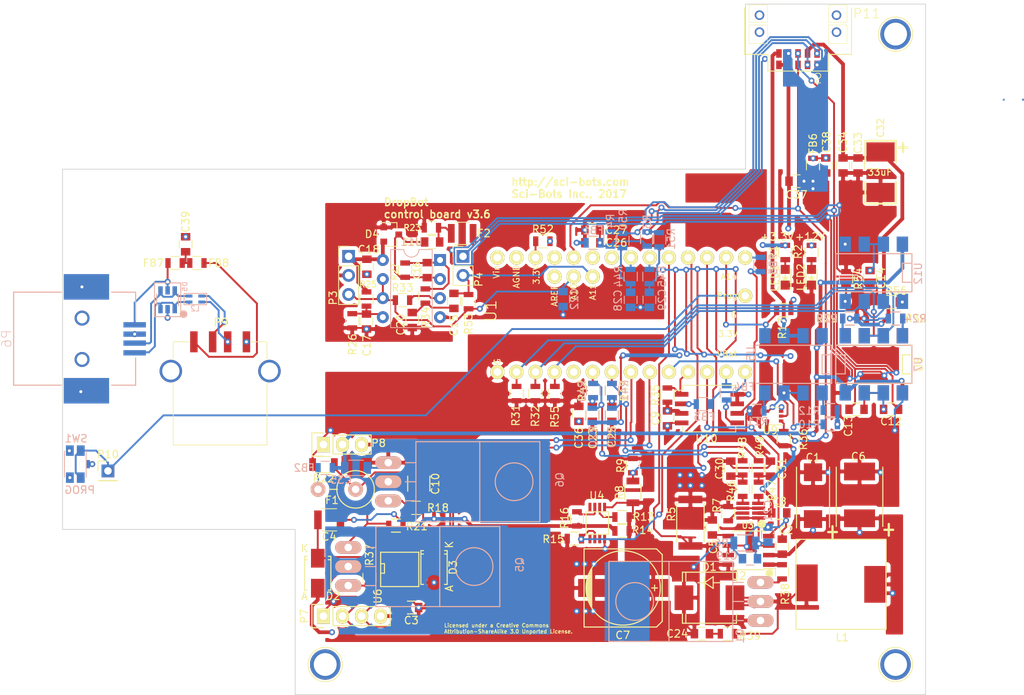
<source format=kicad_pcb>
(kicad_pcb (version 20171130) (host pcbnew "(5.1.5)-2")
  (title_block (title "DropBot control board") (date 2017-06-19) (rev v3.6) (company "Sci-Bots Inc."))
  (layers (0 Front signal) (1 POWER power) (2 GND power) (31 Back signal) (34 B.Paste user) (35 F.Paste user) (36 B.SilkS user) (37 F.SilkS user) (38 B.Mask user) (39 F.Mask user) (44 Edge.Cuts user))
  (net 0 "")
  (net 1 GND)
  (net 2 "Net-(C5-Pad1)")
  (net 3 +12V)
  (net 4 "Net-(D1-Pad2)")
  (net 5 A0/SHORT_CHK)
  (net 6 A1/HV_FB)
  (net 7 "Net-(Q1-Pad1)")
  (net 8 "Net-(R7-Pad1)")
  (net 9 "Net-(R11-Pad2)")
  (net 10 "Net-(R13-Pad2)")
  (net 11 HV)
  (net 12 "Net-(R16-Pad1)")
  (net 13 "Net-(LED1-Pad2)")
  (net 14 "Net-(LED2-Pad2)")
  (net 15 VOUT)
  (net 16 "Net-(U1-Pad23)")
  (net 17 "Net-(U1-Pad25)")
  (net 18 "Net-(U1-Pad26)")
  (net 19 A3/MAX1771_CS)
  (net 20 "Net-(C4-Pad1)")
  (net 21 "Net-(C4-Pad2)")
  (net 22 "Net-(C10-Pad1)")
  (net 23 "Net-(C10-Pad2)")
  (net 24 "Net-(Q5-Pad1)")
  (net 25 "Net-(Q6-Pad1)")
  (net 26 "Net-(C11-Pad1)")
  (net 27 CUR_SENSE)
  (net 28 "Net-(C12-Pad1)")
  (net 29 "Net-(C13-Pad1)")
  (net 30 "Net-(C14-Pad1)")
  (net 31 +0.6V)
  (net 32 A11)
  (net 33 D8/OUTPUT_SELECT)
  (net 34 D0)
  (net 35 "Net-(R24-Pad2)")
  (net 36 D1)
  (net 37 "Net-(R28-Pad2)")
  (net 38 D2)
  (net 39 "Net-(R29-Pad2)")
  (net 40 "Net-(R30-Pad2)")
  (net 41 "Net-(U1-Pad35)")
  (net 42 "Net-(C17-Pad1)")
  (net 43 HVAC)
  (net 44 SCL)
  (net 45 SDA)
  (net 46 D7/DRIVER_HI)
  (net 47 D6/DRIVER_LO)
  (net 48 D4/SSDA)
  (net 49 D5/SSCL)
  (net 50 HV_OE)
  (net 51 "Net-(R10-Pad2)")
  (net 52 D13/CLK)
  (net 53 D9/CS)
  (net 54 D10/SHDN)
  (net 55 "Net-(C11-Pad2)")
  (net 56 "Net-(C24-Pad2)")
  (net 57 "Net-(R18-Pad2)")
  (net 58 "Net-(R37-Pad2)")
  (net 59 "Net-(R38-Pad2)")
  (net 60 "Net-(C23-Pad1)")
  (net 61 "Net-(C25-Pad2)")
  (net 62 "Net-(C26-Pad2)")
  (net 63 "Net-(C28-Pad1)")
  (net 64 "Net-(C29-Pad2)")
  (net 65 "Net-(C30-Pad1)")
  (net 66 "Net-(C31-Pad2)")
  (net 67 "Net-(F1-Pad2)")
  (net 68 "Net-(R12-Pad2)")
  (net 69 "Net-(R42-Pad1)")
  (net 70 "Net-(R43-Pad1)")
  (net 71 "Net-(R44-Pad2)")
  (net 72 "Net-(R45-Pad2)")
  (net 73 "Net-(R46-Pad2)")
  (net 74 "Net-(R47-Pad2)")
  (net 75 D12/MISO)
  (net 76 "Net-(FB3-Pad2)")
  (net 77 "Net-(FB4-Pad2)")
  (net 78 D11/M0SI)
  (net 79 "Net-(FB5-Pad1)")
  (net 80 CHASIS_GND)
  (net 81 "Net-(R52-Pad2)")
  (net 82 "Net-(D5-Pad1)")
  (net 83 "Net-(D5-Pad4)")
  (net 84 "Net-(D5-Pad5)")
  (net 85 "Net-(FB8-Pad2)")
  (net 86 "Net-(C39-Pad2)")
  (net 87 "Net-(C16-Pad1)")
  (net 88 "Net-(R33-Pad2)")
  (net 89 "Net-(C15-Pad1)")
  (net 90 "Net-(R54-Pad2)")
  (net 91 "Net-(R56-Pad2)")
  (net 92 "Net-(U1-Pad3)")
  (net 93 "Net-(C19-Pad2)")
  (net 94 "Net-(C19-Pad1)")
  (net 95 PROG)
  (net 96 A2/HV7802_CS)
  (net 97 +3V3)
  (net 98 "/USB pass-through/D+")
  (net 99 "/USB pass-through/D-")
  (net 100 "Net-(U1-Pad20)")
  (net 101 "Net-(U1-Pad21)")
  (module Housings_SOIC:SOIC-8_3.9x4.9mm_Pitch1.27mm (layer Front) (at 124.409 93.788 180)
    (fp_text reference U2 (at 1.309 -3.412) (layer F.SilkS))
    (fp_text value MAX1771)
    (pad 1 smd rect (at -2.7 -1.905 180) (size 1.55 0.6) (layers Front F.Paste F.Mask) (net 59 "Net-(R38-Pad2)"))
    (pad 2 smd rect (at -2.7 -0.635 180) (size 1.55 0.6) (layers Front F.Paste F.Mask) (net 3 +12V))
    (pad 3 smd rect (at -2.7 0.635 180) (size 1.55 0.6) (layers Front F.Paste F.Mask) (net 94 "Net-(C19-Pad1)"))
    (pad 4 smd rect (at -2.7 1.905 180) (size 1.55 0.6) (layers Front F.Paste F.Mask) (net 54 D10/SHDN))
    (pad 5 smd rect (at 2.7 1.905 180) (size 1.55 0.6) (layers Front F.Paste F.Mask) (net 2 "Net-(C5-Pad1)"))
    (pad 6 smd rect (at 2.7 0.635 180) (size 1.55 0.6) (layers Front F.Paste F.Mask) (net 1 GND))
    (pad 7 smd rect (at 2.7 -0.635 180) (size 1.55 0.6) (layers Front F.Paste F.Mask) (net 1 GND))
    (pad 8 smd rect (at 2.7 -1.905 180) (size 1.55 0.6) (layers Front F.Paste F.Mask) (net 19 A3/MAX1771_CS))
  )
  (module Sci-Bots:SOT-23-8 (layer Front) (at 124.7 88.5 180)
    (fp_text reference U3 (at 0.4 -1.975 180) (layer F.SilkS) (effects (font (size 0.8 0.8))))
    (fp_text value CAT5171)
    (pad 1 smd rect (at -1.054 -0.975 90) (size 0.457 1.727) (layers Front F.Paste F.Mask) (net 94 "Net-(C19-Pad1)"))
    (pad 2 smd rect (at -1.054 -0.325 90) (size 0.457 1.727) (layers Front F.Paste F.Mask) (net 97 +3V3))
    (pad 3 smd rect (at -1.054 0.325 90) (size 0.457 1.727) (layers Front F.Paste F.Mask) (net 1 GND))
    (pad 4 smd rect (at -1.054 0.975 90) (size 0.457 1.727) (layers Front F.Paste F.Mask) (net 74 "Net-(R47-Pad2)"))
    (pad 5 smd rect (at 1.054 0.975 90) (size 0.457 1.727) (layers Front F.Paste F.Mask) (net 73 "Net-(R46-Pad2)"))
    (pad 6 smd rect (at 1.054 0.325 90) (size 0.457 1.727) (layers Front F.Paste F.Mask) (net 1 GND))
    (pad 7 smd rect (at 1.054 -0.325 90) (size 0.457 1.727) (layers Front F.Paste F.Mask) (net 8 "Net-(R7-Pad1)"))
    (pad 8 smd rect (at 1.054 -0.975 90) (size 0.457 1.727) (layers Front F.Paste F.Mask) (net 94 "Net-(C19-Pad1)"))
  )
  (module Sci-Bots:AU-Y1006 (layer Front) (at 54 66)
    (fp_text reference P9 (at 0.1 -2.6) (layer F.SilkS))
    (fp_text value USB_A)
    (pad 3 smd rect (at 1 0 270) (size 2.8 1) (layers Front F.Paste F.Mask) (net 98 "/USB pass-through/D+"))
    (pad 4 smd rect (at 3.5 0 270) (size 2.8 1) (layers Front F.Paste F.Mask) (net 1 GND))
    (pad 2 smd rect (at -1 0 270) (size 2.8 1) (layers Front F.Paste F.Mask) (net 99 "/USB pass-through/D-"))
    (pad 1 smd rect (at -3.5 0 270) (size 2.8 1) (layers Front F.Paste F.Mask) (net 85 "Net-(FB8-Pad2)"))
    (pad 5 thru_hole circle (at 6.57 3.9 270) (size 3 3) (drill 2.3) (layers *.Cu *.Mask) (net 1 GND))
    (pad 5 thru_hole circle (at -6.57 3.9 270) (size 3 3) (drill 2.3) (layers *.Cu *.Mask) (net 1 GND))
  )
  (module Pin_Headers:Pin_Header_Straight_1x04 (layer Front) (at 67.767 102.551 90)
    (fp_text reference P7 (at 0 -2.54 90) (layer F.SilkS))
    (fp_text value CONN_01X04)
    (pad 1 thru_hole rect (at 0 0 90) (size 2.032 1.7272) (drill 1.016) (layers *.Cu *.Mask F.SilkS) (net 1 GND))
    (pad 2 thru_hole oval (at 0 2.54 90) (size 2.032 1.7272) (drill 1.016) (layers *.Cu *.Mask F.SilkS) (net 46 D7/DRIVER_HI))
    (pad 3 thru_hole oval (at 0 5.08 90) (size 2.032 1.7272) (drill 1.016) (layers *.Cu *.Mask F.SilkS) (net 47 D6/DRIVER_LO))
    (pad 4 thru_hole oval (at 0 7.62 90) (size 2.032 1.7272) (drill 1.016) (layers *.Cu *.Mask F.SilkS) (net 3 +12V))
  )
  (module LEDs:LED_0805 (layer Front) (at 132.8 57.4 90)
    (fp_text reference LED2 (at 0 -1.4 90) (layer F.SilkS))
    (fp_text value +12V (at 5.4 -0.2 180) (layer F.SilkS))
    (pad 2 smd rect (at 1.04902 0 270) (size 1.19888 1.19888) (layers Front F.Paste F.Mask) (net 14 "Net-(LED2-Pad2)"))
    (pad 1 smd rect (at -1.04902 0 270) (size 1.19888 1.19888) (layers Front F.Paste F.Mask) (net 1 GND))
  )
  (module LEDs:LED_0805 (layer Front) (at 129.3 57.4 90)
    (fp_text reference LED1 (at -0.1 -1.4 90) (layer F.SilkS))
    (fp_text value +3.3V (at 5.4 -1.1 180) (layer F.SilkS))
    (pad 2 smd rect (at 1.04902 0 270) (size 1.19888 1.19888) (layers Front F.Paste F.Mask) (net 13 "Net-(LED1-Pad2)"))
    (pad 1 smd rect (at -1.04902 0 270) (size 1.19888 1.19888) (layers Front F.Paste F.Mask) (net 1 GND))
  )
  (module TO_SOT_Packages_THT:TO-220_Neutral123_Horizontal_LargePads (layer Back) (at 76.403 84.644 90)
    (fp_text reference Q6 (at 0.24892 22.84984 90) (layer B.SilkS) (effects (justify mirror)))
    (fp_text value IRF740BPBF)
    (pad 2 thru_hole oval (at 0 0) (size 3.50012 1.69926) (drill 1.00076) (layers *.Cu *.Mask B.SilkS) (net 22 "Net-(C10-Pad1)"))
    (pad 1 thru_hole oval (at -2.54 0) (size 3.50012 1.69926) (drill 1.00076) (layers *.Cu *.Mask B.SilkS) (net 25 "Net-(Q6-Pad1)"))
    (pad 3 thru_hole oval (at 2.54 0) (size 3.50012 1.69926) (drill 1.00076) (layers *.Cu *.Mask B.SilkS) (net 1 GND))
    (pad 2 smd rect (at 0 16.764 90) (size 11 9) (layers Back B.Paste B.Mask) (net 22 "Net-(C10-Pad1)"))
  )
  (module TO_SOT_Packages_THT:TO-220_Neutral123_Horizontal_LargePads (layer Back) (at 71.069 95.947 90)
    (fp_text reference Q5 (at 0.24892 22.84984 90) (layer B.SilkS) (effects (justify mirror)))
    (fp_text value IRF740BPBF)
    (pad 2 thru_hole oval (at 0 0) (size 3.50012 1.69926) (drill 1.00076) (layers *.Cu *.Mask B.SilkS) (net 11 HV))
    (pad 1 thru_hole oval (at -2.54 0) (size 3.50012 1.69926) (drill 1.00076) (layers *.Cu *.Mask B.SilkS) (net 24 "Net-(Q5-Pad1)"))
    (pad 3 thru_hole oval (at 2.54 0) (size 3.50012 1.69926) (drill 1.00076) (layers *.Cu *.Mask B.SilkS) (net 22 "Net-(C10-Pad1)"))
    (pad 2 smd rect (at 0 16.764 90) (size 11 9) (layers Back B.Paste B.Mask) (net 11 HV))
  )
  (module TO_SOT_Packages_THT:TO-220_Neutral123_Horizontal_LargePads (layer Back) (at 126 100.6 270)
    (fp_text reference Q1 (at 4.609 2.711 270) (layer B.SilkS) (effects (justify mirror)))
    (fp_text value STP33N65M2)
    (pad 2 thru_hole oval (at 0 0 180) (size 3.50012 1.69926) (drill 1.00076) (layers *.Cu *.Mask B.SilkS) (net 4 "Net-(D1-Pad2)"))
    (pad 1 thru_hole oval (at -2.54 0 180) (size 3.50012 1.69926) (drill 1.00076) (layers *.Cu *.Mask B.SilkS) (net 7 "Net-(Q1-Pad1)"))
    (pad 3 thru_hole oval (at 2.54 0 180) (size 3.50012 1.69926) (drill 1.00076) (layers *.Cu *.Mask B.SilkS) (net 19 A3/MAX1771_CS))
    (pad "" smd rect (at 0 17.764 270) (size 10.5 6) (layers Back B.Paste B.Mask))
  )
  (module SMD_Packages:DIP-8_SMD (layer Back) (at 141.1 69)
    (fp_text reference U7 (at 5.9 0 90) (layer B.SilkS) (effects (justify mirror)))
    (fp_text value "DPST (2 Form A), 350V" hide)
    (pad 1 smd rect (at -3.81 -3.81) (size 1.524 2.032) (layers Back B.Paste B.Mask) (net 37 "Net-(R28-Pad2)"))
    (pad 2 smd rect (at -1.27 -3.81) (size 1.524 2.032) (layers Back B.Paste B.Mask) (net 34 D0))
    (pad 3 smd rect (at 1.27 -3.81) (size 1.524 2.032) (layers Back B.Paste B.Mask) (net 34 D0))
    (pad 4 smd rect (at 3.81 -3.81) (size 1.524 2.032) (layers Back B.Paste B.Mask) (net 35 "Net-(R24-Pad2)"))
    (pad 5 smd rect (at 3.81 3.81) (size 1.524 2.032) (layers Back B.Paste B.Mask) (net 1 GND))
    (pad 6 smd rect (at 1.27 3.81) (size 1.524 2.032) (layers Back B.Paste B.Mask) (net 28 "Net-(C12-Pad1)"))
    (pad 7 smd rect (at -1.27 3.81) (size 1.524 2.032) (layers Back B.Paste B.Mask) (net 28 "Net-(C12-Pad1)"))
    (pad 8 smd rect (at -3.81 3.81) (size 1.524 2.032) (layers Back B.Paste B.Mask) (net 43 HVAC))
  )
  (module Capacitors_Tantalum_SMD:TantalC_SizeD_EIA-7343_Reflow (layer Front) (at 133 86.5 90)
    (fp_text reference C1 (at 5.08 0 180) (layer F.SilkS))
    (fp_text value 10uF)
    (pad 2 smd rect (at 3.12 0 90) (size 2.37 2.43) (layers Front F.Paste F.Mask) (net 1 GND))
    (pad 1 smd rect (at -3.12 0 90) (size 2.37 2.43) (layers Front F.Paste F.Mask) (net 3 +12V))
  )
  (module Capacitors_Tantalum_SMD:TantalC_SizeE_EIA-7360_Reflow (layer Front) (at 139.2 86.4 90)
    (fp_text reference C6 (at 5.114 -0.151 180) (layer F.SilkS))
    (fp_text value 100uF)
    (pad 2 smd rect (at 3.12 0 90) (size 2.37 4.13) (layers Front F.Paste F.Mask) (net 1 GND))
    (pad 1 smd rect (at -3.12 0 90) (size 2.37 4.13) (layers Front F.Paste F.Mask) (net 3 +12V))
  )
  (module footprints:MSOP-8 (layer Front) (at 104.25 90.15 180)
    (fp_text reference U4 (at 0.05 3.65 180) (layer F.SilkS))
    (fp_text value HV7802)
    (pad 1 smd rect (at -0.975 2.1 180) (size 0.4 1.2) (layers Front F.Paste F.Mask) (net 93 "Net-(C19-Pad2)"))
    (pad 2 smd rect (at -0.325 2.1 180) (size 0.4 1.2) (layers Front F.Paste F.Mask) (net 10 "Net-(R13-Pad2)"))
    (pad 3 smd rect (at 0.325 2.1 180) (size 0.4 1.2) (layers Front F.Paste F.Mask) (net 12 "Net-(R16-Pad1)"))
    (pad 4 smd rect (at 0.975 2.1 180) (size 0.4 1.2) (layers Front F.Paste F.Mask))
    (pad 5 smd rect (at 0.975 -2.1 180) (size 0.4 1.2) (layers Front F.Paste F.Mask))
    (pad 6 smd rect (at 0.325 -2.1 180) (size 0.4 1.2) (layers Front F.Paste F.Mask) (net 96 A2/HV7802_CS))
    (pad 7 smd rect (at -0.325 -2.1 180) (size 0.4 1.2) (layers Front F.Paste F.Mask))
    (pad 8 smd rect (at -0.975 -2.1 180) (size 0.4 1.2) (layers Front F.Paste F.Mask) (net 1 GND))
  )
  (module SMD_Packages:DIP-8_SMD (layer Back) (at 130.4 69 180)
    (fp_text reference U5 (at 5.7 1.4 90) (layer B.SilkS) (effects (justify mirror)))
    (fp_text value "DPST (2 Form A), 350V" hide)
    (pad 1 smd rect (at -3.81 -3.81 180) (size 1.524 2.032) (layers Back B.Paste B.Mask) (net 68 "Net-(R12-Pad2)"))
    (pad 2 smd rect (at -1.27 -3.81 180) (size 1.524 2.032) (layers Back B.Paste B.Mask) (net 51 "Net-(R10-Pad2)"))
    (pad 3 smd rect (at 1.27 -3.81 180) (size 1.524 2.032) (layers Back B.Paste B.Mask) (net 51 "Net-(R10-Pad2)"))
    (pad 4 smd rect (at 3.81 -3.81 180) (size 1.524 2.032) (layers Back B.Paste B.Mask) (net 9 "Net-(R11-Pad2)"))
    (pad 5 smd rect (at 3.81 3.81 180) (size 1.524 2.032) (layers Back B.Paste B.Mask) (net 5 A0/SHORT_CHK))
    (pad 6 smd rect (at 1.27 3.81 180) (size 1.524 2.032) (layers Back B.Paste B.Mask) (net 15 VOUT))
    (pad 7 smd rect (at -1.27 3.81 180) (size 1.524 2.032) (layers Back B.Paste B.Mask) (net 15 VOUT))
    (pad 8 smd rect (at -3.81 3.81 180) (size 1.524 2.032) (layers Back B.Paste B.Mask) (net 43 HVAC))
  )
  (module Capacitors_SMD:c_elec_10x10 (layer Front) (at 107.7 98.8)
    (fp_text reference C7 (at -0.05 6.3) (layer F.SilkS))
    (fp_text value 3.3uF,400V)
    (pad 1 smd rect (at 4.0005 0) (size 4.0005 2.4003) (layers Front F.Paste F.Mask) (net 93 "Net-(C19-Pad2)"))
    (pad 2 smd rect (at -4.0005 0) (size 4.0005 2.4003) (layers Front F.Paste F.Mask) (net 1 GND))
  )
  (module Pin_Headers:Pin_Header_Straight_1x03 (layer Front) (at 67.767 79.691 90)
    (fp_text reference P8 (at 0.191 7.333 180) (layer F.SilkS))
    (fp_text value CONN_01X03)
    (pad 1 thru_hole rect (at 0 0 90) (size 2.032 1.7272) (drill 1.016) (layers *.Cu *.Mask F.SilkS) (net 1 GND))
    (pad 2 thru_hole oval (at 0 2.54 90) (size 2.032 1.7272) (drill 1.016) (layers *.Cu *.Mask F.SilkS) (net 43 HVAC))
    (pad 3 thru_hole oval (at 0 5.08 90) (size 2.032 1.7272) (drill 1.016) (layers *.Cu *.Mask F.SilkS) (net 11 HV))
  )
  (module Diodes_SMD:SMA_Standard (layer Front) (at 67.005 96.836 270)
    (fp_text reference D2 (at 3.048 -2.032) (layer F.SilkS))
    (fp_text value D)
    (fp_text user K (at -3.302 1.778) (layer F.SilkS))
    (fp_text user A (at 3.048 1.778) (layer F.SilkS))
    (pad 1 smd rect (at -1.99898 0 270) (size 2.49936 1.80086) (layers Front F.Paste F.Mask) (net 21 "Net-(C4-Pad2)"))
    (pad 2 smd rect (at 1.99898 0 270) (size 2.49936 1.80086) (layers Front F.Paste F.Mask) (net 3 +12V))
  )
  (module Diodes_SMD:SMA_Standard (layer Front) (at 82.499 96.074 270)
    (fp_text reference D3 (at 0 -2.54 270) (layer F.SilkS))
    (fp_text value D)
    (fp_text user K (at -3.048 -2.032 90) (layer F.SilkS))
    (fp_text user A (at 2.794 -2.032 90) (layer F.SilkS))
    (pad 1 smd rect (at -1.99898 0 270) (size 2.49936 1.80086) (layers Front F.Paste F.Mask) (net 20 "Net-(C4-Pad1)"))
    (pad 2 smd rect (at 1.99898 0 270) (size 2.49936 1.80086) (layers Front F.Paste F.Mask) (net 1 GND))
  )
  (module Resistors_ThroughHole:Resistor_Vertical_RM5mm (layer Front) (at 69.545 85.66 180)
    (fp_text reference F1 (at 0.645 -1.44 180) (layer F.SilkS))
    (fp_text value PTC)
    (pad 1 thru_hole circle (at -2.49936 0 180) (size 1.99898 1.99898) (drill 1.00076) (layers *.Cu *.SilkS *.Mask) (net 23 "Net-(C10-Pad2)"))
    (pad 2 thru_hole circle (at 2.5019 0 180) (size 1.99898 1.99898) (drill 1.00076) (layers *.Cu *.SilkS *.Mask) (net 67 "Net-(F1-Pad2)"))
  )
  (module SMD_Packages:SOIC-8-N (layer Front) (at 77.927 96.328)
    (fp_text reference U6 (at -2.927 3.572 90) (layer F.SilkS))
    (fp_text value NCP5304)
    (pad 8 smd rect (at -1.905 -3.175) (size 0.508 1.143) (layers Front F.Paste F.Mask) (net 21 "Net-(C4-Pad2)"))
    (pad 7 smd rect (at -0.635 -3.175) (size 0.508 1.143) (layers Front F.Paste F.Mask) (net 58 "Net-(R37-Pad2)"))
    (pad 6 smd rect (at 0.635 -3.175) (size 0.508 1.143) (layers Front F.Paste F.Mask) (net 20 "Net-(C4-Pad1)"))
    (pad 5 smd rect (at 1.905 -3.175) (size 0.508 1.143) (layers Front F.Paste F.Mask) (net 57 "Net-(R18-Pad2)"))
    (pad 4 smd rect (at 1.905 3.175) (size 0.508 1.143) (layers Front F.Paste F.Mask) (net 1 GND))
    (pad 3 smd rect (at 0.635 3.175) (size 0.508 1.143) (layers Front F.Paste F.Mask) (net 3 +12V))
    (pad 2 smd rect (at -0.635 3.175) (size 0.508 1.143) (layers Front F.Paste F.Mask) (net 46 D7/DRIVER_HI))
    (pad 1 smd rect (at -1.905 3.175) (size 0.508 1.143) (layers Front F.Paste F.Mask) (net 47 D6/DRIVER_LO))
  )
  (module Capacitors_SMD:C_0805 (layer Front) (at 143.4 75)
    (fp_text reference C12 (at 0 1.6) (layer F.SilkS))
    (fp_text value 10pF)
    (pad 1 smd rect (at -1 0) (size 1 1.25) (layers Front F.Paste F.Mask) (net 28 "Net-(C12-Pad1)"))
    (pad 2 smd rect (at 1 0) (size 1 1.25) (layers Front F.Paste F.Mask) (net 27 CUR_SENSE))
  )
  (module Capacitors_SMD:C_0805 (layer Front) (at 138.8 75 180)
    (fp_text reference C13 (at 1.1 -2.2 90) (layer F.SilkS))
    (fp_text value 100pF)
    (pad 1 smd rect (at -1 0 180) (size 1 1.25) (layers Front F.Paste F.Mask) (net 29 "Net-(C13-Pad1)"))
    (pad 2 smd rect (at 1 0 180) (size 1 1.25) (layers Front F.Paste F.Mask) (net 27 CUR_SENSE))
  )
  (module Capacitors_SMD:C_0805 (layer Front) (at 85.15 60.55 90)
    (fp_text reference C15 (at -3.25 0 90) (layer F.SilkS))
    (fp_text value 1uF)
    (pad 1 smd rect (at -1 0 90) (size 1 1.25) (layers Front F.Paste F.Mask) (net 89 "Net-(C15-Pad1)"))
    (pad 2 smd rect (at 1 0 90) (size 1 1.25) (layers Front F.Paste F.Mask) (net 32 A11))
  )
  (module Resistors_SMD:R_0805 (layer Back) (at 144 62.9)
    (fp_text reference R24 (at 2.7 0) (layer B.SilkS) (effects (justify mirror)))
    (fp_text value 100)
    (pad 1 smd rect (at -0.95 0) (size 0.7 1.3) (layers Back B.Paste B.Mask) (net 1 GND))
    (pad 2 smd rect (at 0.95 0) (size 0.7 1.3) (layers Back B.Paste B.Mask) (net 35 "Net-(R24-Pad2)"))
  )
  (module Resistors_SMD:R_0805 (layer Back) (at 137.9 62.9 180)
    (fp_text reference R28 (at 3 0 180) (layer B.SilkS) (effects (justify mirror)))
    (fp_text value 100)
    (pad 1 smd rect (at -0.95 0 180) (size 0.7 1.3) (layers Back B.Paste B.Mask) (net 97 +3V3))
    (pad 2 smd rect (at 0.95 0 180) (size 0.7 1.3) (layers Back B.Paste B.Mask) (net 37 "Net-(R28-Pad2)"))
  )
  (module Resistors_SMD:R_0805 (layer Front) (at 137.9 62.9 180)
    (fp_text reference R29 (at 3.1 0 180) (layer F.SilkS))
    (fp_text value 100)
    (pad 1 smd rect (at -0.95 0 180) (size 0.7 1.3) (layers Front F.Paste F.Mask) (net 1 GND))
    (pad 2 smd rect (at 0.95 0 180) (size 0.7 1.3) (layers Front F.Paste F.Mask) (net 39 "Net-(R29-Pad2)"))
  )
  (module Resistors_SMD:R_0805 (layer Front) (at 144 62.9)
    (fp_text reference R30 (at 2.7 0) (layer F.SilkS))
    (fp_text value 100)
    (pad 1 smd rect (at -0.95 0) (size 0.7 1.3) (layers Front F.Paste F.Mask) (net 97 +3V3))
    (pad 2 smd rect (at 0.95 0) (size 0.7 1.3) (layers Front F.Paste F.Mask) (net 40 "Net-(R30-Pad2)"))
  )
  (module SMD_Packages:DIP-8_SMD (layer Front) (at 141.1 69 180)
    (fp_text reference U8 (at -6 0 270) (layer F.SilkS))
    (fp_text value "DPST (2 Form A), 350V" hide)
    (pad 1 smd rect (at -3.81 3.81 180) (size 1.524 2.032) (layers Front F.Paste F.Mask) (net 40 "Net-(R30-Pad2)"))
    (pad 2 smd rect (at -1.27 3.81 180) (size 1.524 2.032) (layers Front F.Paste F.Mask) (net 36 D1))
    (pad 3 smd rect (at 1.27 3.81 180) (size 1.524 2.032) (layers Front F.Paste F.Mask) (net 36 D1))
    (pad 4 smd rect (at 3.81 3.81 180) (size 1.524 2.032) (layers Front F.Paste F.Mask) (net 39 "Net-(R29-Pad2)"))
    (pad 5 smd rect (at 3.81 -3.81 180) (size 1.524 2.032) (layers Front F.Paste F.Mask) (net 1 GND))
    (pad 6 smd rect (at 1.27 -3.81 180) (size 1.524 2.032) (layers Front F.Paste F.Mask) (net 29 "Net-(C13-Pad1)"))
    (pad 7 smd rect (at -1.27 -3.81 180) (size 1.524 2.032) (layers Front F.Paste F.Mask) (net 29 "Net-(C13-Pad1)"))
    (pad 8 smd rect (at -3.81 -3.81 180) (size 1.524 2.032) (layers Front F.Paste F.Mask) (net 43 HVAC))
  )
  (module Capacitors_SMD:C_0805 (layer Front) (at 128.9 93.3 270)
    (fp_text reference C2 (at -2.2 -0.5) (layer F.SilkS))
    (fp_text value 0.1uF)
    (pad 1 smd rect (at -1 0 270) (size 1 1.25) (layers Front F.Paste F.Mask) (net 1 GND))
    (pad 2 smd rect (at 1 0 270) (size 1 1.25) (layers Front F.Paste F.Mask) (net 3 +12V))
  )
  (module Capacitors_SMD:C_0805 (layer Front) (at 79.451 101.408 180)
    (fp_text reference C3 (at -0.024 -1.717 180) (layer F.SilkS))
    (fp_text value 0.1uF)
    (pad 1 smd rect (at -1 0 180) (size 1 1.25) (layers Front F.Paste F.Mask) (net 1 GND))
    (pad 2 smd rect (at 1 0 180) (size 1 1.25) (layers Front F.Paste F.Mask) (net 3 +12V))
  )
  (module Capacitors_SMD:C_0805 (layer Front) (at 119.583 90.74 90)
    (fp_text reference C5 (at -2.56 0.117 270) (layer F.SilkS))
    (fp_text value 0.1uF)
    (pad 1 smd rect (at -1 0 90) (size 1 1.25) (layers Front F.Paste F.Mask) (net 2 "Net-(C5-Pad1)"))
    (pad 2 smd rect (at 1 0 90) (size 1 1.25) (layers Front F.Paste F.Mask) (net 1 GND))
  )
  (module Capacitors_SMD:C_0805 (layer Front) (at 128.5 88.8 180)
    (fp_text reference C8 (at 0 1.524 180) (layer F.SilkS))
    (fp_text value 0.1uF)
    (pad 1 smd rect (at -1 0 180) (size 1 1.25) (layers Front F.Paste F.Mask) (net 1 GND))
    (pad 2 smd rect (at 1 0 180) (size 1 1.25) (layers Front F.Paste F.Mask) (net 97 +3V3))
  )
  (module Resistors_SMD:R_0805 (layer Front) (at 129.3 54.1 270)
    (fp_text reference R1 (at 0 1.6 270) (layer F.SilkS))
    (fp_text value 1k)
    (pad 1 smd rect (at -0.95 0 270) (size 0.7 1.3) (layers Front F.Paste F.Mask) (net 97 +3V3))
    (pad 2 smd rect (at 0.95 0 270) (size 0.7 1.3) (layers Front F.Paste F.Mask) (net 13 "Net-(LED1-Pad2)"))
  )
  (module Resistors_SMD:R_0805 (layer Front) (at 132.8 54.1 270)
    (fp_text reference R2 (at -0.1 1.8 90) (layer F.SilkS))
    (fp_text value 2k)
    (pad 1 smd rect (at -0.95 0 270) (size 0.7 1.3) (layers Front F.Paste F.Mask) (net 3 +12V))
    (pad 2 smd rect (at 0.95 0 270) (size 0.7 1.3) (layers Front F.Paste F.Mask) (net 14 "Net-(LED2-Pad2)"))
  )
  (module Resistors_SMD:R_0805 (layer Front) (at 121.7 88.9 90)
    (fp_text reference R7 (at 1.1 -1.5 90) (layer F.SilkS))
    (fp_text value 9.1k)
    (pad 1 smd rect (at -0.95 0 90) (size 0.7 1.3) (layers Front F.Paste F.Mask) (net 8 "Net-(R7-Pad1)"))
    (pad 2 smd rect (at 0.95 0 90) (size 0.7 1.3) (layers Front F.Paste F.Mask) (net 1 GND))
  )
  (module Resistors_SMD:R_0805 (layer Front) (at 109 82.5 270)
    (fp_text reference R9 (at 0 1.6 270) (layer F.SilkS))
    (fp_text value 20k)
    (pad 1 smd rect (at -0.95 0 270) (size 0.7 1.3) (layers Front F.Paste F.Mask) (net 1 GND))
    (pad 2 smd rect (at 0.95 0 270) (size 0.7 1.3) (layers Front F.Paste F.Mask) (net 6 A1/HV_FB))
  )
  (module Resistors_SMD:R_0805 (layer Back) (at 135.3 77 180)
    (fp_text reference R10 (at 2.8 0 180) (layer B.SilkS) (effects (justify mirror)))
    (fp_text value 5.1k)
    (pad 1 smd rect (at -0.95 0 180) (size 0.7 1.3) (layers Back B.Paste B.Mask) (net 97 +3V3))
    (pad 2 smd rect (at 0.95 0 180) (size 0.7 1.3) (layers Back B.Paste B.Mask) (net 51 "Net-(R10-Pad2)"))
  )
  (module Resistors_SMD:R_0805 (layer Back) (at 125.5 75.2)
    (fp_text reference R11 (at 0.1 1.4) (layer B.SilkS) (effects (justify mirror)))
    (fp_text value 100)
    (pad 1 smd rect (at -0.95 0) (size 0.7 1.3) (layers Back B.Paste B.Mask) (net 1 GND))
    (pad 2 smd rect (at 0.95 0) (size 0.7 1.3) (layers Back B.Paste B.Mask) (net 9 "Net-(R11-Pad2)"))
  )
  (module Resistors_SMD:R_0805 (layer Back) (at 135.3 75.1 180)
    (fp_text reference R12 (at 2.8 -0.1 180) (layer B.SilkS) (effects (justify mirror)))
    (fp_text value 100)
    (pad 1 smd rect (at -0.95 0 180) (size 0.7 1.3) (layers Back B.Paste B.Mask) (net 97 +3V3))
    (pad 2 smd rect (at 0.95 0 180) (size 0.7 1.3) (layers Back B.Paste B.Mask) (net 68 "Net-(R12-Pad2)"))
  )
  (module Resistors_SMD:R_0805 (layer Front) (at 107.55 89.35 180)
    (fp_text reference R13 (at -2.874 0.027) (layer F.SilkS))
    (fp_text value 5.1k)
    (pad 1 smd rect (at -0.95 0 180) (size 0.7 1.3) (layers Front F.Paste F.Mask) (net 93 "Net-(C19-Pad2)"))
    (pad 2 smd rect (at 0.95 0 180) (size 0.7 1.3) (layers Front F.Paste F.Mask) (net 10 "Net-(R13-Pad2)"))
  )
  (module Resistors_SMD:R_0805 (layer Front) (at 107.55 91.2)
    (fp_text reference R14 (at 2.75 -0.1) (layer F.SilkS))
    (fp_text value 1)
    (pad 1 smd rect (at -0.95 0) (size 0.7 1.3) (layers Front F.Paste F.Mask) (net 11 HV))
    (pad 2 smd rect (at 0.95 0) (size 0.7 1.3) (layers Front F.Paste F.Mask) (net 93 "Net-(C19-Pad2)"))
  )
  (module Resistors_SMD:R_0805 (layer Front) (at 101.2 92.225)
    (fp_text reference R15 (at -2.8 0.075) (layer F.SilkS))
    (fp_text value 51k)
    (pad 1 smd rect (at -0.95 0) (size 0.7 1.3) (layers Front F.Paste F.Mask) (net 1 GND))
    (pad 2 smd rect (at 0.95 0) (size 0.7 1.3) (layers Front F.Paste F.Mask) (net 96 A2/HV7802_CS))
  )
  (module Resistors_SMD:R_0805 (layer Front) (at 101.549 89.597 270)
    (fp_text reference R16 (at -0.127 1.651 270) (layer F.SilkS))
    (fp_text value 100k)
    (pad 1 smd rect (at -0.95 0 270) (size 0.7 1.3) (layers Front F.Paste F.Mask) (net 12 "Net-(R16-Pad1)"))
    (pad 2 smd rect (at 0.95 0 270) (size 0.7 1.3) (layers Front F.Paste F.Mask) (net 11 HV))
  )
  (module Resistors_SMD:R_0805 (layer Front) (at 129.1 61.8 180)
    (fp_text reference R17 (at 0.2 -2.4 90) (layer F.SilkS))
    (fp_text value 51k)
    (pad 1 smd rect (at -0.95 0 180) (size 0.7 1.3) (layers Front F.Paste F.Mask) (net 97 +3V3))
    (pad 2 smd rect (at 0.95 0 180) (size 0.7 1.3) (layers Front F.Paste F.Mask) (net 5 A0/SHORT_CHK))
  )
  (module Resistors_SMD:R_0805 (layer Front) (at 77.419 90.486)
    (fp_text reference R21 (at 2.781 0.114 180) (layer F.SilkS))
    (fp_text value 10)
    (pad 1 smd rect (at -0.95 0) (size 0.7 1.3) (layers Front F.Paste F.Mask) (net 22 "Net-(C10-Pad1)"))
    (pad 2 smd rect (at 0.95 0) (size 0.7 1.3) (layers Front F.Paste F.Mask) (net 20 "Net-(C4-Pad1)"))
  )
  (module Resistors_SMD:R_1206 (layer Back) (at 123.9 92.8)
    (fp_text reference R6 (at -3.1 0) (layer B.SilkS) (effects (justify mirror)))
    (fp_text value 2M)
    (pad 1 smd rect (at -1.45 0) (size 0.9 1.7) (layers Back B.Paste B.Mask) (net 93 "Net-(C19-Pad2)"))
    (pad 2 smd rect (at 1.45 0) (size 0.9 1.7) (layers Back B.Paste B.Mask) (net 94 "Net-(C19-Pad1)"))
  )
  (module Resistors_SMD:R_1206 (layer Front) (at 109 86 270)
    (fp_text reference R8 (at 0.1 1.8 270) (layer F.SilkS))
    (fp_text value 2M)
    (pad 1 smd rect (at -1.45 0 270) (size 0.9 1.7) (layers Front F.Paste F.Mask) (net 6 A1/HV_FB))
    (pad 2 smd rect (at 1.45 0 270) (size 0.9 1.7) (layers Front F.Paste F.Mask) (net 93 "Net-(C19-Pad2)"))
  )
  (module Resistors_SMD:R_2512 (layer Front) (at 116.662 90.105 90)
    (fp_text reference R5 (at 1.143 -2.54 90) (layer F.SilkS))
    (fp_text value 30m)
    (pad 1 smd rect (at -3.1 0 90) (size 1 3.2) (layers Front F.Paste F.Mask) (net 19 A3/MAX1771_CS))
    (pad 2 smd rect (at 3.1 0 90) (size 1 3.2) (layers Front F.Paste F.Mask) (net 1 GND))
  )
  (module Capacitors_SMD:C_1210 (layer Front) (at 80.467 84.898 90)
    (fp_text reference C10 (at -0.021 2.21 90) (layer F.SilkS))
    (fp_text value 100n,500V)
    (pad 1 smd rect (at -1.5 0 90) (size 1 2.5) (layers Front F.Paste F.Mask) (net 22 "Net-(C10-Pad1)"))
    (pad 2 smd rect (at 1.5 0 90) (size 1 2.5) (layers Front F.Paste F.Mask) (net 23 "Net-(C10-Pad2)"))
  )
  (module footprints:SRR1210 (layer Front) (at 136.727 98.319)
    (fp_text reference L1 (at 0.173 7.081) (layer F.SilkS))
    (fp_text value 47uH,3.8A)
    (pad 1 smd rect (at -4.6 -0.2) (size 2.99974 4.9) (layers Front F.Paste F.Mask) (net 4 "Net-(D1-Pad2)"))
    (pad 2 smd rect (at 4.6 0) (size 2.99974 4.9) (layers Front F.Paste F.Mask) (net 3 +12V))
  )
  (module Diodes_SMD:SMC_Standard (layer Front) (at 119.2 100.1)
    (fp_text reference D1 (at 0 -4.1) (layer F.SilkS))
    (fp_text value "400V, 4A, <50ns")
    (pad 1 smd rect (at -3.40106 0 90) (size 3.29946 2.49936) (layers Front F.Paste F.Mask) (net 93 "Net-(C19-Pad2)"))
    (pad 2 smd rect (at 3.40106 0 90) (size 3.29946 2.49936) (layers Front F.Paste F.Mask) (net 4 "Net-(D1-Pad2)"))
  )
  (module Resistors_SMD:R_0805 (layer Back) (at 110.9 52.3 90)
    (fp_text reference R3 (at 2.3 0 270) (layer B.SilkS) (effects (justify mirror)))
    (fp_text value 2k)
    (pad 1 smd rect (at -0.95 0 90) (size 0.7 1.3) (layers Back B.Paste B.Mask) (net 62 "Net-(C26-Pad2)"))
    (pad 2 smd rect (at 0.95 0 90) (size 0.7 1.3) (layers Back B.Paste B.Mask) (net 45 SDA))
  )
  (module Resistors_SMD:R_0805 (layer Back) (at 106 52.3 90)
    (fp_text reference R4 (at 2.4 0 90) (layer B.SilkS) (effects (justify mirror)))
    (fp_text value 2k)
    (pad 1 smd rect (at -0.95 0 90) (size 0.7 1.3) (layers Back B.Paste B.Mask) (net 62 "Net-(C26-Pad2)"))
    (pad 2 smd rect (at 0.95 0 90) (size 0.7 1.3) (layers Back B.Paste B.Mask) (net 44 SCL))
  )
  (module Resistors_SMD:R_0805 (layer Back) (at 106.2 75.8 270)
    (fp_text reference R19 (at 2.9 0 270) (layer B.SilkS) (effects (justify mirror)))
    (fp_text value 2k)
    (pad 1 smd rect (at -0.95 0 270) (size 0.7 1.3) (layers Back B.Paste B.Mask) (net 49 D5/SSCL))
    (pad 2 smd rect (at 0.95 0 270) (size 0.7 1.3) (layers Back B.Paste B.Mask) (net 97 +3V3))
  )
  (module Resistors_SMD:R_0805 (layer Back) (at 103.6 75.8 270)
    (fp_text reference R20 (at 2.8 -0.1 270) (layer B.SilkS) (effects (justify mirror)))
    (fp_text value 2k)
    (pad 1 smd rect (at -0.95 0 270) (size 0.7 1.3) (layers Back B.Paste B.Mask) (net 48 D4/SSDA))
    (pad 2 smd rect (at 0.95 0 270) (size 0.7 1.3) (layers Back B.Paste B.Mask) (net 97 +3V3))
  )
  (module TO_SOT_Packages_SMD:SOT-353 (layer Front) (at 127.8 75.9 180)
    (fp_text reference U9 (at 0.5 -1.9 180) (layer F.SilkS))
    (fp_text value 74AHC1G32)
    (pad 1 smd rect (at -0.95 -0.65 180) (size 0.6 0.42) (layers Front F.Paste F.Mask) (net 50 HV_OE))
    (pad 3 smd rect (at -0.95 0.65 180) (size 0.6 0.42) (layers Front F.Paste F.Mask) (net 1 GND))
    (pad 5 smd rect (at 0.95 -0.65 180) (size 0.6 0.42) (layers Front F.Paste F.Mask) (net 97 +3V3))
    (pad 2 smd rect (at -0.95 0 180) (size 0.6 0.42) (layers Front F.Paste F.Mask) (net 33 D8/OUTPUT_SELECT))
    (pad 4 smd rect (at 0.95 0.65 180) (size 0.6 0.42) (layers Front F.Paste F.Mask) (net 51 "Net-(R10-Pad2)"))
  )
  (module Resistors_SMD:R_0805 (layer Front) (at 113.6 73.1 270)
    (fp_text reference R35 (at 0 1.6 270) (layer F.SilkS))
    (fp_text value 5.1k)
    (pad 1 smd rect (at -0.95 0 270) (size 0.7 1.3) (layers Front F.Paste F.Mask) (net 53 D9/CS))
    (pad 2 smd rect (at 0.95 0 270) (size 0.7 1.3) (layers Front F.Paste F.Mask) (net 97 +3V3))
  )
  (module Capacitors_SMD:C_0805 (layer Front) (at 113.6 76.2 270)
    (fp_text reference C9 (at 0 1.6 270) (layer F.SilkS))
    (fp_text value 0.1uF)
    (pad 1 smd rect (at -1 0 270) (size 1 1.25) (layers Front F.Paste F.Mask) (net 97 +3V3))
    (pad 2 smd rect (at 1 0 270) (size 1 1.25) (layers Front F.Paste F.Mask) (net 1 GND))
  )
  (module Resistors_SMD:R_0805 (layer Front) (at 129.1 78.9 270)
    (fp_text reference R36 (at 0.1 -2.6 270) (layer F.SilkS))
    (fp_text value 5.1k)
    (pad 1 smd rect (at -0.95 0 270) (size 0.7 1.3) (layers Front F.Paste F.Mask) (net 50 HV_OE))
    (pad 2 smd rect (at 0.95 0 270) (size 0.7 1.3) (layers Front F.Paste F.Mask) (net 97 +3V3))
  )
  (module Capacitors_SMD:C_0805 (layer Front) (at 118.2 104.9)
    (fp_text reference C24 (at -3.3 0) (layer F.SilkS))
    (fp_text value 1000pF)
    (pad 1 smd rect (at -1 0) (size 1 1.25) (layers Front F.Paste F.Mask) (net 93 "Net-(C19-Pad2)"))
    (pad 2 smd rect (at 1 0) (size 1 1.25) (layers Front F.Paste F.Mask) (net 56 "Net-(C24-Pad2)"))
  )
  (module Sci-Bots:TFM-105-02-X-DH (layer Front) (at 131 21)
    (fp_text reference P11 (at 9.15 1.25) (layer F.SilkS) (effects (font (size 1.27 1.27) (thickness 0.1016))))
    (fp_text value TFM-105-02-X-DH hide)
    (fp_text user 2 (at 2.667 9.906) (layer F.SilkS) (effects (font (size 1.27 1.27) (thickness 0.1016))))
    (pad 1 smd rect (at 2.54 6.5786) (size 0.7366 1.143) (layers Front F.Paste F.Mask) (net 45 SDA))
    (pad 2 smd rect (at 2.54 8.1026) (size 0.7366 1.143) (layers Front F.Paste F.Mask) (net 1 GND))
    (pad 3 smd rect (at 1.27 6.5786) (size 0.7366 1.143) (layers Front F.Paste F.Mask) (net 97 +3V3))
    (pad 4 smd rect (at 1.27 8.1026) (size 0.7366 1.143) (layers Front F.Paste F.Mask) (net 44 SCL))
    (pad 5 smd rect (at 0 6.5786) (size 0.7366 1.143) (layers Front F.Paste F.Mask) (net 27 CUR_SENSE))
    (pad 6 smd rect (at 0 8.1026) (size 0.7366 1.143) (layers Front F.Paste F.Mask) (net 50 HV_OE))
    (pad 7 smd rect (at -1.27 6.5786) (size 0.7366 1.143) (layers Front F.Paste F.Mask) (net 1 GND))
    (pad 8 smd rect (at -1.27 8.1026) (size 0.7366 1.143) (layers Front F.Paste F.Mask) (net 3 +12V))
    (pad 9 smd rect (at -2.54 6.5786) (size 0.7366 1.143) (layers Front F.Paste F.Mask) (net 15 VOUT))
    (pad 10 smd rect (at -2.54 8.1026) (size 0.7366 1.143) (layers Front F.Paste F.Mask) (net 3 +12V))
    (pad G1 thru_hole circle (at 5.1308 1.4732) (size 1.27 1.27) (drill 0.8382) (layers *.Cu *.Paste *.Mask) (net 80 CHASIS_GND))
    (pad G2 thru_hole circle (at -5.1308 1.4732) (size 1.27 1.27) (drill 0.8382) (layers *.Cu *.Paste *.Mask) (net 80 CHASIS_GND))
    (pad G3 thru_hole circle (at 5.1308 3.7338) (size 1.27 1.27) (drill 0.8382) (layers *.Cu *.Paste *.Mask) (net 80 CHASIS_GND))
    (pad G4 thru_hole circle (at -5.1308 3.7338) (size 1.27 1.27) (drill 0.8382) (layers *.Cu *.Paste *.Mask) (net 80 CHASIS_GND))
  )
  (module Resistors_SMD:R_0805 (layer Front) (at 128.875 96.65 90)
    (fp_text reference R38 (at -2.95 0.425 90) (layer F.SilkS))
    (fp_text value 10)
    (pad 1 smd rect (at -0.95 0 90) (size 0.7 1.3) (layers Front F.Paste F.Mask) (net 7 "Net-(Q1-Pad1)"))
    (pad 2 smd rect (at 0.95 0 90) (size 0.7 1.3) (layers Front F.Paste F.Mask) (net 59 "Net-(R38-Pad2)"))
  )
  (module Resistors_SMD:R_0805 (layer Front) (at 121.6 104.9)
    (fp_text reference R39 (at 3 0.3 180) (layer F.SilkS))
    (fp_text value 10)
    (pad 1 smd rect (at -0.95 0) (size 0.7 1.3) (layers Front F.Paste F.Mask) (net 56 "Net-(C24-Pad2)"))
    (pad 2 smd rect (at 0.95 0) (size 0.7 1.3) (layers Front F.Paste F.Mask) (net 4 "Net-(D1-Pad2)"))
  )
  (module Capacitors_SMD:C_0805 (layer Front) (at 103.6 75.6 270)
    (fp_text reference C23 (at 3.225 -0.05 270) (layer F.SilkS))
    (fp_text value 150pF)
    (pad 1 smd rect (at -1 0 270) (size 1 1.25) (layers Front F.Paste F.Mask) (net 60 "Net-(C23-Pad1)"))
    (pad 2 smd rect (at 1 0 270) (size 1 1.25) (layers Front F.Paste F.Mask) (net 1 GND))
  )
  (module Capacitors_SMD:C_0805 (layer Front) (at 106.2 75.6 90)
    (fp_text reference C25 (at -3 0 90) (layer F.SilkS))
    (fp_text value 150pF)
    (pad 1 smd rect (at -1 0 90) (size 1 1.25) (layers Front F.Paste F.Mask) (net 1 GND))
    (pad 2 smd rect (at 1 0 90) (size 1 1.25) (layers Front F.Paste F.Mask) (net 61 "Net-(C25-Pad2)"))
  )
  (module Capacitors_SMD:C_0805 (layer Front) (at 103.6 52.8)
    (fp_text reference C26 (at 3.2 0) (layer F.SilkS))
    (fp_text value 0.1uF)
    (pad 1 smd rect (at -1 0) (size 1 1.25) (layers Front F.Paste F.Mask) (net 1 GND))
    (pad 2 smd rect (at 1 0) (size 1 1.25) (layers Front F.Paste F.Mask) (net 62 "Net-(C26-Pad2)"))
  )
  (module Capacitors_SMD:C_0805 (layer Front) (at 103.6 51.1)
    (fp_text reference C27 (at 3.2 0) (layer F.SilkS))
    (fp_text value 0.01uF)
    (pad 1 smd rect (at -1 0) (size 1 1.25) (layers Front F.Paste F.Mask) (net 1 GND))
    (pad 2 smd rect (at 1 0) (size 1 1.25) (layers Front F.Paste F.Mask) (net 62 "Net-(C26-Pad2)"))
  )
  (module Capacitors_SMD:C_0805 (layer Back) (at 108.7 60.4 270)
    (fp_text reference C28 (at 0.1 1.7 270) (layer B.SilkS) (effects (justify mirror)))
    (fp_text value 150pF)
    (pad 1 smd rect (at -1 0 270) (size 1 1.25) (layers Back B.Paste B.Mask) (net 63 "Net-(C28-Pad1)"))
    (pad 2 smd rect (at 1 0 270) (size 1 1.25) (layers Back B.Paste B.Mask) (net 1 GND))
  )
  (module Capacitors_SMD:C_0805 (layer Back) (at 111.2 60.4 90)
    (fp_text reference C29 (at 0 1.7 90) (layer B.SilkS) (effects (justify mirror)))
    (fp_text value 150pF)
    (pad 1 smd rect (at -1 0 90) (size 1 1.25) (layers Back B.Paste B.Mask) (net 1 GND))
    (pad 2 smd rect (at 1 0 90) (size 1 1.25) (layers Back B.Paste B.Mask) (net 64 "Net-(C29-Pad2)"))
  )
  (module Capacitors_SMD:C_0805 (layer Front) (at 122.05 82.9 90)
    (fp_text reference C30 (at 0 -1.5 90) (layer F.SilkS))
    (fp_text value 150pF)
    (pad 1 smd rect (at -1 0 90) (size 1 1.25) (layers Front F.Paste F.Mask) (net 65 "Net-(C30-Pad1)"))
    (pad 2 smd rect (at 1 0 90) (size 1 1.25) (layers Front F.Paste F.Mask) (net 1 GND))
  )
  (module Capacitors_SMD:C_0805 (layer Front) (at 127.325 82.9 270)
    (fp_text reference C31 (at 0 -1.575 270) (layer F.SilkS))
    (fp_text value 150pF)
    (pad 1 smd rect (at -1 0 270) (size 1 1.25) (layers Front F.Paste F.Mask) (net 1 GND))
    (pad 2 smd rect (at 1 0 270) (size 1 1.25) (layers Front F.Paste F.Mask) (net 66 "Net-(C31-Pad2)"))
  )
  (module Sci-Bots:SM2917 (layer Front) (at 142 43.4 270)
    (fp_text reference C32 (at -5.9 0 270) (layer F.SilkS) (effects (font (size 0.889 0.889) (thickness 0.1524))))
    (fp_text value 33uF (at 0 0.1) (layer F.SilkS) (effects (font (size 0.889 0.889) (thickness 0.1524))))
    (pad 1 smd rect (at -2.70002 0 270) (size 2.55016 3.74904) (layers Front F.Paste F.Mask) (net 97 +3V3))
    (pad 2 smd rect (at 2.70002 0 270) (size 2.55016 3.74904) (layers Front F.Paste F.Mask) (net 1 GND))
  )
  (module Capacitors_SMD:C_0805 (layer Front) (at 139 42.5 90)
    (fp_text reference C33 (at 3 0 90) (layer F.SilkS))
    (fp_text value 0.1uF)
    (pad 1 smd rect (at -1 0 90) (size 1 1.25) (layers Front F.Paste F.Mask) (net 1 GND))
    (pad 2 smd rect (at 1 0 90) (size 1 1.25) (layers Front F.Paste F.Mask) (net 97 +3V3))
  )
  (module Capacitors_SMD:C_0805 (layer Front) (at 137 42.5 90)
    (fp_text reference C34 (at 3.1 0 90) (layer F.SilkS))
    (fp_text value 0.01uF)
    (pad 1 smd rect (at -1 0 90) (size 1 1.25) (layers Front F.Paste F.Mask) (net 1 GND))
    (pad 2 smd rect (at 1 0 90) (size 1 1.25) (layers Front F.Paste F.Mask) (net 97 +3V3))
  )
  (module Resistors_SMD:R_0805 (layer Back) (at 103.7 52.8 180)
    (fp_text reference FB1 (at 0 1.65 180) (layer B.SilkS) (effects (justify mirror)))
    (fp_text value FERRITE)
    (pad 1 smd rect (at -0.95 0 180) (size 0.7 1.3) (layers Back B.Paste B.Mask) (net 62 "Net-(C26-Pad2)"))
    (pad 2 smd rect (at 0.95 0 180) (size 0.7 1.3) (layers Back B.Paste B.Mask) (net 97 +3V3))
  )
  (module Resistors_SMD:R_0805 (layer Back) (at 68 82.8)
    (fp_text reference FB2 (at -2.8 0 180) (layer B.SilkS) (effects (justify mirror)))
    (fp_text value FERRITE)
    (pad 1 smd rect (at -0.95 0) (size 0.7 1.3) (layers Back B.Paste B.Mask) (net 67 "Net-(F1-Pad2)"))
    (pad 2 smd rect (at 0.95 0) (size 0.7 1.3) (layers Back B.Paste B.Mask) (net 43 HVAC))
  )
  (module Resistors_SMD:R_0805 (layer Back) (at 103.7 72.5 90)
    (fp_text reference R40 (at -0.1 -1.5 90) (layer B.SilkS) (effects (justify mirror)))
    (fp_text value 150)
    (pad 1 smd rect (at -0.95 0 90) (size 0.7 1.3) (layers Back B.Paste B.Mask) (net 60 "Net-(C23-Pad1)"))
    (pad 2 smd rect (at 0.95 0 90) (size 0.7 1.3) (layers Back B.Paste B.Mask) (net 48 D4/SSDA))
  )
  (module Resistors_SMD:R_0805 (layer Back) (at 106.2 72.5 90)
    (fp_text reference R41 (at 0 1.65 90) (layer B.SilkS) (effects (justify mirror)))
    (fp_text value 150)
    (pad 1 smd rect (at -0.95 0 90) (size 0.7 1.3) (layers Back B.Paste B.Mask) (net 61 "Net-(C25-Pad2)"))
    (pad 2 smd rect (at 0.95 0 90) (size 0.7 1.3) (layers Back B.Paste B.Mask) (net 49 D5/SSCL))
  )
  (module Resistors_SMD:R_0805 (layer Front) (at 103.7 72.5 270)
    (fp_text reference R42 (at -0.025 1.45 270) (layer F.SilkS))
    (fp_text value 51)
    (pad 1 smd rect (at -0.95 0 270) (size 0.7 1.3) (layers Front F.Paste F.Mask) (net 69 "Net-(R42-Pad1)"))
    (pad 2 smd rect (at 0.95 0 270) (size 0.7 1.3) (layers Front F.Paste F.Mask) (net 60 "Net-(C23-Pad1)"))
  )
  (module Resistors_SMD:R_0805 (layer Front) (at 106.2 72.5 270)
    (fp_text reference R43 (at 0 -1.65 270) (layer F.SilkS))
    (fp_text value 51)
    (pad 1 smd rect (at -0.95 0 270) (size 0.7 1.3) (layers Front F.Paste F.Mask) (net 70 "Net-(R43-Pad1)"))
    (pad 2 smd rect (at 0.95 0 270) (size 0.7 1.3) (layers Front F.Paste F.Mask) (net 61 "Net-(C25-Pad2)"))
  )
  (module Resistors_SMD:R_0805 (layer Back) (at 108.7 57.3 90)
    (fp_text reference R44 (at 0 -1.6 90) (layer B.SilkS) (effects (justify mirror)))
    (fp_text value 51)
    (pad 1 smd rect (at -0.95 0 90) (size 0.7 1.3) (layers Back B.Paste B.Mask) (net 63 "Net-(C28-Pad1)"))
    (pad 2 smd rect (at 0.95 0 90) (size 0.7 1.3) (layers Back B.Paste B.Mask) (net 71 "Net-(R44-Pad2)"))
  )
  (module Resistors_SMD:R_0805 (layer Back) (at 111.2 57.3 90)
    (fp_text reference R45 (at 0 1.7 90) (layer B.SilkS) (effects (justify mirror)))
    (fp_text value 51)
    (pad 1 smd rect (at -0.95 0 90) (size 0.7 1.3) (layers Back B.Paste B.Mask) (net 64 "Net-(C29-Pad2)"))
    (pad 2 smd rect (at 0.95 0 90) (size 0.7 1.3) (layers Back B.Paste B.Mask) (net 72 "Net-(R45-Pad2)"))
  )
  (module Resistors_SMD:R_0805 (layer Front) (at 123.625 85.65 270)
    (fp_text reference R46 (at 0.225 1.525 270) (layer F.SilkS))
    (fp_text value 51)
    (pad 1 smd rect (at -0.95 0 270) (size 0.7 1.3) (layers Front F.Paste F.Mask) (net 65 "Net-(C30-Pad1)"))
    (pad 2 smd rect (at 0.95 0 270) (size 0.7 1.3) (layers Front F.Paste F.Mask) (net 73 "Net-(R46-Pad2)"))
  )
  (module Resistors_SMD:R_0805 (layer Front) (at 125.75 85.65 270)
    (fp_text reference R47 (at 0.15 -1.775 270) (layer F.SilkS))
    (fp_text value 51)
    (pad 1 smd rect (at -0.95 0 270) (size 0.7 1.3) (layers Front F.Paste F.Mask) (net 66 "Net-(C31-Pad2)"))
    (pad 2 smd rect (at 0.95 0 270) (size 0.7 1.3) (layers Front F.Paste F.Mask) (net 74 "Net-(R47-Pad2)"))
  )
  (module Resistors_SMD:R_0805 (layer Front) (at 123.625 82.8 270)
    (fp_text reference R48 (at -2.7 0.025 270) (layer F.SilkS))
    (fp_text value 150)
    (pad 1 smd rect (at -0.95 0 270) (size 0.7 1.3) (layers Front F.Paste F.Mask) (net 48 D4/SSDA))
    (pad 2 smd rect (at 0.95 0 270) (size 0.7 1.3) (layers Front F.Paste F.Mask) (net 65 "Net-(C30-Pad1)"))
  )
  (module Resistors_SMD:R_0805 (layer Front) (at 125.75 82.8 270)
    (fp_text reference R49 (at -2.8 -0.15 270) (layer F.SilkS))
    (fp_text value 150)
    (pad 1 smd rect (at -0.95 0 270) (size 0.7 1.3) (layers Front F.Paste F.Mask) (net 49 D5/SSCL))
    (pad 2 smd rect (at 0.95 0 270) (size 0.7 1.3) (layers Front F.Paste F.Mask) (net 66 "Net-(C31-Pad2)"))
  )
  (module Resistors_SMD:R_0805 (layer Back) (at 107.6 52.5 270)
    (fp_text reference R50 (at -2.8 -0.1 270) (layer B.SilkS) (effects (justify mirror)))
    (fp_text value 150)
    (pad 1 smd rect (at -0.95 0 270) (size 0.7 1.3) (layers Back B.Paste B.Mask) (net 44 SCL))
    (pad 2 smd rect (at 0.95 0 270) (size 0.7 1.3) (layers Back B.Paste B.Mask) (net 63 "Net-(C28-Pad1)"))
  )
  (module Resistors_SMD:R_0805 (layer Back) (at 112.5 52.4 270)
    (fp_text reference R51 (at -0.1 -1.6 270) (layer B.SilkS) (effects (justify mirror)))
    (fp_text value 150)
    (pad 1 smd rect (at -0.95 0 270) (size 0.7 1.3) (layers Back B.Paste B.Mask) (net 45 SDA))
    (pad 2 smd rect (at 0.95 0 270) (size 0.7 1.3) (layers Back B.Paste B.Mask) (net 64 "Net-(C29-Pad2)"))
  )
  (module Resistors_SMD:R_0805 (layer Front) (at 80.1 88.125)
    (fp_text reference R18 (at 2.925 0) (layer F.SilkS))
    (fp_text value 10)
    (pad 1 smd rect (at -0.95 0) (size 0.7 1.3) (layers Front F.Paste F.Mask) (net 25 "Net-(Q6-Pad1)"))
    (pad 2 smd rect (at 0.95 0) (size 0.7 1.3) (layers Front F.Paste F.Mask) (net 57 "Net-(R18-Pad2)"))
  )
  (module Connect:1pin (layer Front) (at 144 25)
    (fp_text reference P1 hide)
    (fp_text value CONN_01X01)
    (pad 1 thru_hole circle (at 0 0) (size 4.064 4.064) (drill 3.048) (layers *.Cu *.Mask) (net 80 CHASIS_GND))
  )
  (module Capacitors_SMD:C_0805 (layer Front) (at 101.8 75.6 270)
    (fp_text reference C36 (at 3.2 0 270) (layer F.SilkS))
    (fp_text value 0.1uF)
    (pad 1 smd rect (at -1 0 270) (size 1 1.25) (layers Front F.Paste F.Mask) (net 1 GND))
    (pad 2 smd rect (at 1 0 270) (size 1 1.25) (layers Front F.Paste F.Mask) (net 97 +3V3))
  )
  (module Resistors_SMD:R_0805 (layer Back) (at 118.4 74.3 180)
    (fp_text reference FB3 (at -0.1 -1.7 180) (layer B.SilkS) (effects (justify mirror)))
    (fp_text value FERRITE)
    (pad 1 smd rect (at -0.95 0 180) (size 0.7 1.3) (layers Back B.Paste B.Mask) (net 75 D12/MISO))
    (pad 2 smd rect (at 0.95 0 180) (size 0.7 1.3) (layers Back B.Paste B.Mask) (net 76 "Net-(FB3-Pad2)"))
  )
  (module Resistors_SMD:R_0805 (layer Back) (at 121.5 72.8 90)
    (fp_text reference FB4 (at 0.8 2.3) (layer B.SilkS) (effects (justify mirror)))
    (fp_text value FERRITE)
    (pad 1 smd rect (at -0.95 0 90) (size 0.7 1.3) (layers Back B.Paste B.Mask) (net 78 D11/M0SI))
    (pad 2 smd rect (at 0.95 0 90) (size 0.7 1.3) (layers Back B.Paste B.Mask) (net 77 "Net-(FB4-Pad2)"))
  )
  (module Resistors_SMD:R_0805 (layer Back) (at 126 55.7 270)
    (fp_text reference FB5 (at 0 -1.7 270) (layer B.SilkS) (effects (justify mirror)))
    (fp_text value FERRITE)
    (pad 1 smd rect (at -0.95 0 270) (size 0.7 1.3) (layers Back B.Paste B.Mask) (net 79 "Net-(FB5-Pad1)"))
    (pad 2 smd rect (at 0.95 0 270) (size 0.7 1.3) (layers Back B.Paste B.Mask) (net 52 D13/CLK))
  )
  (module Connect:1pin (layer Front) (at 68 109)
    (fp_text reference P5 hide)
    (fp_text value CONN_01X01)
    (pad 1 thru_hole circle (at 0 0) (size 4.064 4.064) (drill 3.048) (layers *.Cu *.Mask) (net 80 CHASIS_GND))
  )
  (module Connect:1pin (layer Front) (at 144 109)
    (fp_text reference P2 hide)
    (fp_text value CONN_01X01)
    (pad 1 thru_hole circle (at 0 0) (size 4.064 4.064) (drill 3.048) (layers *.Cu *.Mask) (net 80 CHASIS_GND))
  )
  (module Capacitors_SMD:C_0805 (layer Front) (at 130.8 44.6 180)
    (fp_text reference C37 (at 0 -1.8 180) (layer F.SilkS))
    (fp_text value 0.1uF)
    (pad 1 smd rect (at -1 0 180) (size 1 1.25) (layers Front F.Paste F.Mask) (net 1 GND))
    (pad 2 smd rect (at 1 0 180) (size 1 1.25) (layers Front F.Paste F.Mask) (net 3 +12V))
  )
  (module Capacitors_SMD:C_0805 (layer Front) (at 134.7 42.5 270)
    (fp_text reference C38 (at -3.1 -0.1 270) (layer F.SilkS))
    (fp_text value 0.1uF)
    (pad 1 smd rect (at -1 0 270) (size 1 1.25) (layers Front F.Paste F.Mask) (net 80 CHASIS_GND))
    (pad 2 smd rect (at 1 0 270) (size 1 1.25) (layers Front F.Paste F.Mask) (net 1 GND))
  )
  (module Resistors_SMD:R_0805 (layer Front) (at 133 42.5 90)
    (fp_text reference FB6 (at 2.9 0 90) (layer F.SilkS))
    (fp_text value FERRITE)
    (pad 1 smd rect (at -0.95 0 90) (size 0.7 1.3) (layers Front F.Paste F.Mask) (net 1 GND))
    (pad 2 smd rect (at 0.95 0 90) (size 0.7 1.3) (layers Front F.Paste F.Mask) (net 80 CHASIS_GND))
  )
  (module Resistors_SMD:R_0805 (layer Front) (at 97 52.6 180)
    (fp_text reference R52 (at 0 1.6 180) (layer F.SilkS))
    (fp_text value 0R)
    (pad 1 smd rect (at -0.95 0 180) (size 0.7 1.3) (layers Front F.Paste F.Mask) (net 97 +3V3))
    (pad 2 smd rect (at 0.95 0 180) (size 0.7 1.3) (layers Front F.Paste F.Mask) (net 81 "Net-(R52-Pad2)"))
  )
  (module Resistors_SMD:R_0805 (layer Front) (at 48 55.5)
    (fp_text reference FB7 (at -2.9 0) (layer F.SilkS))
    (fp_text value FERRITE)
    (pad 1 smd rect (at -0.95 0) (size 0.7 1.3) (layers Front F.Paste F.Mask) (net 84 "Net-(D5-Pad5)"))
    (pad 2 smd rect (at 0.95 0) (size 0.7 1.3) (layers Front F.Paste F.Mask) (net 86 "Net-(C39-Pad2)"))
  )
  (module Resistors_SMD:R_0805 (layer Front) (at 50.9 55.5)
    (fp_text reference FB8 (at 2.9 0) (layer F.SilkS))
    (fp_text value FERRITE)
    (pad 1 smd rect (at -0.95 0) (size 0.7 1.3) (layers Front F.Paste F.Mask) (net 86 "Net-(C39-Pad2)"))
    (pad 2 smd rect (at 0.95 0) (size 0.7 1.3) (layers Front F.Paste F.Mask) (net 85 "Net-(FB8-Pad2)"))
  )
  (module Capacitors_SMD:C_1210 (layer Front) (at 68.529 89.724 180)
    (fp_text reference C4 (at 0 -2.25 180) (layer F.SilkS))
    (fp_text value 100n,500V)
    (pad 1 smd rect (at -1.5 0 180) (size 1 2.5) (layers Front F.Paste F.Mask) (net 20 "Net-(C4-Pad1)"))
    (pad 2 smd rect (at 1.5 0 180) (size 1 2.5) (layers Front F.Paste F.Mask) (net 21 "Net-(C4-Pad2)"))
  )
  (module Capacitors_SMD:C_1206 (layer Back) (at 72.1 82.8 180)
    (fp_text reference C35 (at 2 -1.6 180) (layer B.SilkS) (effects (justify mirror)))
    (fp_text value C)
    (pad 1 smd rect (at -1.5 0 180) (size 1 1.6) (layers Back B.Paste B.Mask) (net 1 GND))
    (pad 2 smd rect (at 1.5 0 180) (size 1 1.6) (layers Back B.Paste B.Mask) (net 43 HVAC))
  )
  (module Capacitors_SMD:C_0805 (layer Front) (at 49.4 53 270)
    (fp_text reference C39 (at -3 0 270) (layer F.SilkS))
    (fp_text value 0.1uF)
    (pad 1 smd rect (at -1 0 270) (size 1 1.25) (layers Front F.Paste F.Mask) (net 80 CHASIS_GND))
    (pad 2 smd rect (at 1 0 270) (size 1 1.25) (layers Front F.Paste F.Mask) (net 86 "Net-(C39-Pad2)"))
  )
  (module Resistors_SMD:R_1206 (layer Front) (at 67.767 82.358 180)
    (fp_text reference R22 (at 0 -1.85 180) (layer F.SilkS))
    (fp_text value 2M)
    (pad 1 smd rect (at -1.45 0 180) (size 0.9 1.7) (layers Front F.Paste F.Mask) (net 23 "Net-(C10-Pad2)"))
    (pad 2 smd rect (at 1.45 0 180) (size 0.9 1.7) (layers Front F.Paste F.Mask) (net 1 GND))
  )
  (module Resistors_SMD:R_0805 (layer Front) (at 73.9 97.45 90)
    (fp_text reference R37 (at 3.05 0 90) (layer F.SilkS))
    (fp_text value 10)
    (pad 1 smd rect (at -0.95 0 90) (size 0.7 1.3) (layers Front F.Paste F.Mask) (net 24 "Net-(Q5-Pad1)"))
    (pad 2 smd rect (at 0.95 0 90) (size 0.7 1.3) (layers Front F.Paste F.Mask) (net 58 "Net-(R37-Pad2)"))
  )
  (module Pin_Headers:Pin_Header_Straight_1x01_Pitch2.54mm (layer Front) (at 39.05 83.2)
    (fp_text reference P10 (at 0 -2.2) (layer F.SilkS))
    (fp_text value CONN_01X01)
    (pad 1 thru_hole rect (at 0 0) (size 1.7 1.7) (drill 1) (layers *.Cu *.Mask) (net 95 PROG))
  )
  (module Sci-Bots:PTS840_GK_SMTR_LFS (layer Back) (at 34.7 82.3 90)
    (fp_text reference SW1 (at 3.4 0.1) (layer B.SilkS) (effects (justify mirror)))
    (fp_text value PROG (at -3.45 0.6) (layer B.SilkS) (effects (justify mirror)))
    (pad 3 smd rect (at 0 1.7 90) (size 1.1 0.5) (layers Back F.Adhes B.Paste B.Mask))
    (pad "" np_thru_hole circle (at 0 -0.9 90) (size 0.8 0.8) (drill 0.8) (layers *.Cu *.Mask B.SilkS))
    (pad 2 smd rect (at 1.8 -0.725 90) (size 1.4 1.05) (layers Back B.Paste B.Mask) (net 80 CHASIS_GND))
    (pad 2 smd rect (at -1.8 -0.725 90) (size 1.4 1.05) (layers Back B.Paste B.Mask) (net 80 CHASIS_GND))
    (pad 1 smd rect (at 1.8 0.725 90) (size 1.4 1.05) (layers Back B.Paste B.Mask) (net 95 PROG))
    (pad 1 smd rect (at -1.8 0.725 90) (size 1.4 1.05) (layers Back B.Paste B.Mask) (net 95 PROG))
    (pad "" np_thru_hole circle (at 0 0.9 90) (size 0.8 0.8) (drill 0.8) (layers *.Cu *.Mask B.SilkS))
  )
  (module Sci-Bots:1734346-1 (layer Back) (at 35.6 65.6 270)
    (fp_text reference P6 (at 0 10.0584 270) (layer B.SilkS) (effects (font (size 1.27 1.27) (thickness 0.0762)) (justify mirror)))
    (fp_text value USB_B hide)
    (pad 1 smd rect (at -1.86817 -7.0104 270) (size 0.7112 2.9972) (layers Back B.Paste B.Mask) (net 84 "Net-(D5-Pad5)"))
    (pad 4 smd rect (at -0.62357 -7.0104 270) (size 0.7112 2.9972) (layers Back B.Paste B.Mask) (net 80 CHASIS_GND))
    (pad 2 smd rect (at 0.57103 -7.0104 270) (size 0.7112 2.9972) (layers Back B.Paste B.Mask) (net 83 "Net-(D5-Pad4)"))
    (pad 3 smd rect (at 1.86563 -7.0104 270) (size 0.7112 2.9972) (layers Back B.Paste B.Mask) (net 82 "Net-(D5-Pad1)"))
    (pad 5 smd rect (at -6.92023 -0.58166 270) (size 3.4036 6.0452) (layers Back B.Paste B.Mask) (net 80 CHASIS_GND))
    (pad 5 smd rect (at 6.92023 -0.58166 270) (size 3.4036 6.0452) (layers Back B.Paste B.Mask) (net 80 CHASIS_GND))
    (pad 5 thru_hole circle (at -2.75717 0 270) (size 2 2) (drill 1.4) (layers *.Cu *.Paste *.Mask) (net 80 CHASIS_GND))
    (pad 5 thru_hole circle (at 2.75463 0 270) (size 2 2) (drill 1.4) (layers *.Cu *.Paste *.Mask) (net 80 CHASIS_GND))
  )
  (module Capacitors_SMD:C_0805 (layer Front) (at 82.25 52.7 180)
    (fp_text reference C11 (at 2.7 0 180) (layer F.SilkS) (effects (font (size 0.8 0.8))))
    (fp_text value 1uF)
    (pad 1 smd rect (at -1 0 180) (size 1 1.25) (layers Front F.Paste F.Mask) (net 26 "Net-(C11-Pad1)"))
    (pad 2 smd rect (at 1 0 180) (size 1 1.25) (layers Front F.Paste F.Mask) (net 55 "Net-(C11-Pad2)"))
  )
  (module Capacitors_SMD:C_0805 (layer Front) (at 81.6 56.45 270)
    (fp_text reference C16 (at 0.05 1.4 270) (layer F.SilkS) (effects (font (size 0.8 0.8))))
    (fp_text value 0.15uF)
    (pad 1 smd rect (at -1 0 270) (size 1 1.25) (layers Front F.Paste F.Mask) (net 87 "Net-(C16-Pad1)"))
    (pad 2 smd rect (at 1 0 270) (size 1 1.25) (layers Front F.Paste F.Mask) (net 55 "Net-(C11-Pad2)"))
  )
  (module Capacitors_SMD:C_0805 (layer Front) (at 73.5 63.3 270)
    (fp_text reference C17 (at 3.2 -0.05 270) (layer F.SilkS))
    (fp_text value 0.1uF)
    (pad 1 smd rect (at -1 0 270) (size 1 1.25) (layers Front F.Paste F.Mask) (net 42 "Net-(C17-Pad1)"))
    (pad 2 smd rect (at 1 0 270) (size 1 1.25) (layers Front F.Paste F.Mask) (net 1 GND))
  )
  (module Capacitors_SMD:C_0805 (layer Front) (at 73.55 56 270)
    (fp_text reference C18 (at -2.3 -0.25) (layer F.SilkS))
    (fp_text value 0.1uF)
    (pad 1 smd rect (at -1 0 270) (size 1 1.25) (layers Front F.Paste F.Mask) (net 97 +3V3))
    (pad 2 smd rect (at 1 0 270) (size 1 1.25) (layers Front F.Paste F.Mask) (net 1 GND))
  )
  (module Capacitors_SMD:C_0805 (layer Front) (at 79.6 63.1 90)
    (fp_text reference C20 (at -0.6 -1.55 90) (layer F.SilkS))
    (fp_text value 100pF)
    (pad 1 smd rect (at -1 0 90) (size 1 1.25) (layers Front F.Paste F.Mask) (net 1 GND))
    (pad 2 smd rect (at 1 0 90) (size 1 1.25) (layers Front F.Paste F.Mask) (net 89 "Net-(C15-Pad1)"))
  )
  (module TO_SOT_Packages_SMD:SOT-23 (layer Front) (at 76.8 51.7)
    (fp_text reference D4 (at -2.55 -0.05) (layer F.SilkS))
    (fp_text value BAV99)
    (pad 1 smd rect (at -1 -0.95) (size 0.9 0.8) (layers Front F.Paste F.Mask) (net 1 GND))
    (pad 2 smd rect (at -1 0.95) (size 0.9 0.8) (layers Front F.Paste F.Mask) (net 97 +3V3))
    (pad 3 smd rect (at 1 0) (size 0.9 0.8) (layers Front F.Paste F.Mask) (net 55 "Net-(C11-Pad2)"))
  )
  (module Resistors_SMD:R_1210 (layer Front) (at 86.25 51.55)
    (fp_text reference F2 (at 2.9 0) (layer F.SilkS))
    (fp_text value "PTC 15mA")
    (pad 1 smd rect (at -1.45 0) (size 0.9 2.5) (layers Front F.Paste F.Mask) (net 26 "Net-(C11-Pad1)"))
    (pad 2 smd rect (at 1.45 0) (size 0.9 2.5) (layers Front F.Paste F.Mask) (net 27 CUR_SENSE))
  )
  (module Pin_Headers:Pin_Header_Straight_1x03_Pitch2.54mm (layer Front) (at 71.12 54.61)
    (fp_text reference P3 (at -2.07 5.54 90) (layer F.SilkS))
    (fp_text value CONN_01X03)
    (pad 1 thru_hole rect (at 0 0) (size 1.7 1.7) (drill 1) (layers *.Cu *.Mask) (net 97 +3V3))
    (pad 2 thru_hole oval (at 0 2.54) (size 1.7 1.7) (drill 1) (layers *.Cu *.Mask) (net 1 GND))
    (pad 3 thru_hole oval (at 0 5.08) (size 1.7 1.7) (drill 1) (layers *.Cu *.Mask) (net 31 +0.6V))
  )
  (module Pin_Headers:Pin_Header_Straight_1x02_Pitch2.54mm (layer Front) (at 86.36 54.61)
    (fp_text reference P4 (at 2.09 3.09 270) (layer F.SilkS))
    (fp_text value CONN_01X02)
    (pad 1 thru_hole rect (at 0 0) (size 1.7 1.7) (drill 1) (layers *.Cu *.Mask) (net 27 CUR_SENSE))
    (pad 2 thru_hole oval (at 0 2.54) (size 1.7 1.7) (drill 1) (layers *.Cu *.Mask) (net 32 A11))
  )
  (module Resistors_SMD:R_0805 (layer Front) (at 82.15 50.8 180)
    (fp_text reference R23 (at 2.55 0 180) (layer F.SilkS) (effects (font (size 0.8 0.8))))
    (fp_text value 1Meg)
    (pad 1 smd rect (at -0.95 0 180) (size 0.7 1.3) (layers Front F.Paste F.Mask) (net 26 "Net-(C11-Pad1)"))
    (pad 2 smd rect (at 0.95 0 180) (size 0.7 1.3) (layers Front F.Paste F.Mask) (net 1 GND))
  )
  (module Resistors_SMD:R_0805 (layer Front) (at 73.5 60.3 270)
    (fp_text reference R25 (at -1.95 -0.2) (layer F.SilkS) (effects (font (size 0.8 0.8))))
    (fp_text value 10k)
    (pad 1 smd rect (at -0.95 0 270) (size 0.7 1.3) (layers Front F.Paste F.Mask) (net 97 +3V3))
    (pad 2 smd rect (at 0.95 0 270) (size 0.7 1.3) (layers Front F.Paste F.Mask) (net 42 "Net-(C17-Pad1)"))
  )
  (module Resistors_SMD:R_0805 (layer Front) (at 71.6 63.2 270)
    (fp_text reference R26 (at 3.15 -0.05 270) (layer F.SilkS))
    (fp_text value 2.2k)
    (pad 1 smd rect (at -0.95 0 270) (size 0.7 1.3) (layers Front F.Paste F.Mask) (net 42 "Net-(C17-Pad1)"))
    (pad 2 smd rect (at 0.95 0 270) (size 0.7 1.3) (layers Front F.Paste F.Mask) (net 1 GND))
  )
  (module Resistors_SMD:R_0805 (layer Front) (at 78.65 56.45 270)
    (fp_text reference R27 (at 0.2 1.45 270) (layer F.SilkS) (effects (font (size 0.8 0.8))))
    (fp_text value 100k)
    (pad 1 smd rect (at -0.95 0 270) (size 0.7 1.3) (layers Front F.Paste F.Mask) (net 87 "Net-(C16-Pad1)"))
    (pad 2 smd rect (at 0.95 0 270) (size 0.7 1.3) (layers Front F.Paste F.Mask) (net 55 "Net-(C11-Pad2)"))
  )
  (module Resistors_SMD:R_0805 (layer Front) (at 93.5 72.9 270)
    (fp_text reference R31 (at 2.9 0.1 270) (layer F.SilkS))
    (fp_text value 5.1k)
    (pad 1 smd rect (at -0.95 0 270) (size 0.7 1.3) (layers Front F.Paste F.Mask) (net 34 D0))
    (pad 2 smd rect (at 0.95 0 270) (size 0.7 1.3) (layers Front F.Paste F.Mask) (net 1 GND))
  )
  (module Resistors_SMD:R_0805 (layer Front) (at 96 72.9 270)
    (fp_text reference R32 (at 3 0 270) (layer F.SilkS))
    (fp_text value 5.1k)
    (pad 1 smd rect (at -0.95 0 270) (size 0.7 1.3) (layers Front F.Paste F.Mask) (net 36 D1))
    (pad 2 smd rect (at 0.95 0 270) (size 0.7 1.3) (layers Front F.Paste F.Mask) (net 1 GND))
  )
  (module Resistors_SMD:R_0805 (layer Front) (at 78.3 60.45)
    (fp_text reference R33 (at 0 -1.65) (layer F.SilkS))
    (fp_text value 100k)
    (pad 1 smd rect (at -0.95 0) (size 0.7 1.3) (layers Front F.Paste F.Mask) (net 31 +0.6V))
    (pad 2 smd rect (at 0.95 0) (size 0.7 1.3) (layers Front F.Paste F.Mask) (net 88 "Net-(R33-Pad2)"))
  )
  (module Resistors_SMD:R_0805 (layer Front) (at 81.35 59.9 90)
    (fp_text reference R34 (at -2.85 0.05 90) (layer F.SilkS))
    (fp_text value 5.1k)
    (pad 1 smd rect (at -0.95 0 90) (size 0.7 1.3) (layers Front F.Paste F.Mask) (net 89 "Net-(C15-Pad1)"))
    (pad 2 smd rect (at 0.95 0 90) (size 0.7 1.3) (layers Front F.Paste F.Mask) (net 87 "Net-(C16-Pad1)"))
  )
  (module Resistors_SMD:R_0805 (layer Front) (at 87.1 60.65 270)
    (fp_text reference R53 (at 2.95 0 270) (layer F.SilkS))
    (fp_text value 1Meg)
    (pad 1 smd rect (at -0.95 0 270) (size 0.7 1.3) (layers Front F.Paste F.Mask) (net 32 A11))
    (pad 2 smd rect (at 0.95 0 270) (size 0.7 1.3) (layers Front F.Paste F.Mask) (net 31 +0.6V))
  )
  (module Housings_DIP:DIP-8_W7.62mm (layer Back) (at 83.3 55.1 180)
    (fp_text reference U11 (at 3.81 2.39 180) (layer B.SilkS) (effects (justify mirror)))
    (fp_text value MCP6022)
    (pad 1 thru_hole rect (at 0 0 180) (size 1.6 1.6) (drill 0.8) (layers *.Cu *.Mask) (net 87 "Net-(C16-Pad1)"))
    (pad 5 thru_hole oval (at 7.62 -7.62 180) (size 1.6 1.6) (drill 0.8) (layers *.Cu *.Mask) (net 42 "Net-(C17-Pad1)"))
    (pad 2 thru_hole oval (at 0 -2.54 180) (size 1.6 1.6) (drill 0.8) (layers *.Cu *.Mask) (net 55 "Net-(C11-Pad2)"))
    (pad 6 thru_hole oval (at 7.62 -5.08 180) (size 1.6 1.6) (drill 0.8) (layers *.Cu *.Mask) (net 31 +0.6V))
    (pad 3 thru_hole oval (at 0 -5.08 180) (size 1.6 1.6) (drill 0.8) (layers *.Cu *.Mask) (net 88 "Net-(R33-Pad2)"))
    (pad 7 thru_hole oval (at 7.62 -2.54 180) (size 1.6 1.6) (drill 0.8) (layers *.Cu *.Mask) (net 31 +0.6V))
    (pad 4 thru_hole oval (at 0 -7.62 180) (size 1.6 1.6) (drill 0.8) (layers *.Cu *.Mask) (net 1 GND))
    (pad 8 thru_hole oval (at 7.62 0 180) (size 1.6 1.6) (drill 0.8) (layers *.Cu *.Mask) (net 97 +3V3))
  )
  (module Capacitors_SMD:C_0805 (layer Front) (at 140.6 57.5 270)
    (fp_text reference C14 (at 0 -1.5 270) (layer F.SilkS))
    (fp_text value 470pF)
    (pad 1 smd rect (at -1 0 270) (size 1 1.25) (layers Front F.Paste F.Mask) (net 30 "Net-(C14-Pad1)"))
    (pad 2 smd rect (at 1 0 270) (size 1 1.25) (layers Front F.Paste F.Mask) (net 27 CUR_SENSE))
  )
  (module Resistors_SMD:R_0805 (layer Front) (at 137.4 57.6 270)
    (fp_text reference R54 (at 0 -1.65 270) (layer F.SilkS))
    (fp_text value 100)
    (pad 1 smd rect (at -0.95 0 270) (size 0.7 1.3) (layers Front F.Paste F.Mask) (net 1 GND))
    (pad 2 smd rect (at 0.95 0 270) (size 0.7 1.3) (layers Front F.Paste F.Mask) (net 90 "Net-(R54-Pad2)"))
  )
  (module Resistors_SMD:R_0805 (layer Front) (at 98.6 72.9 270)
    (fp_text reference R55 (at 3.1 0 270) (layer F.SilkS))
    (fp_text value 5.1k)
    (pad 1 smd rect (at -0.95 0 270) (size 0.7 1.3) (layers Front F.Paste F.Mask) (net 38 D2))
    (pad 2 smd rect (at 0.95 0 270) (size 0.7 1.3) (layers Front F.Paste F.Mask) (net 1 GND))
  )
  (module Resistors_SMD:R_0805 (layer Front) (at 143.4 60.7)
    (fp_text reference R56 (at 0.7 -1.5) (layer F.SilkS))
    (fp_text value 100)
    (pad 1 smd rect (at -0.95 0) (size 0.7 1.3) (layers Front F.Paste F.Mask) (net 97 +3V3))
    (pad 2 smd rect (at 0.95 0) (size 0.7 1.3) (layers Front F.Paste F.Mask) (net 91 "Net-(R56-Pad2)"))
  )
  (module SMD_Packages:DIP-8_SMD (layer Back) (at 141.1 56.8 180)
    (fp_text reference U12 (at -5.9 -0.1 270) (layer B.SilkS) (effects (justify mirror)))
    (fp_text value "DPST (2 Form A), 350V")
    (pad 1 smd rect (at -3.81 -3.81 180) (size 1.524 2.032) (layers Back B.Paste B.Mask) (net 91 "Net-(R56-Pad2)"))
    (pad 2 smd rect (at -1.27 -3.81 180) (size 1.524 2.032) (layers Back B.Paste B.Mask) (net 38 D2))
    (pad 3 smd rect (at 1.27 -3.81 180) (size 1.524 2.032) (layers Back B.Paste B.Mask) (net 38 D2))
    (pad 4 smd rect (at 3.81 -3.81 180) (size 1.524 2.032) (layers Back B.Paste B.Mask) (net 90 "Net-(R54-Pad2)"))
    (pad 5 smd rect (at 3.81 3.81 180) (size 1.524 2.032) (layers Back B.Paste B.Mask) (net 1 GND))
    (pad 6 smd rect (at 1.27 3.81 180) (size 1.524 2.032) (layers Back B.Paste B.Mask) (net 30 "Net-(C14-Pad1)"))
    (pad 7 smd rect (at -1.27 3.81 180) (size 1.524 2.032) (layers Back B.Paste B.Mask) (net 30 "Net-(C14-Pad1)"))
    (pad 8 smd rect (at -3.81 3.81 180) (size 1.524 2.032) (layers Back B.Paste B.Mask) (net 43 HVAC))
  )
  (module Capacitors_SMD:C_0805 (layer Back) (at 124.6 94.9 180)
    (fp_text reference C19 (at 3.1 0.4 180) (layer B.SilkS) (effects (justify mirror)))
    (fp_text value 100pF)
    (pad 1 smd rect (at -1 0 180) (size 1 1.25) (layers Back B.Paste B.Mask) (net 94 "Net-(C19-Pad1)"))
    (pad 2 smd rect (at 1 0 180) (size 1 1.25) (layers Back B.Paste B.Mask) (net 93 "Net-(C19-Pad2)"))
  )
  (module Capacitors_SMD:C_0805 (layer Back) (at 127 91.7 270)
    (fp_text reference C21 (at -3.2 0 270) (layer B.SilkS) (effects (justify mirror)))
    (fp_text value 100pF)
    (pad 1 smd rect (at -1 0 270) (size 1 1.25) (layers Back B.Paste B.Mask) (net 1 GND))
    (pad 2 smd rect (at 1 0 270) (size 1 1.25) (layers Back B.Paste B.Mask) (net 94 "Net-(C19-Pad1)"))
  )
  (module Capacitors_SMD:C_0805 (layer Back) (at 99.7 60.3 90)
    (fp_text reference C22 (at 0 1.5 90) (layer B.SilkS) (effects (justify mirror)))
    (fp_text value 0.1uF)
    (pad 1 smd rect (at -1 0 90) (size 1 1.25) (layers Back B.Paste B.Mask) (net 1 GND))
    (pad 2 smd rect (at 1 0 90) (size 1 1.25) (layers Back B.Paste B.Mask) (net 31 +0.6V))
  )
  (module Sci-Bots:wurth-WE-TVS_SOT23-6L (layer Back) (at 47 60.4 180)
    (fp_text reference D5 (at -2.3 1.75 90) (layer B.SilkS) (effects (font (size 0.6 0.7) (thickness 0.1)) (justify mirror)))
    (fp_text value WE-TVS_824015)
    (pad 1 smd rect (at -0.94996 -1.24968 180) (size 0.59944 1.09982) (layers Back B.Paste B.Mask) (net 82 "Net-(D5-Pad1)"))
    (pad 2 smd rect (at 0 -1.24968 180) (size 0.59944 1.09982) (layers Back B.Paste B.Mask) (net 80 CHASIS_GND))
    (pad 3 smd rect (at 0.94996 -1.24968 180) (size 0.59944 1.09982) (layers Back B.Paste B.Mask) (net 82 "Net-(D5-Pad1)"))
    (pad 4 smd rect (at 0.94996 1.24968 180) (size 0.59944 1.09982) (layers Back B.Paste B.Mask) (net 83 "Net-(D5-Pad4)"))
    (pad 5 smd rect (at 0 1.24968 180) (size 0.59944 1.09982) (layers Back B.Paste B.Mask) (net 84 "Net-(D5-Pad5)"))
    (pad 6 smd rect (at -0.94996 1.24968 180) (size 0.59944 1.09982) (layers Back B.Paste B.Mask) (net 83 "Net-(D5-Pad4)"))
  )
  (module Sci-Bots:wurth-WE-CNSW_0805 (layer Back) (at 50.7 60.3)
    (fp_text reference L2 (at -0.04064 1.27254) (layer B.SilkS) (effects (font (size 0.7 0.7) (thickness 0.1)) (justify mirror)))
    (fp_text value "90 Ohm@100MHz")
    (pad 1 smd rect (at -0.84836 0.39878 180) (size 0.89916 0.39878) (layers Back B.Paste B.Mask) (net 82 "Net-(D5-Pad1)"))
    (pad 2 smd rect (at 0.84836 0.39878 180) (size 0.89916 0.39878) (layers Back B.Paste B.Mask) (net 98 "/USB pass-through/D+"))
    (pad 3 smd rect (at 0.84836 -0.39878 180) (size 0.89916 0.39878) (layers Back B.Paste B.Mask) (net 99 "/USB pass-through/D-"))
    (pad 4 smd rect (at -0.84836 -0.39878 180) (size 0.89916 0.39878) (layers Back B.Paste B.Mask) (net 83 "Net-(D5-Pad4)"))
  )
  (module Sci-Bots:Teensy-3.2 (layer Front) (at 107.2 62.4)
    (fp_text reference U1 (at -17.145 -0.508 90) (layer F.SilkS) (effects (font (size 1.5 1.5))))
    (fp_text value Teensy_3.2)
    (fp_text user VBat (at 14.351 5.207) (layer F.SilkS) (effects (font (size 0.8 0.8) (thickness 0.125))))
    (fp_text user 3.3V (at 14.478 2.54) (layer F.SilkS) (effects (font (size 0.8 0.8) (thickness 0.125))))
    (fp_text user G (at 15.24 0) (layer F.SilkS) (effects (font (size 0.8 0.8) (thickness 0.125))))
    (fp_text user Prog (at 14.351 -2.54) (layer F.SilkS) (effects (font (size 0.8 0.8) (thickness 0.125))))
    (fp_text user A14 (at 14.605 -5.08) (layer F.SilkS) (effects (font (size 0.8 0.8) (thickness 0.125))))
    (fp_text user G (at -16.256 6.223 90) (layer F.SilkS) (effects (font (size 0.8 0.8) (thickness 0.125))))
    (fp_text user 3.3V (at -11.049 -5.334 90) (layer F.SilkS) (effects (font (size 0.8 0.8) (thickness 0.125))))
    (fp_text user AGND (at -13.716 -5.08 270) (layer F.SilkS) (effects (font (size 0.8 0.8) (thickness 0.125))))
    (fp_text user Vin (at -16.383 -5.715 270) (layer F.SilkS) (effects (font (size 0.8 0.8) (thickness 0.125))))
    (fp_text user A11 (at -3.556 -3.048 270) (layer F.SilkS) (effects (font (size 0.8 0.8) (thickness 0.125))))
    (fp_text user A10 (at -6.096 -3.048 270) (layer F.SilkS) (effects (font (size 0.8 0.8) (thickness 0.125))))
    (fp_text user AREF (at -8.636 -2.54 270) (layer F.SilkS) (effects (font (size 0.8 0.8) (thickness 0.125))))
    (pad 35 thru_hole circle (at -8.636 -5.08) (size 1.9 1.9) (drill 1) (layers *.Cu *.Mask F.SilkS) (net 41 "Net-(U1-Pad35)"))
    (pad 34 thru_hole circle (at -6.096 -5.08) (size 1.9 1.9) (drill 1) (layers *.Cu *.Mask F.SilkS) (net 31 +0.6V))
    (pad 33 thru_hole circle (at -3.556 -5.08) (size 1.9 1.9) (drill 1) (layers *.Cu *.Mask F.SilkS) (net 32 A11))
    (pad 29 thru_hole circle (at 16.764 -2.54) (size 1.9 1.9) (drill 1) (layers *.Cu *.Mask F.SilkS) (net 95 PROG))
    (pad 0 thru_hole circle (at -13.716 7.62) (size 1.9 1.9) (drill 1) (layers *.Cu *.Mask F.SilkS) (net 34 D0))
    (pad 1 thru_hole circle (at -11.176 7.62) (size 1.9 1.9) (drill 1) (layers *.Cu *.Mask F.SilkS) (net 36 D1))
    (pad 2 thru_hole circle (at -8.636 7.62) (size 1.9 1.9) (drill 1) (layers *.Cu *.Mask F.SilkS) (net 38 D2))
    (pad 3 thru_hole circle (at -6.096 7.62) (size 1.9 1.9) (drill 1) (layers *.Cu *.Mask F.SilkS) (net 92 "Net-(U1-Pad3)"))
    (pad 4 thru_hole circle (at -3.556 7.62) (size 1.9 1.9) (drill 1) (layers *.Cu *.Mask F.SilkS) (net 69 "Net-(R42-Pad1)"))
    (pad 5 thru_hole circle (at -1.016 7.62) (size 1.9 1.9) (drill 1) (layers *.Cu *.Mask F.SilkS) (net 70 "Net-(R43-Pad1)"))
    (pad 6 thru_hole circle (at 1.524 7.62) (size 1.9 1.9) (drill 1) (layers *.Cu *.Mask F.SilkS) (net 47 D6/DRIVER_LO))
    (pad 7 thru_hole circle (at 4.064 7.62) (size 1.9 1.9) (drill 1) (layers *.Cu *.Mask F.SilkS) (net 46 D7/DRIVER_HI))
    (pad 8 thru_hole circle (at 6.604 7.62) (size 1.9 1.9) (drill 1) (layers *.Cu *.Mask F.SilkS) (net 33 D8/OUTPUT_SELECT))
    (pad 9 thru_hole circle (at 9.144 7.62) (size 1.9 1.9) (drill 1) (layers *.Cu *.Mask F.SilkS) (net 53 D9/CS))
    (pad 10 thru_hole circle (at 11.684 7.62) (size 1.9 1.9) (drill 1) (layers *.Cu *.Mask F.SilkS) (net 54 D10/SHDN))
    (pad 11 thru_hole circle (at 14.224 7.62) (size 1.9 1.9) (drill 1) (layers *.Cu *.Mask F.SilkS) (net 77 "Net-(FB4-Pad2)"))
    (pad 12 thru_hole circle (at 16.764 7.62) (size 1.9 1.9) (drill 1) (layers *.Cu *.Mask F.SilkS) (net 75 D12/MISO))
    (pad 13 thru_hole circle (at 16.764 -7.62) (size 1.9 1.9) (drill 1) (layers *.Cu *.Mask F.SilkS) (net 79 "Net-(FB5-Pad1)"))
    (pad 14 thru_hole circle (at 14.224 -7.62) (size 1.9 1.9) (drill 1) (layers *.Cu *.Mask F.SilkS) (net 5 A0/SHORT_CHK))
    (pad 15 thru_hole circle (at 11.684 -7.62) (size 1.9 1.9) (drill 1) (layers *.Cu *.Mask F.SilkS) (net 6 A1/HV_FB))
    (pad 16 thru_hole circle (at 9.144 -7.62) (size 1.9 1.9) (drill 1) (layers *.Cu *.Mask F.SilkS) (net 96 A2/HV7802_CS))
    (pad 17 thru_hole circle (at 6.604 -7.62) (size 1.9 1.9) (drill 1) (layers *.Cu *.Mask F.SilkS) (net 19 A3/MAX1771_CS))
    (pad 18 thru_hole circle (at 4.064 -7.62) (size 1.9 1.9) (drill 1) (layers *.Cu *.Mask F.SilkS) (net 72 "Net-(R45-Pad2)"))
    (pad 19 thru_hole circle (at 1.524 -7.62) (size 1.9 1.9) (drill 1) (layers *.Cu *.Mask F.SilkS) (net 71 "Net-(R44-Pad2)"))
    (pad 20 thru_hole circle (at -1.016 -7.62) (size 1.9 1.9) (drill 1) (layers *.Cu *.Mask F.SilkS) (net 100 "Net-(U1-Pad20)"))
    (pad 21 thru_hole circle (at -3.556 -7.62) (size 1.9 1.9) (drill 1) (layers *.Cu *.Mask F.SilkS) (net 101 "Net-(U1-Pad21)"))
    (pad 22 thru_hole circle (at -6.096 -7.62) (size 1.9 1.9) (drill 1) (layers *.Cu *.Mask F.SilkS) (net 50 HV_OE))
    (pad 23 thru_hole circle (at -8.636 -7.62) (size 1.9 1.9) (drill 1) (layers *.Cu *.Mask F.SilkS) (net 16 "Net-(U1-Pad23)"))
    (pad 24 thru_hole circle (at -11.176 -7.62) (size 1.9 1.9) (drill 1) (layers *.Cu *.Mask F.SilkS) (net 81 "Net-(R52-Pad2)"))
    (pad 25 thru_hole circle (at -13.716 -7.62) (size 1.9 1.9) (drill 1) (layers *.Cu *.Mask F.SilkS) (net 17 "Net-(U1-Pad25)"))
    (pad 26 thru_hole circle (at -16.256 -7.62) (size 1.9 1.9) (drill 1) (layers *.Cu *.Mask F.SilkS) (net 18 "Net-(U1-Pad26)"))
    (pad 27 thru_hole circle (at -16.256 7.62) (size 1.9 1.9) (drill 1) (layers *.Cu *.Mask F.SilkS) (net 1 GND))
  )
  (module Sci-Bots:SSO-8_5.2x5.2mm_Pitch1.27mm (layer Front) (at 119.2 74.9)
    (fp_text reference U10 (at -0.4 4) (layer F.SilkS))
    (fp_text value IS25LP064A-JBLE)
    (pad 1 smd rect (at -3.7 -1.905) (size 1.8 0.64) (layers Front F.Paste F.Mask) (net 53 D9/CS))
    (pad 2 smd rect (at -3.7 -0.635) (size 1.8 0.64) (layers Front F.Paste F.Mask) (net 76 "Net-(FB3-Pad2)"))
    (pad 3 smd rect (at -3.7 0.635) (size 1.8 0.64) (layers Front F.Paste F.Mask) (net 97 +3V3))
    (pad 4 smd rect (at -3.7 1.905) (size 1.8 0.64) (layers Front F.Paste F.Mask) (net 1 GND))
    (pad 5 smd rect (at 3.7 1.905) (size 1.8 0.64) (layers Front F.Paste F.Mask) (net 78 D11/M0SI))
    (pad 6 smd rect (at 3.7 0.635) (size 1.8 0.64) (layers Front F.Paste F.Mask) (net 52 D13/CLK))
    (pad 7 smd rect (at 3.7 -0.635) (size 1.8 0.64) (layers Front F.Paste F.Mask) (net 97 +3V3))
    (pad 8 smd rect (at 3.7 -1.905) (size 1.8 0.64) (layers Front F.Paste F.Mask) (net 97 +3V3))
  )
  (gr_line (start 33 43) (end 124 43) (angle 90) (layer Edge.Cuts) (width 0.1))
  (gr_line (start 33 91) (end 64 91) (angle 90) (layer Edge.Cuts) (width 0.1))
  (gr_line (start 33 43) (end 33 91) (angle 90) (layer Edge.Cuts) (width 0.1))
  (gr_line (start 64 91) (end 64 113) (angle 90) (layer Edge.Cuts) (width 0.1))
  (gr_line (start 124 21) (end 124 43) (angle 90) (layer Edge.Cuts) (width 0.1))
  (gr_line (start 148 21) (end 148 113) (angle 90) (layer Edge.Cuts) (width 0.1))
  (gr_line (start 124 21) (end 148 21) (angle 90) (layer Edge.Cuts) (width 0.1))
  (gr_text + (at 145 40) (layer F.SilkS) (effects (font (size 1.5 1.5) (thickness 0.3048))))
  (gr_line (start 64 113) (end 148 113) (angle 90) (layer Edge.Cuts) (width 0.1))
  (gr_text + (at 135.6 91.2) (layer F.SilkS) (effects (font (size 2.032 1.524) (thickness 0.3048))))
  (gr_text + (at 143.1 90.9) (layer F.SilkS) (effects (font (size 2.032 1.524) (thickness 0.3048))))
  (gr_text "Licensed under a Creative Commons\nAttribution-ShareAlike 3.0 Unported License." (at 83.8 104.2) (layer F.SilkS) (effects (font (size 0.5 0.5) (thickness 0.1)) (justify left)))
  (gr_text "http://sci-bots.com\nSci-Bots Inc., 2017" (at 92.7 45.5) (layer F.SilkS) (effects (font (size 1 1) (thickness 0.2)) (justify left)))
  (gr_text "DropBot\ncontrol board v3.6" (at 75.7 48.2) (layer F.SilkS) (effects (font (size 1 1) (thickness 0.2)) (justify left)))
  (segment (start 158.424 33.726) (end 158.4 33.75) (width 0.254) (layer Back) (net 0))
  (segment (start 160.964 33.714) (end 161 33.75) (width 0.254) (layer Back) (net 0))
  (segment (start 122.7 56.3) (end 122.7 65.8) (width 0.254) (layer Front) (net 0))
  (segment (start 122.7 65.8) (end 120.8 67.7) (width 0.254) (layer Front) (net 0))
  (via (at 122.7 56.3) (size 0.8) (drill 0.4) (layers Front Back) (net 0))
  (segment (start 120.1 56.3) (end 120.1 67) (width 0.254) (layer Front) (net 0))
  (segment (start 120.1 67) (end 120.8 67.7) (width 0.254) (layer Front) (net 0))
  (via (at 120.1 56.3) (size 0.8) (drill 0.4) (layers Front Back) (net 0))
  (via (at 120.8 67.7) (size 0.8) (drill 0.4) (layers Front Back) (net 0))
  (segment (start 117.6 56.3) (end 117.6 66.8) (width 0.254) (layer Front) (net 0))
  (via (at 117.6 56.3) (size 0.8) (drill 0.4) (layers Front Back) (net 0))
  (via (at 118.5 67.7) (size 0.8) (drill 0.4) (layers Front Back) (net 0))
  (segment (start 117.6 66.8) (end 118.5 67.7) (width 0.254) (layer Front) (net 0))
  (segment (start 114.6 67) (end 114.6 56.5) (width 0.254) (layer Front) (net 0))
  (segment (start 116.2 67.6) (end 115.6 67) (width 0.254) (layer Back) (net 0))
  (segment (start 115.6 67) (end 114.6 67) (width 0.254) (layer Back) (net 0))
  (via (at 114.6 67) (size 0.8) (drill 0.4) (layers Front Back) (net 0))
  (segment (start 114.6 56.5) (end 114.7 56.4) (width 0.254) (layer Front) (net 0))
  (segment (start 126 67.8) (end 129.9 67.8) (width 0.254) (layer Back) (net 0))
  (segment (start 129.9 67.8) (end 130 67.9) (width 0.254) (layer Back) (net 0))
  (via (at 130 67.9) (size 0.8) (drill 0.4) (layers Front Back) (net 0))
  (segment (start 120.8 67.7) (end 125.9 67.7) (width 0.254) (layer Back) (net 0))
  (via (at 126 67.8) (size 0.8) (drill 0.4) (layers Front Back) (net 0))
  (segment (start 125.9 67.7) (end 126 67.8) (width 0.254) (layer Back) (net 0))
  (segment (start 120.8 67.7) (end 118.5 67.7) (width 0.254) (layer Back) (net 0))
  (segment (start 118.4 67.6) (end 118.5 67.7) (width 0.254) (layer Back) (net 0))
  (segment (start 116.2 67.6) (end 118.4 67.6) (width 0.254) (layer Back) (net 0))
  (segment (start 116.1 56.4) (end 116.1 67.5) (width 0.254) (layer Front) (net 0))
  (via (at 116.1 56.4) (size 0.8) (drill 0.4) (layers Front Back) (net 0))
  (via (at 116.2 67.6) (size 0.8) (drill 0.4) (layers Front Back) (net 0))
  (segment (start 116.1 67.5) (end 116.2 67.6) (width 0.254) (layer Front) (net 0))
  (segment (start 114.7 56.4) (end 113 56.4) (width 0.254) (layer Back) (net 0))
  (via (at 113 56.4) (size 0.8) (drill 0.4) (layers Front Back) (net 0))
  (segment (start 116.1 56.4) (end 114.7 56.4) (width 0.254) (layer Back) (net 0))
  (segment (start 116.2 56.3) (end 116.1 56.4) (width 0.254) (layer Back) (net 0))
  (segment (start 117.6 56.3) (end 120.1 56.3) (width 0.254) (layer Back) (net 0))
  (segment (start 120.1 56.3) (end 122.7 56.3) (width 0.254) (layer Back) (net 0))
  (segment (start 117.6 56.3) (end 116.2 56.3) (width 0.254) (layer Back) (net 0))
  (segment (start 114.7 56.4) (end 114.5 56.4) (width 0.254) (layer Front) (net 0))
  (via (at 114.7 56.4) (size 0.8) (drill 0.4) (layers Front Back) (net 0))
  (segment (start 139.2 83.28) (end 141.88 83.28) (width 0.254) (layer Front) (net 1))
  (via (at 142 83.4) (size 0.8) (drill 0.4) (layers Front Back) (net 1))
  (segment (start 141.88 83.28) (end 142 83.4) (width 0.254) (layer Front) (net 1))
  (segment (start 133 83.38) (end 134.98 83.38) (width 0.254) (layer Front) (net 1))
  (via (at 135 83.4) (size 0.8) (drill 0.4) (layers Front Back) (net 1))
  (segment (start 134.98 83.38) (end 135 83.4) (width 0.254) (layer Front) (net 1))
  (segment (start 101.5 101.9) (end 102.7 101.9) (width 0.254) (layer Front) (net 1))
  (via (at 102.7 101.9) (size 0.8) (drill 0.4) (layers Front Back) (net 1))
  (segment (start 103.6995 101.8995) (end 103.6995 98.8) (width 0.254) (layer Front) (net 1))
  (via (at 103.7 101.9) (size 0.8) (drill 0.4) (layers Front Back) (net 1))
  (segment (start 103.6995 101.8995) (end 103.7 101.9) (width 0.254) (layer Front) (net 1))
  (segment (start 102.7 101.9) (end 103.7 101.9) (width 0.254) (layer Front) (net 1))
  (via (at 101.5 101.9) (size 0.8) (drill 0.4) (layers Front Back) (net 1))
  (segment (start 101.5 95.6) (end 102.6 95.6) (width 0.254) (layer Front) (net 1))
  (via (at 102.6 95.6) (size 0.8) (drill 0.4) (layers Front Back) (net 1))
  (segment (start 103.6995 95.7005) (end 103.6995 98.8) (width 0.254) (layer Front) (net 1))
  (via (at 103.8 95.6) (size 0.8) (drill 0.4) (layers Front Back) (net 1))
  (segment (start 103.6995 95.7005) (end 103.8 95.6) (width 0.254) (layer Front) (net 1))
  (segment (start 102.6 95.6) (end 103.8 95.6) (width 0.254) (layer Front) (net 1))
  (via (at 101.5 95.6) (size 0.8) (drill 0.4) (layers Front Back) (net 1))
  (segment (start 111.2 61.4) (end 110 61.4) (width 0.254) (layer Back) (net 1))
  (via (at 110 61.4) (size 0.8) (drill 0.4) (layers Front Back) (net 1))
  (segment (start 110 61.4) (end 108.7 61.4) (width 0.254) (layer Back) (net 1))
  (segment (start 99.7 61.3) (end 99.7 62.4) (width 0.254) (layer Back) (net 1))
  (via (at 99.7 62.4) (size 0.8) (drill 0.4) (layers Front Back) (net 1))
  (segment (start 127 90.7) (end 128.5 90.7) (width 0.254) (layer Back) (net 1))
  (via (at 129.4 89.8) (size 0.8) (drill 0.4) (layers Front Back) (net 1))
  (segment (start 128.5 90.7) (end 129.4 89.8) (width 0.254) (layer Back) (net 1))
  (segment (start 129.4 90.7) (end 129.4 89.8) (width 0.254) (layer Front) (net 1))
  (segment (start 128.9 91.2) (end 129.4 90.7) (width 0.254) (layer Front) (net 1))
  (segment (start 128.9 92.3) (end 128.9 91.2) (width 0.254) (layer Front) (net 1))
  (segment (start 129.4 89.8) (end 129.4 88.9) (width 0.254) (layer Front) (net 1))
  (segment (start 129.4 88.9) (end 129.5 88.8) (width 0.254) (layer Front) (net 1))
  (via (at 127 90.7) (size 0.8) (drill 0.4) (layers Front Back) (net 1))
  (segment (start 124.155 93.28) (end 124.155 91.945) (width 0.254) (layer Back) (net 1))
  (segment (start 124.028 93.153) (end 124.155 93.28) (width 0.254) (layer Front) (net 1))
  (via (at 124.155 93.28) (size 0.8) (drill 0.4) (layers Front Back) (net 1))
  (segment (start 121.709 93.153) (end 124.028 93.153) (width 0.254) (layer Front) (net 1))
  (segment (start 125.4 90.7) (end 127 90.7) (width 0.254) (layer Back) (net 1))
  (segment (start 124.155 91.945) (end 125.4 90.7) (width 0.254) (layer Back) (net 1))
  (segment (start 123.646 88.175) (end 121.925 88.175) (width 0.254) (layer Front) (net 1))
  (segment (start 121.925 88.175) (end 121.7 87.95) (width 0.254) (layer Front) (net 1))
  (via (at 57.5 66) (size 0.8) (drill 0.4) (layers Front Back) (net 1))
  (segment (start 137.9 70.9) (end 138.6 70.9) (width 0.254) (layer Back) (net 1))
  (segment (start 134.9 49.3) (end 135 49.4) (width 0.254) (layer Back) (net 1))
  (via (at 135 49.4) (size 0.8) (drill 0.4) (layers Front Back) (net 1))
  (segment (start 135 49.4) (end 135.418998 49.818998) (width 0.254) (layer Front) (net 1))
  (segment (start 135.418998 49.818998) (end 135.418998 67) (width 0.254) (layer Front) (net 1))
  (segment (start 134.9 49.2) (end 134.9 49.3) (width 0.254) (layer Back) (net 1))
  (segment (start 135.461182 67) (end 138.2 69.738818) (width 0.254) (layer Front) (net 1))
  (segment (start 138.2 69.738818) (end 138.2 70.6) (width 0.254) (layer Front) (net 1))
  (segment (start 138.2 70.6) (end 137.9 70.9) (width 0.254) (layer Front) (net 1))
  (via (at 137.9 70.9) (size 0.8) (drill 0.4) (layers Front Back) (net 1))
  (segment (start 135.418998 67) (end 135.461182 67) (width 0.254) (layer Front) (net 1))
  (segment (start 143.7 70.1) (end 144.1 70.1) (width 0.254) (layer Front) (net 1))
  (via (at 144.1 70.1) (size 0.8) (drill 0.4) (layers Front Back) (net 1))
  (segment (start 136.181002 66.542184) (end 136.181002 66.642184) (width 0.254) (layer Front) (net 1))
  (segment (start 141.4 57.7) (end 141.5 57.8) (width 0.254) (layer Front) (net 1))
  (segment (start 141.5 57.8) (end 141.5 59.2) (width 0.254) (layer Front) (net 1))
  (segment (start 141.5 59.2) (end 141.4 59.3) (width 0.254) (layer Front) (net 1))
  (segment (start 141.4 59.3) (end 139.7 59.3) (width 0.254) (layer Front) (net 1))
  (segment (start 139.7 59.3) (end 139.6 59.2) (width 0.254) (layer Front) (net 1))
  (segment (start 139.6 59.2) (end 139.6 58.6) (width 0.254) (layer Front) (net 1))
  (segment (start 139.6 58.6) (end 138.7 57.7) (width 0.254) (layer Front) (net 1))
  (segment (start 138.7 57.7) (end 136.6 57.7) (width 0.254) (layer Front) (net 1))
  (segment (start 136.6 57.7) (end 136.181002 58.118998) (width 0.254) (layer Front) (net 1))
  (segment (start 136.181002 58.118998) (end 136.181002 66.542184) (width 0.254) (layer Front) (net 1))
  (segment (start 138.2 56.918998) (end 137.931002 56.65) (width 0.254) (layer Front) (net 1))
  (segment (start 138.2 56.918998) (end 138.996634 56.918998) (width 0.254) (layer Front) (net 1))
  (segment (start 138.996634 56.918998) (end 139.777636 57.7) (width 0.254) (layer Front) (net 1))
  (segment (start 139.777636 57.7) (end 141.4 57.7) (width 0.254) (layer Front) (net 1))
  (segment (start 138.757816 69.218998) (end 142.818998 69.218998) (width 0.254) (layer Front) (net 1))
  (segment (start 136.181002 66.642184) (end 138.757816 69.218998) (width 0.254) (layer Front) (net 1))
  (segment (start 142.818998 69.218998) (end 143.7 70.1) (width 0.254) (layer Front) (net 1))
  (segment (start 142.9 70.1) (end 144.1 70.1) (width 0.254) (layer Back) (net 1))
  (segment (start 142.5 70.5) (end 142.9 70.1) (width 0.254) (layer Back) (net 1))
  (via (at 142.5 70.5) (size 0.8) (drill 0.4) (layers Front Back) (net 1))
  (segment (start 141.981002 69.981002) (end 142.5 70.5) (width 0.254) (layer Front) (net 1))
  (segment (start 139.618998 69.981002) (end 141.981002 69.981002) (width 0.254) (layer Front) (net 1))
  (segment (start 139.3 70.3) (end 139.618998 69.981002) (width 0.254) (layer Front) (net 1))
  (via (at 139.3 70.3) (size 0.8) (drill 0.4) (layers Front Back) (net 1))
  (segment (start 139.2 70.3) (end 139.3 70.3) (width 0.254) (layer Back) (net 1))
  (segment (start 138.6 70.9) (end 139.2 70.3) (width 0.254) (layer Back) (net 1))
  (segment (start 143.05 62.9) (end 142.8 62.9) (width 0.254) (layer Back) (net 1))
  (segment (start 143.05 62.9) (end 141.8 62.9) (width 0.254) (layer Back) (net 1))
  (via (at 139.8 62.9) (size 0.8) (drill 0.4) (layers Front Back) (net 1))
  (segment (start 139.8 62.9) (end 138.85 62.9) (width 0.254) (layer Front) (net 1))
  (segment (start 140 63.1) (end 139.8 62.9) (width 0.254) (layer Back) (net 1))
  (segment (start 141.6 63.1) (end 140 63.1) (width 0.254) (layer Back) (net 1))
  (segment (start 141.8 62.9) (end 141.6 63.1) (width 0.254) (layer Back) (net 1))
  (segment (start 110.7 49.418998) (end 110.7 48.4) (width 0.254) (layer Back) (net 1))
  (segment (start 133.5374 29.1) (end 133.54 29.1026) (width 0.254) (layer Back) (net 1))
  (segment (start 133.5374 29.1) (end 133.5 29.1) (width 0.254) (layer Back) (net 1))
  (via (at 133.54 29.1026) (size 0.8) (drill 0.4) (layers Front Back) (net 1))
  (segment (start 134.2 28.4426) (end 133.54 29.1026) (width 0.254) (layer Back) (net 1))
  (segment (start 134.2 27.2) (end 134.2 28.4426) (width 0.254) (layer Back) (net 1))
  (segment (start 132.4 25.4) (end 134.2 27.2) (width 0.254) (layer Back) (net 1))
  (segment (start 127.322364 25.4) (end 132.4 25.4) (width 0.254) (layer Back) (net 1))
  (segment (start 125.037996 27.684368) (end 127.322364 25.4) (width 0.254) (layer Back) (net 1))
  (segment (start 125.037996 42.984368) (end 125.037996 27.684368) (width 0.254) (layer Back) (net 1))
  (segment (start 119.946372 48.075992) (end 125.037996 42.984368) (width 0.254) (layer Back) (net 1))
  (segment (start 113.9 48.075992) (end 119.946372 48.075992) (width 0.254) (layer Back) (net 1))
  (segment (start 113.224008 47.4) (end 113.9 48.075992) (width 0.254) (layer Back) (net 1))
  (segment (start 111.7 47.4) (end 113.224008 47.4) (width 0.254) (layer Back) (net 1))
  (segment (start 110.7 48.4) (end 111.7 47.4) (width 0.254) (layer Back) (net 1))
  (segment (start 126.6 28.3) (end 126.581002 28.3) (width 0.254) (layer Back) (net 1))
  (segment (start 120.7 48.938818) (end 126.181002 43.457816) (width 0.254) (layer Back) (net 1))
  (via (at 126.6 28.3) (size 0.8) (drill 0.4) (layers Front Back) (net 1))
  (segment (start 120.7 48.938818) (end 120.7 49.218998) (width 0.254) (layer Back) (net 1))
  (segment (start 126.181002 28.7) (end 126.181002 43.457816) (width 0.254) (layer Back) (net 1))
  (segment (start 126.581002 28.3) (end 126.181002 28.7) (width 0.254) (layer Back) (net 1))
  (segment (start 84.9 53.8) (end 85.2 54.1) (width 0.254) (layer Back) (net 1))
  (segment (start 134.961182 47.8) (end 133.542184 49.218998) (width 0.254) (layer Back) (net 1))
  (segment (start 133.542184 49.218998) (end 120.7 49.218998) (width 0.254) (layer Back) (net 1))
  (segment (start 120.7 49.218998) (end 112.8 49.218998) (width 0.254) (layer Back) (net 1))
  (segment (start 112.8 49.218998) (end 112.6 49.418998) (width 0.254) (layer Back) (net 1))
  (segment (start 112.6 49.418998) (end 110.7 49.418998) (width 0.254) (layer Back) (net 1))
  (segment (start 110.7 49.418998) (end 108.2 49.418998) (width 0.254) (layer Back) (net 1))
  (segment (start 108.2 49.418998) (end 108.1 49.518998) (width 0.254) (layer Back) (net 1))
  (segment (start 108.1 49.518998) (end 90.912184 49.518998) (width 0.254) (layer Back) (net 1))
  (segment (start 90.912184 49.518998) (end 87.031182 53.4) (width 0.254) (layer Back) (net 1))
  (segment (start 87.031182 53.4) (end 85.3 53.4) (width 0.254) (layer Back) (net 1))
  (segment (start 85.3 53.4) (end 84.9 53.8) (width 0.254) (layer Back) (net 1))
  (via (at 84.9 53.8) (size 0.8) (drill 0.4) (layers Front Back) (net 1))
  (segment (start 137.4 56.65) (end 136.65 56.65) (width 0.254) (layer Front) (net 1))
  (via (at 136.5 47.8) (size 0.8) (drill 0.4) (layers Front Back) (net 1))
  (segment (start 136.5 48.9) (end 136.5 47.8) (width 0.254) (layer Front) (net 1))
  (segment (start 136.181002 49.218998) (end 136.5 48.9) (width 0.254) (layer Front) (net 1))
  (segment (start 136.181002 56.181002) (end 136.181002 49.218998) (width 0.254) (layer Front) (net 1))
  (segment (start 136.65 56.65) (end 136.181002 56.181002) (width 0.254) (layer Front) (net 1))
  (segment (start 136.5 47.8) (end 134.961182 47.8) (width 0.254) (layer Back) (net 1))
  (segment (start 136.5 48.9) (end 136.5 47.8) (width 0.254) (layer Back) (net 1))
  (segment (start 136.2 49.2) (end 136.5 48.9) (width 0.254) (layer Back) (net 1))
  (segment (start 134.638818 49.2) (end 134.9 49.2) (width 0.254) (layer Back) (net 1))
  (segment (start 134.9 49.2) (end 136.2 49.2) (width 0.254) (layer Back) (net 1))
  (segment (start 133.838818 50) (end 134.638818 49.2) (width 0.254) (layer Back) (net 1))
  (segment (start 113.481002 50) (end 133.838818 50) (width 0.254) (layer Back) (net 1))
  (segment (start 113.2 50.281002) (end 113.481002 50) (width 0.254) (layer Back) (net 1))
  (segment (start 91.227816 50.281002) (end 113.2 50.281002) (width 0.254) (layer Back) (net 1))
  (segment (start 87.554409 53.954409) (end 91.227816 50.281002) (width 0.254) (layer Back) (net 1))
  (segment (start 87.554409 55.745591) (end 87.554409 53.954409) (width 0.254) (layer Back) (net 1))
  (segment (start 87.5 55.8) (end 87.554409 55.745591) (width 0.254) (layer Back) (net 1))
  (segment (start 85.4 55.8) (end 87.5 55.8) (width 0.254) (layer Back) (net 1))
  (segment (start 85.2 55.6) (end 85.4 55.8) (width 0.254) (layer Back) (net 1))
  (segment (start 85.2 54.1) (end 85.2 55.6) (width 0.254) (layer Back) (net 1))
  (segment (start 137.4 56.65) (end 137.931002 56.65) (width 0.254) (layer Front) (net 1))
  (via (at 137.29 52.99) (size 0.8) (drill 0.4) (layers Front Back) (net 1))
  (segment (start 137.29 52.99) (end 137.3 53) (width 0.254) (layer Front) (net 1))
  (segment (start 144.91 72.81) (end 144.91 73.99) (width 0.254) (layer Back) (net 1))
  (via (at 143.9 77.8) (size 0.8) (drill 0.4) (layers Front Back) (net 1))
  (segment (start 143.9 75) (end 143.9 77.8) (width 0.254) (layer Back) (net 1))
  (segment (start 144.91 73.99) (end 143.9 75) (width 0.254) (layer Back) (net 1))
  (via (at 73.55 57) (size 0.8) (drill 0.4) (layers Front Back) (net 1))
  (segment (start 71.6 64.15) (end 73.35 64.15) (width 0.254) (layer Front) (net 1))
  (segment (start 73.35 64.15) (end 73.5 64.3) (width 0.254) (layer Front) (net 1))
  (via (at 73.5 64.3) (size 0.8) (drill 0.4) (layers Front Back) (net 1))
  (segment (start 75.8 50.75) (end 81.15 50.75) (width 0.254) (layer Front) (net 1))
  (segment (start 81.15 50.75) (end 81.2 50.8) (width 0.254) (layer Front) (net 1))
  (segment (start 133 43.45) (end 133 44.6) (width 0.254) (layer Front) (net 1))
  (via (at 133 44.6) (size 0.8) (drill 0.4) (layers Front Back) (net 1))
  (segment (start 132.9 44.6) (end 133 44.6) (width 0.254) (layer Front) (net 1))
  (segment (start 132.9 44.6) (end 131.8 44.6) (width 0.254) (layer Front) (net 1))
  (via (at 133 45.6) (size 0.8) (drill 0.4) (layers Front Back) (net 1))
  (segment (start 133 45.6) (end 133 44.6) (width 0.254) (layer Front) (net 1))
  (segment (start 133 43.45) (end 134.65 43.45) (width 0.254) (layer Front) (net 1))
  (segment (start 134.65 43.45) (end 134.7 43.5) (width 0.254) (layer Front) (net 1))
  (via (at 129.73 27.5786) (size 0.8) (drill 0.4) (layers Front Back) (net 1))
  (segment (start 129.7 27.6) (end 129.7086 27.6) (width 0.254) (layer Back) (net 1))
  (segment (start 129.7086 27.6) (end 129.73 27.5786) (width 0.254) (layer Back) (net 1))
  (via (at 131.8 44.6) (size 0.8) (drill 0.4) (layers Front Back) (net 1))
  (segment (start 132 44.4) (end 131.8 44.6) (width 0.254) (layer Front) (net 1))
  (segment (start 67.767 102.551) (end 67.767 101.933) (width 0.254) (layer Front) (net 1))
  (segment (start 67.767 101.933) (end 69.1 100.6) (width 0.254) (layer Front) (net 1))
  (via (at 69.1 100.6) (size 0.8) (drill 0.4) (layers Front Back) (net 1))
  (segment (start 67.767 79.691) (end 67.767 78.733) (width 0.254) (layer Front) (net 1))
  (segment (start 67.767 78.733) (end 68.7 77.8) (width 0.254) (layer Front) (net 1))
  (via (at 68.7 77.8) (size 0.8) (drill 0.4) (layers Front Back) (net 1))
  (segment (start 67.767 102.551) (end 67.767 103.467) (width 0.254) (layer Front) (net 1))
  (segment (start 122.05 81.9) (end 122.05 82.45) (width 0.254) (layer Front) (net 1))
  (segment (start 126.9 82.8) (end 127.325 82.375) (width 0.254) (layer Front) (net 1))
  (segment (start 122.4 82.8) (end 126.9 82.8) (width 0.254) (layer Front) (net 1))
  (segment (start 122.05 82.45) (end 122.4 82.8) (width 0.254) (layer Front) (net 1))
  (segment (start 127.325 82.375) (end 127.325 81.9) (width 0.254) (layer Front) (net 1))
  (segment (start 127.325 81.9) (end 127.325 81.825) (width 0.254) (layer Front) (net 1))
  (segment (start 127.325 81.825) (end 124.1 78.6) (width 0.254) (layer Front) (net 1))
  (segment (start 124.1 78.6) (end 124.1 75.65) (width 0.254) (layer Front) (net 1))
  (segment (start 124.1 75.65) (end 124.55 75.2) (width 0.254) (layer Front) (net 1))
  (via (at 80.451 101.408) (size 0.8) (drill 0.4) (layers Front Back) (net 1))
  (segment (start 80.5 101.4) (end 80.459 101.4) (width 0.254) (layer Back) (net 1))
  (segment (start 80.459 101.4) (end 80.451 101.408) (width 0.254) (layer Back) (net 1))
  (via (at 82.499 98.07298) (size 0.8) (drill 0.4) (layers Front Back) (net 1))
  (segment (start 82.5 98.1) (end 82.5 98.07398) (width 0.254) (layer Back) (net 1))
  (segment (start 82.5 98.07398) (end 82.499 98.07298) (width 0.254) (layer Back) (net 1))
  (via (at 124.55 75.2) (size 0.8) (drill 0.4) (layers Front Back) (net 1))
  (segment (start 124.55 75.2) (end 124.6 75.2) (width 0.254) (layer Front) (net 1))
  (segment (start 128.75 75.25) (end 128.75 74.75) (width 0.254) (layer Front) (net 1))
  (via (at 128.8 74.7) (size 0.8) (drill 0.4) (layers Front Back) (net 1))
  (segment (start 128.75 74.75) (end 128.8 74.7) (width 0.254) (layer Front) (net 1))
  (via (at 113.6 77.2) (size 0.8) (drill 0.4) (layers Front Back) (net 1))
  (via (at 102.6 51.1) (size 0.8) (drill 0.4) (layers Front Back) (net 1))
  (segment (start 102.6 52.8) (end 102.6 51.1) (width 0.254) (layer Front) (net 1))
  (segment (start 115.325 76.805) (end 113.995 76.805) (width 0.254) (layer Front) (net 1))
  (segment (start 113.995 76.805) (end 113.6 77.2) (width 0.254) (layer Front) (net 1))
  (segment (start 80.975 101.408) (end 82.499 99.884) (width 0.254) (layer Front) (net 1))
  (segment (start 80.451 101.408) (end 80.975 101.408) (width 0.254) (layer Front) (net 1))
  (segment (start 82.499 99.884) (end 82.499 98.07298) (width 0.254) (layer Front) (net 1))
  (segment (start 105.225 92.25) (end 105.225 93.525) (width 0.254) (layer Front) (net 1))
  (via (at 105.3 93.6) (size 0.8) (drill 0.4) (layers Front Back) (net 1))
  (segment (start 105.225 93.525) (end 105.3 93.6) (width 0.254) (layer Front) (net 1))
  (segment (start 75.707 82.8) (end 76.403 82.104) (width 0.254) (layer Back) (net 1))
  (segment (start 123.646 88.175) (end 125.754 88.175) (width 0.254) (layer Front) (net 1))
  (segment (start 82.499 98.07298) (end 83.22302 98.07298) (width 0.254) (layer Front) (net 1))
  (segment (start 66.317 82.358) (end 66.317 81.141) (width 0.254) (layer Front) (net 1))
  (segment (start 79.832 99.503) (end 79.832 100.789) (width 0.254) (layer Front) (net 1))
  (segment (start 79.832 100.789) (end 80.451 101.408) (width 0.254) (layer Front) (net 1))
  (via (at 116.662 85.152) (size 0.8) (drill 0.4) (layers Front Back) (net 1))
  (segment (start 118.186 85.152) (end 116.662 85.152) (width 0.254) (layer Front) (net 1))
  (segment (start 118.186 85.152) (end 118.186 83.755) (width 0.254) (layer Front) (net 1))
  (via (at 118.186 83.755) (size 0.8) (drill 0.4) (layers Front Back) (net 1))
  (segment (start 118.186 83.755) (end 116.662 83.755) (width 0.254) (layer Front) (net 1))
  (via (at 118.186 85.152) (size 0.8) (drill 0.4) (layers Front Back) (net 1))
  (via (at 116.662 83.755) (size 0.8) (drill 0.4) (layers Front Back) (net 1))
  (segment (start 116.662 83.755) (end 115.265 83.755) (width 0.254) (layer Front) (net 1))
  (via (at 115.265 83.755) (size 0.8) (drill 0.4) (layers Front Back) (net 1))
  (segment (start 115.265 85.152) (end 116.662 85.152) (width 0.254) (layer Front) (net 1))
  (segment (start 116.662 87.005) (end 116.662 85.152) (width 0.254) (layer Front) (net 1))
  (via (at 115.265 85.152) (size 0.8) (drill 0.4) (layers Front Back) (net 1))
  (segment (start 115.265 83.755) (end 115.265 85.152) (width 0.254) (layer Front) (net 1))
  (segment (start 121.709 93.153) (end 121.709 94.423) (width 0.254) (layer Front) (net 1))
  (segment (start 66.317 81.141) (end 67.767 79.691) (width 0.254) (layer Front) (net 1))
  (segment (start 73.6 82.8) (end 75.707 82.8) (width 0.254) (layer Back) (net 1))
  (segment (start 119.583 91.74) (end 121.566 91.74) (width 0.254) (layer Front) (net 2))
  (segment (start 121.566 91.74) (end 121.709 91.883) (width 0.254) (layer Front) (net 2))
  (segment (start 139.2 89.52) (end 139.2 91.4) (width 0.5) (layer Front) (net 3))
  (via (at 139.2 91.4) (size 0.8) (drill 0.4) (layers Front Back) (net 3))
  (segment (start 133 89.62) (end 139.1 89.62) (width 0.5) (layer Front) (net 3))
  (segment (start 139.1 89.62) (end 139.2 89.52) (width 0.5) (layer Front) (net 3))
  (via (at 133 91.1) (size 0.8) (drill 0.4) (layers Front Back) (net 3))
  (segment (start 128.9 94.3) (end 129.8 94.3) (width 0.5) (layer Front) (net 3))
  (segment (start 133 91.1) (end 133 89.62) (width 0.5) (layer Front) (net 3))
  (segment (start 129.8 94.3) (end 133 91.1) (width 0.5) (layer Front) (net 3))
  (segment (start 143.6 98.3) (end 143.6 97) (width 0.5) (layer Front) (net 3))
  (segment (start 143 97) (end 143.6 97) (width 0.5) (layer Front) (net 3))
  (segment (start 143 97) (end 141.681 98.319) (width 0.5) (layer Front) (net 3))
  (segment (start 143.6 98.3) (end 143.581 98.319) (width 0.5) (layer Front) (net 3))
  (segment (start 143.581 98.319) (end 143.581 99.481) (width 0.5) (layer Front) (net 3))
  (segment (start 143.6 99.5) (end 142.7 99.5) (width 0.5) (layer Front) (net 3))
  (via (at 143.6 99.5) (size 0.8) (drill 0.4) (layers Front Back) (net 3))
  (segment (start 143.581 99.481) (end 143.6 99.5) (width 0.5) (layer Front) (net 3))
  (segment (start 141.327 98.319) (end 141.519 98.319) (width 0.5) (layer Front) (net 3))
  (segment (start 141.519 98.319) (end 142.7 99.5) (width 0.5) (layer Front) (net 3))
  (segment (start 141.327 98.319) (end 141.681 98.319) (width 0.5) (layer Front) (net 3))
  (segment (start 141.327 98.319) (end 143.581 98.319) (width 0.5) (layer Front) (net 3))
  (segment (start 143.581 98.319) (end 143.6 98.3) (width 0.5) (layer Front) (net 3))
  (segment (start 140 89.62) (end 140.1 89.52) (width 0.5) (layer Front) (net 3))
  (segment (start 128.9 94.3) (end 128.9 94.2) (width 0.5) (layer Front) (net 3))
  (segment (start 133 90.1) (end 133 89.62) (width 0.5) (layer Front) (net 3))
  (segment (start 128.9 94.3) (end 129 94.3) (width 0.5) (layer Front) (net 3))
  (segment (start 127.109 94.423) (end 128.777 94.423) (width 0.5) (layer Front) (net 3))
  (segment (start 128.777 94.423) (end 128.9 94.3) (width 0.5) (layer Front) (net 3))
  (via (at 132.8 53.15) (size 0.8) (drill 0.4) (layers Front Back) (net 3))
  (segment (start 132.8 53.15) (end 132.8 53.2) (width 0.5) (layer Back) (net 3))
  (segment (start 129.8 44.6) (end 129.8 50.8) (width 0.5) (layer Front) (net 3))
  (via (at 129.7 50.9) (size 0.8) (drill 0.4) (layers Front Back) (net 3))
  (segment (start 129.7 50.9) (end 129.73 50.87) (width 0.5) (layer Front) (net 3))
  (segment (start 129.8 50.8) (end 129.7 50.9) (width 0.5) (layer Front) (net 3))
  (segment (start 129.73 29.1026) (end 129.73 44.53) (width 0.5) (layer Front) (net 3))
  (segment (start 129.73 44.53) (end 129.8 44.6) (width 0.5) (layer Front) (net 3))
  (segment (start 67.005 98.83498) (end 67.005 100.395) (width 0.5) (layer Front) (net 3))
  (via (at 68.9 104.7) (size 0.8) (drill 0.4) (layers Front Back) (net 3))
  (segment (start 67.2 104.7) (end 68.9 104.7) (width 0.5) (layer Front) (net 3))
  (segment (start 66.2 103.7) (end 67.2 104.7) (width 0.5) (layer Front) (net 3))
  (segment (start 66.2 101.2) (end 66.2 103.7) (width 0.5) (layer Front) (net 3))
  (segment (start 67.005 100.395) (end 66.2 101.2) (width 0.5) (layer Front) (net 3))
  (segment (start 67.005 98.83498) (end 67.005 99.695) (width 0.5) (layer Front) (net 3))
  (segment (start 129.73 29.1026) (end 128.46 29.1026) (width 0.5) (layer Front) (net 3))
  (segment (start 75.387 102.551) (end 77.308 102.551) (width 0.5) (layer Front) (net 3))
  (segment (start 77.308 102.551) (end 78.451 101.408) (width 0.5) (layer Front) (net 3))
  (segment (start 78.562 99.503) (end 78.562 101.297) (width 0.5) (layer Front) (net 3))
  (segment (start 78.562 101.297) (end 78.451 101.408) (width 0.5) (layer Front) (net 3))
  (segment (start 122.55 104.9) (end 127.6 104.9) (width 0.254) (layer Front) (net 4))
  (segment (start 128.3 104.2) (end 128.3 100.6) (width 0.254) (layer Front) (net 4))
  (segment (start 127.6 104.9) (end 128.3 104.2) (width 0.254) (layer Front) (net 4))
  (segment (start 122.60106 100.1) (end 122.60106 100.10106) (width 0.254) (layer Front) (net 4))
  (segment (start 122.60106 100.10106) (end 123.6 101.1) (width 0.254) (layer Front) (net 4))
  (segment (start 123.6 101.1) (end 125.2 101.1) (width 0.254) (layer Front) (net 4))
  (segment (start 125.2 101.4) (end 126 100.6) (width 0.254) (layer Front) (net 4))
  (segment (start 122.60106 100.1) (end 125.5 100.1) (width 0.254) (layer Front) (net 4))
  (segment (start 125.5 100.1) (end 126 100.6) (width 0.254) (layer Front) (net 4))
  (segment (start 122.55 100.15106) (end 122.60106 100.1) (width 0.254) (layer Front) (net 4))
  (segment (start 126 100.6) (end 123.10106 100.6) (width 0.254) (layer Front) (net 4))
  (segment (start 123.10106 100.6) (end 122.60106 100.1) (width 0.254) (layer Front) (net 4))
  (segment (start 126 100.6) (end 128.3 100.6) (width 0.254) (layer Front) (net 4))
  (segment (start 128.3 100.6) (end 129.646 100.6) (width 0.254) (layer Front) (net 4))
  (segment (start 129.646 100.6) (end 132.127 98.119) (width 0.254) (layer Front) (net 4))
  (segment (start 121.424 54.78) (end 121.424 63.676) (width 0.254) (layer Front) (net 5))
  (segment (start 121.4 63.7) (end 126.7 63.7) (width 0.254) (layer Back) (net 5))
  (via (at 121.4 63.7) (size 0.8) (drill 0.4) (layers Front Back) (net 5))
  (segment (start 121.424 63.676) (end 121.4 63.7) (width 0.254) (layer Front) (net 5))
  (segment (start 128.15 61.8) (end 128.15 62.25) (width 0.254) (layer Front) (net 5))
  (segment (start 128.15 62.25) (end 126.7 63.7) (width 0.254) (layer Front) (net 5))
  (via (at 126.7 63.7) (size 0.8) (drill 0.4) (layers Front Back) (net 5))
  (segment (start 126.7 63.7) (end 126.59 63.81) (width 0.254) (layer Back) (net 5))
  (segment (start 126.59 63.81) (end 126.59 65.19) (width 0.254) (layer Back) (net 5))
  (segment (start 126.6 65.18) (end 126.59 65.19) (width 0.254) (layer Back) (net 5))
  (segment (start 118.884 66.884) (end 118.884 54.78) (width 0.254) (layer Front) (net 6))
  (segment (start 120.1 68.1) (end 118.884 66.884) (width 0.254) (layer Front) (net 6))
  (via (at 109 83.45) (size 0.8) (drill 0.4) (layers Front Back) (net 6))
  (segment (start 109 84.55) (end 109 83.45) (width 0.254) (layer Front) (net 6))
  (via (at 118.4 82.8) (size 0.8) (drill 0.4) (layers Front Back) (net 6))
  (segment (start 109.65 82.8) (end 118.4 82.8) (width 0.254) (layer Back) (net 6))
  (segment (start 109 83.45) (end 109.65 82.8) (width 0.254) (layer Back) (net 6))
  (segment (start 117.7 82.1) (end 117.7 79.8) (width 0.254) (layer Front) (net 6))
  (segment (start 118.4 82.8) (end 117.7 82.1) (width 0.254) (layer Front) (net 6))
  (segment (start 118.4 82.8) (end 118.6 82.6) (width 0.254) (layer Front) (net 6))
  (segment (start 120.1 72) (end 119.7 72.4) (width 0.254) (layer Front) (net 6))
  (segment (start 120.1 68.1) (end 120.1 72) (width 0.254) (layer Front) (net 6))
  (segment (start 119.7 77.8) (end 119.7 72.4) (width 0.254) (layer Front) (net 6))
  (segment (start 117.7 79.8) (end 119.7 77.8) (width 0.254) (layer Front) (net 6))
  (segment (start 126 98.06) (end 128.415 98.06) (width 0.254) (layer Front) (net 7))
  (segment (start 128.415 98.06) (end 128.875 97.6) (width 0.254) (layer Front) (net 7))
  (segment (start 123.646 88.825) (end 122.725 88.825) (width 0.254) (layer Front) (net 8))
  (segment (start 122.725 88.825) (end 121.7 89.85) (width 0.254) (layer Front) (net 8))
  (segment (start 126.45 75.2) (end 126.45 72.95) (width 0.254) (layer Back) (net 9))
  (segment (start 126.45 72.95) (end 126.59 72.81) (width 0.254) (layer Back) (net 9))
  (segment (start 104.575 88.05) (end 104.575 88.875) (width 0.254) (layer Front) (net 10))
  (segment (start 105.05 89.35) (end 106.6 89.35) (width 0.254) (layer Front) (net 10))
  (segment (start 104.575 88.875) (end 105.05 89.35) (width 0.254) (layer Front) (net 10))
  (segment (start 101.549 90.547) (end 105.947 90.547) (width 0.5) (layer Front) (net 11))
  (segment (start 105.947 90.547) (end 106.6 91.2) (width 0.5) (layer Front) (net 11))
  (segment (start 82.499 89.597) (end 86.563 89.597) (width 0.5) (layer Back) (net 11))
  (segment (start 87.513 90.547) (end 101.549 90.547) (width 0.5) (layer Front) (net 11))
  (segment (start 86.563 89.597) (end 87.513 90.547) (width 0.5) (layer Front) (net 11))
  (via (at 86.563 89.597) (size 0.8) (drill 0.4) (layers Front Back) (net 11))
  (segment (start 71.069 95.947) (end 75.006 95.947) (width 0.5) (layer Back) (net 11))
  (segment (start 80.086 79.691) (end 82.499 82.104) (width 0.5) (layer Front) (net 11))
  (via (at 82.499 89.597) (size 0.8) (drill 0.4) (layers Front Back) (net 11))
  (segment (start 82.499 82.104) (end 82.499 89.597) (width 0.5) (layer Front) (net 11))
  (segment (start 80.086 79.691) (end 72.847 79.691) (width 0.5) (layer Front) (net 11))
  (segment (start 81.356 89.597) (end 82.499 89.597) (width 0.5) (layer Back) (net 11))
  (segment (start 75.006 95.947) (end 81.356 89.597) (width 0.5) (layer Back) (net 11))
  (segment (start 101.737 90.359) (end 101.549 90.547) (width 0.5) (layer Front) (net 11))
  (segment (start 101.737 90.359) (end 101.549 90.547) (width 0.5) (layer Front) (net 11))
  (segment (start 103.925 88.05) (end 103.925 88.875) (width 0.254) (layer Front) (net 12))
  (segment (start 101.902 89) (end 101.549 88.647) (width 0.254) (layer Front) (net 12))
  (segment (start 103.8 89) (end 101.902 89) (width 0.254) (layer Front) (net 12))
  (segment (start 103.925 88.875) (end 103.8 89) (width 0.254) (layer Front) (net 12))
  (segment (start 129.3 55.05) (end 129.3 56.35098) (width 0.254) (layer Front) (net 13))
  (segment (start 132.8 55.05) (end 132.8 56.35098) (width 0.254) (layer Front) (net 14))
  (segment (start 128.46 27.5786) (end 127.9214 27.5786) (width 0.5) (layer Front) (net 15))
  (segment (start 127.6 27.9) (end 127.6 46.9) (width 0.5) (layer Front) (net 15))
  (segment (start 127.9214 27.5786) (end 127.6 27.9) (width 0.5) (layer Front) (net 15))
  (segment (start 129.13 65.19) (end 131.67 65.19) (width 0.5) (layer Back) (net 15))
  (segment (start 129.13 63.23) (end 129.13 65.19) (width 0.5) (layer Back) (net 15))
  (segment (start 127.6 46.9) (end 127.6 59) (width 0.5) (layer Front) (net 15))
  (via (at 129.1 63.2) (size 0.8) (drill 0.4) (layers Front Back) (net 15))
  (segment (start 129.1 63.2) (end 129.13 63.23) (width 0.5) (layer Back) (net 15))
  (segment (start 129.1 60.5) (end 129.1 63.2) (width 0.5) (layer Front) (net 15))
  (segment (start 127.6 59) (end 129.1 60.5) (width 0.5) (layer Front) (net 15))
  (segment (start 113.804 54.78) (end 113.804 67.696) (width 0.254) (layer Front) (net 19))
  (segment (start 115.357 91.9) (end 116.662 93.205) (width 0.254) (layer Front) (net 19))
  (segment (start 112.8 91.9) (end 115.357 91.9) (width 0.254) (layer Front) (net 19))
  (segment (start 111.8 90.9) (end 112.8 91.9) (width 0.254) (layer Front) (net 19))
  (segment (start 111.8 88.2) (end 111.8 90.9) (width 0.254) (layer Front) (net 19))
  (segment (start 112.5 87.5) (end 111.8 88.2) (width 0.254) (layer Front) (net 19))
  (segment (start 112.5 69) (end 112.5 87.5) (width 0.254) (layer Front) (net 19))
  (segment (start 113.804 67.696) (end 112.5 69) (width 0.254) (layer Front) (net 19))
  (segment (start 116.662 93.205) (end 116.205 93.205) (width 0.254) (layer Front) (net 19))
  (segment (start 116.662 93.205) (end 115.805 93.205) (width 0.254) (layer Front) (net 19))
  (segment (start 116.662 93.205) (end 115.825 93.205) (width 0.254) (layer Front) (net 19))
  (segment (start 70.029 89.724) (end 71.831 89.724) (width 0.254) (layer Front) (net 20))
  (via (at 71.831 89.724) (size 0.8) (drill 0.4) (layers Front Back) (net 20))
  (segment (start 71.831 89.724) (end 74.117 89.724) (width 0.254) (layer Back) (net 20))
  (segment (start 74.117 89.724) (end 74.879 88.962) (width 0.254) (layer Back) (net 20))
  (segment (start 74.879 88.962) (end 77.165 88.962) (width 0.254) (layer Back) (net 20))
  (via (at 77.165 88.962) (size 0.8) (drill 0.4) (layers Front Back) (net 20))
  (segment (start 78.562 93.153) (end 78.562 93.661) (width 0.254) (layer Front) (net 20))
  (segment (start 78.562 93.661) (end 79.197 94.296) (width 0.254) (layer Front) (net 20))
  (segment (start 79.197 94.296) (end 82.27802 94.296) (width 0.254) (layer Front) (net 20))
  (segment (start 82.27802 94.296) (end 82.499 94.07502) (width 0.254) (layer Front) (net 20))
  (segment (start 77.165 88.962) (end 78.369 90.166) (width 0.254) (layer Front) (net 20))
  (segment (start 78.369 90.166) (end 78.369 90.486) (width 0.254) (layer Front) (net 20))
  (segment (start 78.562 93.153) (end 78.562 90.679) (width 0.254) (layer Front) (net 20))
  (segment (start 78.562 90.679) (end 78.369 90.486) (width 0.254) (layer Front) (net 20))
  (segment (start 67.005 89.748) (end 67.029 89.724) (width 0.254) (layer Front) (net 21))
  (segment (start 67.005 94.83702) (end 68.49598 94.83702) (width 0.254) (layer Front) (net 21))
  (segment (start 74.498 94.677) (end 76.022 93.153) (width 0.254) (layer Front) (net 21))
  (segment (start 68.656 94.677) (end 74.498 94.677) (width 0.254) (layer Front) (net 21))
  (segment (start 68.49598 94.83702) (end 68.656 94.677) (width 0.254) (layer Front) (net 21))
  (segment (start 67.80002 94.042) (end 67.005 94.83702) (width 0.254) (layer Front) (net 21))
  (segment (start 67.005 94.83702) (end 67.005 89.748) (width 0.254) (layer Front) (net 21))
  (segment (start 71.069 93.407) (end 71.069 92.772) (width 0.254) (layer Front) (net 22))
  (segment (start 71.069 92.772) (end 73.609 90.232) (width 0.254) (layer Front) (net 22))
  (segment (start 73.609 90.232) (end 73.609 86.168) (width 0.254) (layer Front) (net 22))
  (segment (start 73.609 86.168) (end 75.006 84.771) (width 0.254) (layer Front) (net 22))
  (segment (start 75.006 84.771) (end 76.403 84.771) (width 0.254) (layer Front) (net 22))
  (segment (start 80.467 86.398) (end 80.062 86.398) (width 0.254) (layer Front) (net 22))
  (segment (start 80.062 86.398) (end 78.435 84.771) (width 0.254) (layer Front) (net 22))
  (segment (start 78.435 84.771) (end 76.403 84.771) (width 0.254) (layer Front) (net 22))
  (segment (start 73.609 90.232) (end 76.215 90.232) (width 0.254) (layer Front) (net 22))
  (segment (start 76.215 90.232) (end 76.469 90.486) (width 0.254) (layer Front) (net 22))
  (segment (start 74.601 83.398) (end 80.467 83.398) (width 0.254) (layer Front) (net 23))
  (segment (start 69.217 82.358) (end 69.217 82.83264) (width 0.254) (layer Front) (net 23))
  (segment (start 69.217 82.83264) (end 72.04436 85.66) (width 0.254) (layer Front) (net 23))
  (segment (start 72.04436 85.66) (end 72.339 85.66) (width 0.254) (layer Front) (net 23))
  (segment (start 72.339 85.66) (end 74.601 83.398) (width 0.254) (layer Front) (net 23))
  (segment (start 72.04436 85.66) (end 72.019 85.66) (width 0.254) (layer Front) (net 23))
  (segment (start 71.069 98.487) (end 73.813 98.487) (width 0.254) (layer Front) (net 24))
  (segment (start 73.813 98.487) (end 73.9 98.4) (width 0.254) (layer Front) (net 24))
  (segment (start 76.403 87.184) (end 78.209 87.184) (width 0.254) (layer Front) (net 25))
  (segment (start 77.546 87.311) (end 76.403 87.311) (width 0.254) (layer Front) (net 25))
  (segment (start 78.209 87.184) (end 79.15 88.125) (width 0.254) (layer Front) (net 25))
  (segment (start 83.1 50.8) (end 84.05 50.8) (width 0.254) (layer Front) (net 26))
  (segment (start 84.05 50.8) (end 84.8 51.55) (width 0.254) (layer Front) (net 26))
  (segment (start 83.1 50.8) (end 83.1 52.55) (width 0.254) (layer Front) (net 26))
  (segment (start 83.1 52.55) (end 83.25 52.7) (width 0.254) (layer Front) (net 26))
  (segment (start 142.6 69.6) (end 143.6 70.6) (width 0.254) (layer Front) (net 27))
  (segment (start 143.6 70.6) (end 143.6 71.5) (width 0.254) (layer Front) (net 27))
  (segment (start 144.4 75) (end 143.6 74.2) (width 0.254) (layer Front) (net 27))
  (segment (start 143.6 71.5) (end 143.6 74.2) (width 0.254) (layer Front) (net 27))
  (segment (start 142.6 69.6) (end 138.6 69.6) (width 0.254) (layer Front) (net 27))
  (segment (start 137.8 75) (end 138.6 74.2) (width 0.254) (layer Front) (net 27))
  (segment (start 138.6 74.2) (end 138.6 69.6) (width 0.254) (layer Front) (net 27))
  (segment (start 135.8 66.8) (end 138.6 69.6) (width 0.254) (layer Front) (net 27))
  (segment (start 140.6 58.5) (end 140.038818 58.5) (width 0.254) (layer Front) (net 27))
  (segment (start 140.038818 58.5) (end 138.838818 57.3) (width 0.254) (layer Front) (net 27))
  (segment (start 138.838818 57.3) (end 135.8 57.3) (width 0.254) (layer Front) (net 27))
  (segment (start 137.8 75) (end 137.8 74.7) (width 0.254) (layer Front) (net 27))
  (segment (start 91.07 49.9) (end 108.3 49.9) (width 0.254) (layer Back) (net 27))
  (segment (start 86.36 54.61) (end 91.07 49.9) (width 0.254) (layer Back) (net 27))
  (segment (start 134.8 48.5) (end 135.8 48.5) (width 0.254) (layer Back) (net 27))
  (via (at 135.8 48.5) (size 0.8) (drill 0.4) (layers Front Back) (net 27))
  (segment (start 133.7 49.6) (end 113.1 49.6) (width 0.254) (layer Back) (net 27))
  (segment (start 134.8 48.5) (end 133.7 49.6) (width 0.254) (layer Back) (net 27))
  (segment (start 112.9 49.8) (end 113.1 49.6) (width 0.254) (layer Back) (net 27))
  (segment (start 108.3 49.9) (end 108.4 49.8) (width 0.254) (layer Back) (net 27))
  (segment (start 112.9 49.8) (end 108.4 49.8) (width 0.254) (layer Back) (net 27))
  (segment (start 87.7 51.55) (end 87.7 53.27) (width 0.254) (layer Front) (net 27))
  (segment (start 87.7 53.27) (end 86.36 54.61) (width 0.254) (layer Front) (net 27))
  (segment (start 131 27.5786) (end 131 29.4) (width 0.254) (layer Back) (net 27))
  (segment (start 131 29.4) (end 132.8 31.2) (width 0.254) (layer Back) (net 27))
  (via (at 132.8 31.2) (size 0.8) (drill 0.4) (layers Front Back) (net 27))
  (segment (start 132.8 31.2) (end 135.8 34.2) (width 0.254) (layer Front) (net 27))
  (segment (start 135.8 34.2) (end 135.8 48.5) (width 0.254) (layer Front) (net 27))
  (segment (start 135.8 48.5) (end 135.8 49) (width 0.254) (layer Front) (net 27))
  (via (at 131 27.5786) (size 0.8) (drill 0.4) (layers Front Back) (net 27))
  (segment (start 130.8 27.7786) (end 131 27.5786) (width 0.254) (layer Back) (net 27))
  (segment (start 135.8 49) (end 135.8 57.3) (width 0.254) (layer Front) (net 27))
  (segment (start 135.8 57.3) (end 135.8 57.7) (width 0.254) (layer Front) (net 27))
  (segment (start 135.8 57.7) (end 135.8 66.8) (width 0.254) (layer Front) (net 27))
  (segment (start 142.37 72.81) (end 142.37 74.97) (width 0.254) (layer Back) (net 28))
  (via (at 142.4 75) (size 0.8) (drill 0.4) (layers Front Back) (net 28))
  (segment (start 142.37 74.97) (end 142.4 75) (width 0.254) (layer Back) (net 28))
  (segment (start 139.83 72.81) (end 142.37 72.81) (width 0.254) (layer Back) (net 28))
  (segment (start 139.83 72.81) (end 139.83 74.97) (width 0.254) (layer Front) (net 29))
  (segment (start 139.83 74.97) (end 139.8 75) (width 0.254) (layer Front) (net 29))
  (segment (start 139.83 72.81) (end 142.37 72.81) (width 0.254) (layer Front) (net 29))
  (segment (start 139.83 72.81) (end 139.83 72.28) (width 0.5) (layer Front) (net 29))
  (segment (start 142.099 72.952) (end 142.099 72.698) (width 0.254) (layer Front) (net 29))
  (via (at 140.6 56.5) (size 0.8) (drill 0.4) (layers Front Back) (net 30))
  (segment (start 141.1 52.99) (end 141.1 56) (width 0.254) (layer Back) (net 30))
  (segment (start 141.1 56) (end 140.6 56.5) (width 0.254) (layer Back) (net 30))
  (segment (start 139.83 52.99) (end 141.1 52.99) (width 0.254) (layer Back) (net 30))
  (segment (start 141.1 52.99) (end 142.37 52.99) (width 0.254) (layer Back) (net 30))
  (segment (start 99.7 59.3) (end 99.7 58.724) (width 0.254) (layer Back) (net 31))
  (segment (start 99.7 58.724) (end 101.104 57.32) (width 0.254) (layer Back) (net 31))
  (segment (start 87.1 61.6) (end 88.6 61.6) (width 0.254) (layer Front) (net 31))
  (segment (start 90.9 59.3) (end 99.7 59.3) (width 0.254) (layer Back) (net 31))
  (segment (start 88.6 61.6) (end 90.9 59.3) (width 0.254) (layer Back) (net 31))
  (via (at 88.6 61.6) (size 0.8) (drill 0.4) (layers Front Back) (net 31))
  (segment (start 77.35 60.45) (end 77.35 62) (width 0.254) (layer Front) (net 31))
  (segment (start 77.35 62) (end 78.45 63.1) (width 0.254) (layer Front) (net 31))
  (segment (start 78.45 63.1) (end 81.6 63.1) (width 0.254) (layer Front) (net 31))
  (segment (start 81.6 63.1) (end 82.45 63.95) (width 0.254) (layer Front) (net 31))
  (segment (start 82.45 63.95) (end 84.75 63.95) (width 0.254) (layer Front) (net 31))
  (segment (start 84.75 63.95) (end 87.1 61.6) (width 0.254) (layer Front) (net 31))
  (segment (start 71.12 59.69) (end 71.59 59.69) (width 0.254) (layer Front) (net 31))
  (segment (start 71.59 59.69) (end 72.2 60.3) (width 0.254) (layer Front) (net 31))
  (segment (start 72.2 60.3) (end 75.56 60.3) (width 0.254) (layer Front) (net 31))
  (segment (start 75.56 60.3) (end 75.68 60.18) (width 0.254) (layer Front) (net 31))
  (segment (start 75.68 60.18) (end 75.68 57.64) (width 0.254) (layer Front) (net 31))
  (segment (start 77.35 60.45) (end 75.95 60.45) (width 0.254) (layer Front) (net 31))
  (segment (start 75.95 60.45) (end 75.68 60.18) (width 0.254) (layer Front) (net 31))
  (segment (start 86.36 57.15) (end 96.65 57.15) (width 0.254) (layer Back) (net 32))
  (segment (start 102.324 56) (end 103.644 57.32) (width 0.254) (layer Back) (net 32))
  (segment (start 97.8 56) (end 102.324 56) (width 0.254) (layer Back) (net 32))
  (segment (start 96.65 57.15) (end 97.8 56) (width 0.254) (layer Back) (net 32))
  (segment (start 87.1 59.7) (end 87.1 57.89) (width 0.254) (layer Front) (net 32))
  (segment (start 87.1 57.89) (end 86.36 57.15) (width 0.254) (layer Front) (net 32))
  (segment (start 85.15 59.55) (end 86.95 59.55) (width 0.254) (layer Front) (net 32))
  (segment (start 86.95 59.55) (end 87.1 59.7) (width 0.254) (layer Front) (net 32))
  (segment (start 113.804 70.02) (end 113.804 69.996) (width 0.254) (layer Back) (net 33))
  (segment (start 113.804 69.996) (end 115.2 68.6) (width 0.254) (layer Back) (net 33))
  (segment (start 115.2 68.6) (end 128.1 68.6) (width 0.254) (layer Back) (net 33))
  (via (at 128.1 68.6) (size 0.8) (drill 0.4) (layers Front Back) (net 33))
  (segment (start 128.1 68.6) (end 128.3 68.8) (width 0.254) (layer Front) (net 33))
  (segment (start 128.3 68.8) (end 128.3 73) (width 0.254) (layer Front) (net 33))
  (segment (start 128.3 73) (end 129.6 74.3) (width 0.254) (layer Front) (net 33))
  (segment (start 129.6 74.3) (end 129.6 75.7) (width 0.254) (layer Front) (net 33))
  (segment (start 129.6 75.7) (end 129.4 75.9) (width 0.254) (layer Front) (net 33))
  (segment (start 129.4 75.9) (end 128.75 75.9) (width 0.254) (layer Front) (net 33))
  (segment (start 136.2 58.818998) (end 135.761182 58.818998) (width 0.254) (layer Back) (net 34))
  (segment (start 136.2 58.818998) (end 142.818998 58.818998) (width 0.254) (layer Back) (net 34))
  (segment (start 142.37 65.19) (end 143.7 63.86) (width 0.254) (layer Back) (net 34))
  (segment (start 143.7 59.7) (end 143.7 63.86) (width 0.254) (layer Back) (net 34))
  (segment (start 142.818998 58.818998) (end 143.7 59.7) (width 0.254) (layer Back) (net 34))
  (segment (start 133.442184 61.137996) (end 117.54555 61.137996) (width 0.254) (layer Back) (net 34))
  (segment (start 135.761182 58.818998) (end 133.442184 61.137996) (width 0.254) (layer Back) (net 34))
  (segment (start 97.704 65.8) (end 93.484 70.02) (width 0.254) (layer Back) (net 34))
  (segment (start 117.5 61.183546) (end 112.883546 65.8) (width 0.254) (layer Back) (net 34))
  (segment (start 112.883546 65.8) (end 97.704 65.8) (width 0.254) (layer Back) (net 34))
  (segment (start 140.8 65.19) (end 140.8 65.2) (width 0.254) (layer Back) (net 34))
  (segment (start 140.8 65.2) (end 140.8 65.19) (width 0.254) (layer Back) (net 34))
  (segment (start 142.37 65.19) (end 140.8 65.19) (width 0.254) (layer Back) (net 34))
  (segment (start 140.8 65.19) (end 139.83 65.19) (width 0.254) (layer Back) (net 34))
  (segment (start 93.5 71.95) (end 93.5 70.036) (width 0.254) (layer Front) (net 34))
  (segment (start 93.5 70.036) (end 93.484 70.02) (width 0.254) (layer Front) (net 34))
  (segment (start 139.83 65.19) (end 139.83 65.43) (width 0.254) (layer Back) (net 34))
  (segment (start 139.83 65.19) (end 139.83 64.73) (width 0.254) (layer Back) (net 34))
  (segment (start 144.95 62.9) (end 144.95 65.15) (width 0.254) (layer Back) (net 35))
  (segment (start 144.95 65.15) (end 144.91 65.19) (width 0.254) (layer Back) (net 35))
  (segment (start 144.91 63.06) (end 144.75 62.9) (width 0.254) (layer Back) (net 35))
  (segment (start 144.9 65.18) (end 144.91 65.19) (width 0.254) (layer Back) (net 35))
  (segment (start 136.2 59.211182) (end 135.907816 59.211182) (width 0.254) (layer Back) (net 36))
  (segment (start 113.022364 66.2) (end 99.844 66.2) (width 0.254) (layer Back) (net 36))
  (segment (start 99.844 66.2) (end 96.024 70.02) (width 0.254) (layer Back) (net 36))
  (segment (start 117.703366 61.518998) (end 113.022364 66.2) (width 0.254) (layer Back) (net 36))
  (segment (start 133.6 61.518998) (end 117.703366 61.518998) (width 0.254) (layer Back) (net 36))
  (segment (start 135.907816 59.211182) (end 133.6 61.518998) (width 0.254) (layer Back) (net 36))
  (segment (start 140.711182 59.211182) (end 136.2 59.211182) (width 0.254) (layer Back) (net 36))
  (via (at 141.1 62) (size 0.8) (drill 0.4) (layers Front Back) (net 36))
  (segment (start 141.1 62) (end 141.1 59.6) (width 0.254) (layer Back) (net 36))
  (segment (start 140.711182 59.211182) (end 141.1 59.6) (width 0.254) (layer Back) (net 36))
  (segment (start 141.1 65.19) (end 141.1 62) (width 0.254) (layer Front) (net 36))
  (segment (start 139.83 65.19) (end 141.1 65.19) (width 0.254) (layer Front) (net 36))
  (segment (start 141.1 65.19) (end 142.37 65.19) (width 0.254) (layer Front) (net 36))
  (segment (start 139.9 65.12) (end 139.83 65.19) (width 0.254) (layer Front) (net 36))
  (segment (start 96 71.95) (end 96 70.044) (width 0.254) (layer Front) (net 36))
  (segment (start 96 70.044) (end 96.024 70.02) (width 0.254) (layer Front) (net 36))
  (segment (start 142.099 65.078) (end 142.099 65.967) (width 0.254) (layer Front) (net 36))
  (segment (start 136.95 62.9) (end 136.95 64.85) (width 0.254) (layer Back) (net 37))
  (segment (start 136.95 64.85) (end 137.29 65.19) (width 0.254) (layer Back) (net 37))
  (segment (start 137.3 65.18) (end 137.29 65.19) (width 0.254) (layer Back) (net 37))
  (segment (start 137.3 65.18) (end 137.29 65.19) (width 0.254) (layer Back) (net 37))
  (segment (start 117.861182 61.9) (end 117.530591 62.230591) (width 0.254) (layer Back) (net 38))
  (segment (start 101.4 66.6) (end 113.161182 66.6) (width 0.254) (layer Back) (net 38))
  (segment (start 98.564 69.436) (end 101.4 66.6) (width 0.254) (layer Back) (net 38))
  (segment (start 138.5 61.9) (end 117.861182 61.9) (width 0.254) (layer Back) (net 38))
  (segment (start 138.5 61.9) (end 139.79 60.61) (width 0.254) (layer Back) (net 38))
  (segment (start 117.530591 62.230591) (end 113.161182 66.6) (width 0.254) (layer Back) (net 38))
  (segment (start 139.83 60.61) (end 139.79 60.61) (width 0.254) (layer Back) (net 38))
  (segment (start 139.83 60.61) (end 139.83 61.73) (width 0.254) (layer Back) (net 38))
  (segment (start 142.37 61.73) (end 142.37 60.61) (width 0.254) (layer Back) (net 38))
  (segment (start 141.4 62.7) (end 142.37 61.73) (width 0.254) (layer Back) (net 38))
  (segment (start 140.8 62.7) (end 141.4 62.7) (width 0.254) (layer Back) (net 38))
  (segment (start 139.83 61.73) (end 140.8 62.7) (width 0.254) (layer Back) (net 38))
  (segment (start 98.6 71.95) (end 98.6 70.056) (width 0.254) (layer Front) (net 38))
  (segment (start 98.6 70.056) (end 98.564 70.02) (width 0.254) (layer Front) (net 38))
  (segment (start 98.564 70.02) (end 98.564 69.436) (width 0.254) (layer Back) (net 38))
  (segment (start 136.95 62.9) (end 136.95 64.85) (width 0.254) (layer Front) (net 39))
  (segment (start 136.95 64.85) (end 137.29 65.19) (width 0.254) (layer Front) (net 39))
  (segment (start 137.3 65.18) (end 137.29 65.19) (width 0.254) (layer Front) (net 39))
  (segment (start 137.29 65.19) (end 137.29 64.81) (width 0.254) (layer Front) (net 39))
  (segment (start 144.95 62.9) (end 144.95 65.15) (width 0.254) (layer Front) (net 40))
  (segment (start 144.95 65.15) (end 144.91 65.19) (width 0.254) (layer Front) (net 40))
  (segment (start 144.9 65.18) (end 144.91 65.19) (width 0.254) (layer Front) (net 40))
  (segment (start 73.5 62.3) (end 75.26 62.3) (width 0.254) (layer Front) (net 42))
  (segment (start 75.26 62.3) (end 75.68 62.72) (width 0.254) (layer Front) (net 42))
  (segment (start 71.6 62.25) (end 73.45 62.25) (width 0.254) (layer Front) (net 42))
  (segment (start 73.45 62.25) (end 73.5 62.3) (width 0.254) (layer Front) (net 42))
  (segment (start 73.5 61.25) (end 73.5 62.3) (width 0.254) (layer Front) (net 42))
  (segment (start 144.91 52.99) (end 144.91 56.19) (width 0.5) (layer Back) (net 43))
  (segment (start 133.5 64.5) (end 133.5 66.8) (width 0.5) (layer Front) (net 43))
  (segment (start 134 64) (end 133.5 64.5) (width 0.5) (layer Front) (net 43))
  (segment (start 134 58.1) (end 134 64) (width 0.5) (layer Front) (net 43))
  (via (at 134 58.1) (size 0.8) (drill 0.4) (layers Front Back) (net 43))
  (segment (start 143 58.1) (end 134 58.1) (width 0.5) (layer Back) (net 43))
  (segment (start 144.91 56.19) (end 143 58.1) (width 0.5) (layer Back) (net 43))
  (segment (start 137.29 72.81) (end 137.29 71.99) (width 0.5) (layer Back) (net 43))
  (segment (start 137.29 71.99) (end 136 70.7) (width 0.5) (layer Back) (net 43))
  (via (at 133.5 70.7) (size 0.8) (drill 0.4) (layers Front Back) (net 43))
  (segment (start 136 70.7) (end 133.5 70.7) (width 0.5) (layer Back) (net 43))
  (segment (start 137.29 72.81) (end 137.49 72.81) (width 0.5) (layer Back) (net 43))
  (segment (start 137.49 72.81) (end 139 71.3) (width 0.5) (layer Back) (net 43))
  (segment (start 144.91 71.31) (end 144.91 72.81) (width 0.5) (layer Front) (net 43))
  (segment (start 144.8 71.2) (end 144.91 71.31) (width 0.5) (layer Front) (net 43))
  (via (at 144.8 71.2) (size 0.8) (drill 0.4) (layers Front Back) (net 43))
  (segment (start 144.7 71.3) (end 144.8 71.2) (width 0.5) (layer Back) (net 43))
  (segment (start 139 71.3) (end 144.7 71.3) (width 0.5) (layer Back) (net 43))
  (segment (start 144.91 52.99) (end 144.91 52.51) (width 0.5) (layer Back) (net 43))
  (segment (start 137.29 72.81) (end 137.29 72.61) (width 0.5) (layer Back) (net 43))
  (segment (start 137.29 72.81) (end 137.29 72.79) (width 0.5) (layer Back) (net 43))
  (segment (start 144.5755 72.1265) (end 144.5755 72.698) (width 0.5) (layer Front) (net 43))
  (segment (start 144.91 72.25) (end 144.91 72.81) (width 0.5) (layer Front) (net 43))
  (segment (start 68.95 82.8) (end 70.6 82.8) (width 0.5) (layer Back) (net 43))
  (segment (start 70.307 79.691) (end 70.307 79.493) (width 0.5) (layer Back) (net 43))
  (segment (start 70.307 79.493) (end 71.6 78.2) (width 0.5) (layer Back) (net 43))
  (segment (start 133.5 66.8) (end 134.21 66.09) (width 0.5) (layer Back) (net 43))
  (via (at 133.5 66.8) (size 0.8) (drill 0.4) (layers Front Back) (net 43))
  (segment (start 133.5 77.8) (end 133.5 70.7) (width 0.5) (layer Front) (net 43))
  (segment (start 133.5 70.7) (end 133.5 66.8) (width 0.5) (layer Front) (net 43))
  (segment (start 133 78.3) (end 133.5 77.8) (width 0.5) (layer Front) (net 43))
  (via (at 133 78.3) (size 0.8) (drill 0.4) (layers Front Back) (net 43))
  (segment (start 132.9 78.2) (end 133 78.3) (width 0.5) (layer Back) (net 43))
  (segment (start 71.6 78.2) (end 132.9 78.2) (width 0.5) (layer Back) (net 43))
  (segment (start 134.21 66.09) (end 134.21 65.19) (width 0.5) (layer Back) (net 43))
  (segment (start 70.6 82.8) (end 70.6 79.984) (width 0.5) (layer Back) (net 43))
  (segment (start 70.6 79.984) (end 70.307 79.691) (width 0.5) (layer Back) (net 43))
  (segment (start 111.5 48.6) (end 112.2 48.6) (width 0.254) (layer Back) (net 44))
  (via (at 111.5 48.6) (size 0.8) (drill 0.4) (layers Front Back) (net 44))
  (segment (start 109.45 51.55) (end 109.6 51.4) (width 0.254) (layer Back) (net 44))
  (via (at 109.6 51.4) (size 0.8) (drill 0.4) (layers Front Back) (net 44))
  (segment (start 109.6 51.4) (end 111.5 49.5) (width 0.254) (layer Front) (net 44))
  (segment (start 107.6 51.55) (end 109.45 51.55) (width 0.254) (layer Back) (net 44))
  (segment (start 111.5 48.6) (end 111.5 49.5) (width 0.254) (layer Front) (net 44))
  (segment (start 120.262004 48.837996) (end 121.4 47.7) (width 0.254) (layer Back) (net 44))
  (segment (start 112.437996 48.837996) (end 120.262004 48.837996) (width 0.254) (layer Back) (net 44))
  (segment (start 112.2 48.6) (end 112.437996 48.837996) (width 0.254) (layer Back) (net 44))
  (segment (start 132.27 29.1026) (end 132.3 29.0726) (width 0.254) (layer Back) (net 44))
  (via (at 132.27 29.1026) (size 0.8) (drill 0.4) (layers Front Back) (net 44))
  (segment (start 125.8 28) (end 125.8 43.3) (width 0.254) (layer Back) (net 44))
  (segment (start 127.6 26.2) (end 125.8 28) (width 0.254) (layer Back) (net 44))
  (segment (start 131.7 26.2) (end 127.6 26.2) (width 0.254) (layer Back) (net 44))
  (segment (start 132.27 26.77) (end 131.7 26.2) (width 0.254) (layer Back) (net 44))
  (segment (start 132.27 29.1026) (end 132.27 26.77) (width 0.254) (layer Back) (net 44))
  (segment (start 121.4 47.7) (end 125.8 43.3) (width 0.254) (layer Back) (net 44))
  (segment (start 106 51.35) (end 107.4 51.35) (width 0.254) (layer Back) (net 44))
  (segment (start 112.8 48.1) (end 112.943006 48.1) (width 0.254) (layer Back) (net 45))
  (segment (start 112.3 48.6) (end 112.8 48.1) (width 0.254) (layer Front) (net 45))
  (via (at 112.8 48.1) (size 0.8) (drill 0.4) (layers Front Back) (net 45))
  (segment (start 112.3 50) (end 110.9 51.4) (width 0.254) (layer Front) (net 45))
  (via (at 110.9 51.4) (size 0.8) (drill 0.4) (layers Front Back) (net 45))
  (segment (start 110.9 51.35) (end 110.9 51.4) (width 0.254) (layer Back) (net 45))
  (segment (start 112.3 50) (end 112.3 48.6) (width 0.254) (layer Front) (net 45))
  (segment (start 120.104188 48.456994) (end 121.561182 47) (width 0.254) (layer Back) (net 45))
  (segment (start 113.3 48.456994) (end 120.104188 48.456994) (width 0.254) (layer Back) (net 45))
  (segment (start 112.943006 48.1) (end 113.3 48.456994) (width 0.254) (layer Back) (net 45))
  (segment (start 133.5 27.5386) (end 133.54 27.5786) (width 0.254) (layer Back) (net 45))
  (via (at 133.54 27.5786) (size 0.8) (drill 0.4) (layers Front Back) (net 45))
  (segment (start 125.418998 43.142184) (end 121.561182 47) (width 0.254) (layer Back) (net 45))
  (segment (start 125.418998 27.842184) (end 125.418998 43.142184) (width 0.254) (layer Back) (net 45))
  (segment (start 127.461182 25.8) (end 125.418998 27.842184) (width 0.254) (layer Back) (net 45))
  (segment (start 132.1 25.8) (end 127.461182 25.8) (width 0.254) (layer Back) (net 45))
  (segment (start 133.5 27.2) (end 132.1 25.8) (width 0.254) (layer Back) (net 45))
  (segment (start 133.5 27.5386) (end 133.5 27.2) (width 0.254) (layer Back) (net 45))
  (segment (start 110.9 51.35) (end 112.4 51.35) (width 0.254) (layer Back) (net 45))
  (segment (start 112.4 51.35) (end 112.5 51.45) (width 0.254) (layer Back) (net 45))
  (segment (start 111.2 79.8) (end 111.2 70.084) (width 0.254) (layer Front) (net 46))
  (segment (start 111.2 70.084) (end 111.264 70.02) (width 0.254) (layer Front) (net 46))
  (segment (start 98.8 80.1) (end 99.181002 80.1) (width 0.254) (layer Back) (net 46))
  (segment (start 85.039 83.961) (end 85.039 83.561) (width 0.254) (layer Front) (net 46))
  (segment (start 85.039 86.4) (end 85.039 83.961) (width 0.254) (layer Front) (net 46))
  (via (at 98.8 80.1) (size 0.8) (drill 0.4) (layers Front Back) (net 46))
  (segment (start 88.5 80.1) (end 98.8 80.1) (width 0.254) (layer Front) (net 46))
  (segment (start 85.039 83.561) (end 88.5 80.1) (width 0.254) (layer Front) (net 46))
  (segment (start 111.3 79.7) (end 111.264 79.7) (width 0.254) (layer Front) (net 46))
  (segment (start 111.264 79.736) (end 111.3 79.7) (width 0.254) (layer Front) (net 46))
  (segment (start 111.2 79.8) (end 111.264 79.736) (width 0.254) (layer Front) (net 46))
  (via (at 111.2 79.8) (size 0.8) (drill 0.4) (layers Front Back) (net 46))
  (segment (start 99.481002 79.8) (end 111.2 79.8) (width 0.254) (layer Back) (net 46))
  (segment (start 99.181002 80.1) (end 99.481002 79.8) (width 0.254) (layer Back) (net 46))
  (segment (start 85.039 86.4) (end 85.039 86.311) (width 0.254) (layer Front) (net 46))
  (segment (start 81.727 104.456) (end 85.039 101.144) (width 0.254) (layer Front) (net 46))
  (segment (start 72.212 104.456) (end 81.727 104.456) (width 0.254) (layer Front) (net 46))
  (segment (start 70.307 102.551) (end 72.212 104.456) (width 0.254) (layer Front) (net 46))
  (segment (start 85.039 101.144) (end 85.039 86.4) (width 0.254) (layer Front) (net 46))
  (segment (start 70.307 102.551) (end 70.649 102.551) (width 0.254) (layer Front) (net 46))
  (segment (start 70.649 102.551) (end 73.6 99.6) (width 0.254) (layer Front) (net 46))
  (segment (start 76.589 98.8) (end 77.292 99.503) (width 0.254) (layer Front) (net 46))
  (segment (start 76.289 98.5) (end 76.589 98.8) (width 0.254) (layer Front) (net 46))
  (segment (start 75.4 98.5) (end 76.289 98.5) (width 0.254) (layer Front) (net 46))
  (segment (start 74.3 99.6) (end 75.4 98.5) (width 0.254) (layer Front) (net 46))
  (segment (start 73.6 99.6) (end 74.3 99.6) (width 0.254) (layer Front) (net 46))
  (segment (start 109.1 70.396) (end 108.724 70.02) (width 0.254) (layer Front) (net 47))
  (segment (start 108.7 79.1) (end 108.7 76.8) (width 0.254) (layer Front) (net 47))
  (segment (start 108.8 76.7) (end 108.8 70.596) (width 0.254) (layer Front) (net 47))
  (segment (start 108.7 76.8) (end 108.8 76.7) (width 0.254) (layer Front) (net 47))
  (segment (start 98.8 79.1) (end 108.7 79.1) (width 0.254) (layer Back) (net 47))
  (segment (start 84.648 83.352) (end 88.9 79.1) (width 0.254) (layer Front) (net 47))
  (segment (start 88.9 79.1) (end 98.8 79.1) (width 0.254) (layer Front) (net 47))
  (via (at 98.8 79.1) (size 0.8) (drill 0.4) (layers Front Back) (net 47))
  (segment (start 84.648 100.748) (end 81.452 103.944) (width 0.254) (layer Front) (net 47))
  (segment (start 84.648 83.652) (end 84.648 85.252) (width 0.254) (layer Front) (net 47))
  (segment (start 84.648 85.252) (end 84.648 100.748) (width 0.254) (layer Front) (net 47))
  (segment (start 81.452 103.944) (end 74.113 103.944) (width 0.254) (layer Front) (net 47))
  (segment (start 72.847 102.678) (end 74.113 103.944) (width 0.254) (layer Front) (net 47))
  (segment (start 84.648 83.652) (end 84.648 83.352) (width 0.254) (layer Front) (net 47))
  (segment (start 108.7 79.1) (end 108.724 79.076) (width 0.254) (layer Front) (net 47))
  (via (at 108.7 79.1) (size 0.8) (drill 0.4) (layers Front Back) (net 47))
  (segment (start 76.022 99.503) (end 75.895 99.503) (width 0.254) (layer Front) (net 47))
  (segment (start 75.895 99.503) (end 72.847 102.551) (width 0.254) (layer Front) (net 47))
  (segment (start 72.847 102.551) (end 72.847 102.678) (width 0.254) (layer Front) (net 47))
  (segment (start 118.6 81) (end 108.5 81) (width 0.254) (layer Back) (net 48))
  (via (at 104.8 74.4) (size 0.8) (drill 0.4) (layers Front Back) (net 48))
  (via (at 104.9 80.9) (size 0.8) (drill 0.4) (layers Front Back) (net 48))
  (segment (start 104.9 80.9) (end 104.9 74.5) (width 0.254) (layer Front) (net 48))
  (segment (start 104.9 74.5) (end 104.8 74.4) (width 0.254) (layer Front) (net 48))
  (segment (start 105.2 81.2) (end 104.9 80.9) (width 0.254) (layer Back) (net 48))
  (segment (start 108.3 81.2) (end 105.2 81.2) (width 0.254) (layer Back) (net 48))
  (segment (start 108.5 81) (end 108.3 81.2) (width 0.254) (layer Back) (net 48))
  (segment (start 123.625 81.225) (end 123.625 81.85) (width 0.254) (layer Front) (net 48))
  (segment (start 123.2 80.8) (end 123.625 81.225) (width 0.254) (layer Front) (net 48))
  (segment (start 118.8 80.8) (end 123.2 80.8) (width 0.254) (layer Front) (net 48))
  (segment (start 118.6 81) (end 118.8 80.8) (width 0.254) (layer Front) (net 48))
  (via (at 118.6 81) (size 0.8) (drill 0.4) (layers Front Back) (net 48))
  (segment (start 118.5 80.9) (end 118.6 81) (width 0.254) (layer Back) (net 48))
  (segment (start 103.65 71.575) (end 104.275 71.575) (width 0.254) (layer Back) (net 48))
  (segment (start 104.275 71.575) (end 104.8 72.1) (width 0.254) (layer Back) (net 48))
  (segment (start 104.8 72.1) (end 104.8 74.4) (width 0.254) (layer Back) (net 48))
  (segment (start 104.8 74.4) (end 104.35 74.85) (width 0.254) (layer Back) (net 48))
  (segment (start 104.35 74.85) (end 103.6 74.85) (width 0.254) (layer Back) (net 48))
  (segment (start 103.6 74.85) (end 104.15 74.85) (width 0.254) (layer Back) (net 48))
  (segment (start 108 80.5) (end 118 80.5) (width 0.254) (layer Back) (net 49))
  (segment (start 108.1 78.4) (end 108 78.5) (width 0.254) (layer Front) (net 49))
  (segment (start 108 78.5) (end 108 80.5) (width 0.254) (layer Front) (net 49))
  (via (at 108 80.5) (size 0.8) (drill 0.4) (layers Front Back) (net 49))
  (segment (start 108.1 74.3) (end 108.1 78.4) (width 0.254) (layer Front) (net 49))
  (segment (start 107.3 74.3) (end 108.1 74.3) (width 0.254) (layer Back) (net 49))
  (via (at 108.1 74.3) (size 0.8) (drill 0.4) (layers Front Back) (net 49))
  (segment (start 125.75 81.95) (end 125.75 81.85) (width 0.254) (layer Front) (net 49))
  (segment (start 123.8 80) (end 125.75 81.95) (width 0.254) (layer Front) (net 49))
  (segment (start 118.5 80) (end 123.8 80) (width 0.254) (layer Front) (net 49))
  (via (at 118.5 80) (size 0.8) (drill 0.4) (layers Front Back) (net 49))
  (segment (start 118 80.5) (end 118.5 80) (width 0.254) (layer Back) (net 49))
  (segment (start 106.2 74.85) (end 106.75 74.85) (width 0.254) (layer Back) (net 49))
  (segment (start 106.75 74.85) (end 107.3 74.3) (width 0.254) (layer Back) (net 49))
  (segment (start 107.3 74.3) (end 107.3 72.725) (width 0.254) (layer Back) (net 49))
  (segment (start 107.3 72.725) (end 106.175 71.6) (width 0.254) (layer Back) (net 49))
  (segment (start 134.7 55.6) (end 134.7 51.94) (width 0.254) (layer Front) (net 50))
  (segment (start 134.4 78.5) (end 133.7 79.2) (width 0.254) (layer Back) (net 50))
  (segment (start 133.7 79.2) (end 130.6 79.2) (width 0.254) (layer Back) (net 50))
  (via (at 130.6 79.2) (size 0.8) (drill 0.4) (layers Front Back) (net 50))
  (segment (start 129.35 77.95) (end 130.6 79.2) (width 0.254) (layer Front) (net 50))
  (via (at 134.7 78.5) (size 0.8) (drill 0.4) (layers Front Back) (net 50))
  (segment (start 134.7 78.5) (end 134.4 78.5) (width 0.254) (layer Back) (net 50))
  (segment (start 134.7 55.6) (end 134.7 78.5) (width 0.254) (layer Front) (net 50))
  (segment (start 134.7 51.94) (end 131 48.24) (width 0.254) (layer Front) (net 50))
  (segment (start 101.104 54.78) (end 101.104 53.694) (width 0.254) (layer Front) (net 50))
  (segment (start 101.104 53.694) (end 100.67 53.26) (width 0.254) (layer Front) (net 50))
  (segment (start 100.67 53.26) (end 100.67 50.52) (width 0.254) (layer Front) (net 50))
  (segment (start 100.67 50.52) (end 103.38 47.81) (width 0.254) (layer Front) (net 50))
  (segment (start 103.38 47.81) (end 112.11 47.81) (width 0.254) (layer Front) (net 50))
  (segment (start 112.11 47.81) (end 112.52 47.4) (width 0.254) (layer Front) (net 50))
  (segment (start 112.52 47.4) (end 113.1 47.4) (width 0.254) (layer Front) (net 50))
  (segment (start 113.1 47.4) (end 113.78 48.08) (width 0.254) (layer Front) (net 50))
  (segment (start 113.78 48.08) (end 120.45 48.08) (width 0.254) (layer Front) (net 50))
  (segment (start 120.45 48.08) (end 120.53 48.16) (width 0.254) (layer Front) (net 50))
  (segment (start 120.53 48.16) (end 122.65 48.16) (width 0.254) (layer Front) (net 50))
  (via (at 122.65 48.16) (size 0.8) (drill 0.4) (layers Front Back) (net 50))
  (segment (start 122.65 48.16) (end 122.73 48.24) (width 0.254) (layer Back) (net 50))
  (segment (start 122.73 48.24) (end 131 48.24) (width 0.254) (layer Back) (net 50))
  (via (at 131 48.24) (size 0.8) (drill 0.4) (layers Front Back) (net 50))
  (segment (start 131 43.2) (end 131 48.24) (width 0.254) (layer Front) (net 50))
  (segment (start 131 29.1026) (end 131 43.2) (width 0.254) (layer Front) (net 50))
  (segment (start 129.35 77.95) (end 129.1 77.95) (width 0.254) (layer Front) (net 50))
  (segment (start 129.1 78.1) (end 129.1 77.95) (width 0.254) (layer Front) (net 50))
  (segment (start 129.1 77.95) (end 129.1 76.9) (width 0.254) (layer Front) (net 50))
  (segment (start 129.1 76.9) (end 128.75 76.55) (width 0.254) (layer Front) (net 50))
  (segment (start 129.13 72.81) (end 131.67 72.81) (width 0.254) (layer Back) (net 51))
  (segment (start 129.13 72.81) (end 129.13 73.03) (width 0.254) (layer Front) (net 51))
  (segment (start 130.8 77) (end 134.35 77) (width 0.254) (layer Back) (net 51))
  (segment (start 130.4 77.4) (end 130.8 77) (width 0.254) (layer Back) (net 51))
  (via (at 130.4 77.4) (size 0.8) (drill 0.4) (layers Front Back) (net 51))
  (segment (start 130.4 74.3) (end 130.4 77.4) (width 0.254) (layer Front) (net 51))
  (segment (start 129.13 73.03) (end 130.4 74.3) (width 0.254) (layer Front) (net 51))
  (via (at 129.13 72.81) (size 0.8) (drill 0.4) (layers Front Back) (net 51))
  (segment (start 129.13 73.17) (end 129.13 72.81) (width 0.254) (layer Back) (net 51))
  (segment (start 129.12 72.8) (end 129.1 72.8) (width 0.254) (layer Front) (net 51))
  (segment (start 129.13 72.81) (end 129.12 72.8) (width 0.254) (layer Front) (net 51))
  (segment (start 129.13 73.17) (end 127.6 74.7) (width 0.254) (layer Back) (net 51))
  (via (at 127.6 74.7) (size 0.8) (drill 0.4) (layers Front Back) (net 51))
  (segment (start 127.6 74.7) (end 127.05 75.25) (width 0.254) (layer Front) (net 51))
  (segment (start 127.05 75.25) (end 126.85 75.25) (width 0.254) (layer Front) (net 51))
  (segment (start 126.85 75.25) (end 126.95 75.25) (width 0.254) (layer Front) (net 51))
  (segment (start 125.2 73.6) (end 125.2 66.1) (width 0.254) (layer Front) (net 52))
  (segment (start 124.75 56.65) (end 124.7 56.6) (width 0.254) (layer Back) (net 52))
  (via (at 124.7 56.6) (size 0.8) (drill 0.4) (layers Front Back) (net 52))
  (segment (start 124.7 56.6) (end 125.5 57.4) (width 0.254) (layer Front) (net 52))
  (segment (start 125.5 57.4) (end 125.5 65.8) (width 0.254) (layer Front) (net 52))
  (segment (start 126 56.65) (end 124.75 56.65) (width 0.254) (layer Back) (net 52))
  (segment (start 125.2 73.6) (end 123.265 75.535) (width 0.254) (layer Front) (net 52))
  (segment (start 125.2 66.1) (end 125.5 65.8) (width 0.254) (layer Front) (net 52))
  (segment (start 122.9 75.535) (end 123.265 75.535) (width 0.254) (layer Front) (net 52))
  (segment (start 113.6 72.15) (end 114.48 72.15) (width 0.254) (layer Front) (net 53))
  (segment (start 114.48 72.15) (end 115.325 72.995) (width 0.254) (layer Front) (net 53))
  (segment (start 115.325 72.995) (end 115.325 71.039) (width 0.254) (layer Front) (net 53))
  (segment (start 115.325 71.039) (end 116.344 70.02) (width 0.254) (layer Front) (net 53))
  (segment (start 124.8 77.4) (end 118.9 77.4) (width 0.254) (layer Back) (net 54))
  (via (at 118.9 77.4) (size 0.8) (drill 0.4) (layers Front Back) (net 54))
  (segment (start 118.9 77.4) (end 118.884 77.384) (width 0.254) (layer Front) (net 54))
  (segment (start 118.884 77.384) (end 118.884 76.184) (width 0.254) (layer Front) (net 54))
  (segment (start 118.884 76.184) (end 118.884 70.02) (width 0.254) (layer Front) (net 54))
  (segment (start 128.4 81) (end 124.8 77.4) (width 0.254) (layer Front) (net 54))
  (via (at 124.8 77.4) (size 0.8) (drill 0.4) (layers Front Back) (net 54))
  (segment (start 128.4 83) (end 128.4 81.1) (width 0.254) (layer Front) (net 54))
  (segment (start 127.109 91.883) (end 128.4 90.592) (width 0.254) (layer Front) (net 54))
  (segment (start 128.4 90.592) (end 128.4 83) (width 0.254) (layer Front) (net 54))
  (segment (start 128.4 81.1) (end 128.4 81) (width 0.254) (layer Front) (net 54))
  (segment (start 118.9 70.004) (end 118.884 70.02) (width 0.254) (layer Front) (net 54))
  (segment (start 78.65 57.4) (end 78 57.4) (width 0.254) (layer Front) (net 55))
  (segment (start 78 57.4) (end 77.3 56.7) (width 0.254) (layer Front) (net 55))
  (segment (start 77.3 52.2) (end 77.8 51.7) (width 0.254) (layer Front) (net 55))
  (segment (start 77.3 56.7) (end 77.3 52.2) (width 0.254) (layer Front) (net 55))
  (segment (start 81.6 57.45) (end 83.11 57.45) (width 0.254) (layer Front) (net 55))
  (segment (start 83.11 57.45) (end 83.3 57.64) (width 0.254) (layer Front) (net 55))
  (segment (start 78.65 57.4) (end 81.55 57.4) (width 0.254) (layer Front) (net 55))
  (segment (start 81.55 57.4) (end 81.6 57.45) (width 0.254) (layer Front) (net 55))
  (segment (start 81.25 52.7) (end 78.8 52.7) (width 0.254) (layer Front) (net 55))
  (segment (start 78.8 52.7) (end 77.8 51.7) (width 0.254) (layer Front) (net 55))
  (segment (start 120.65 104.9) (end 119.2 104.9) (width 0.254) (layer Front) (net 56))
  (segment (start 81.05 88.125) (end 81.05 91.935) (width 0.254) (layer Front) (net 57))
  (segment (start 81.05 91.935) (end 79.832 93.153) (width 0.254) (layer Front) (net 57))
  (segment (start 77.292 93.153) (end 77.292 94.408) (width 0.254) (layer Front) (net 58))
  (segment (start 75.2 96.5) (end 73.9 96.5) (width 0.254) (layer Front) (net 58))
  (segment (start 77.292 94.408) (end 75.2 96.5) (width 0.254) (layer Front) (net 58))
  (segment (start 127.109 95.693) (end 128.868 95.693) (width 0.254) (layer Front) (net 59))
  (segment (start 128.868 95.693) (end 128.875 95.7) (width 0.254) (layer Front) (net 59))
  (segment (start 103.7 73.45) (end 103.7 73.8) (width 0.254) (layer Back) (net 60))
  (segment (start 103.7 73.8) (end 103.6 73.9) (width 0.254) (layer Back) (net 60))
  (via (at 103.6 73.9) (size 0.8) (drill 0.4) (layers Front Back) (net 60))
  (segment (start 103.6 74.6) (end 103.6 73.9) (width 0.254) (layer Front) (net 60))
  (segment (start 103.6 73.9) (end 103.6 73.55) (width 0.254) (layer Front) (net 60))
  (segment (start 103.6 73.55) (end 103.7 73.45) (width 0.254) (layer Front) (net 60))
  (segment (start 106.2 73.9) (end 106.2 73.45) (width 0.254) (layer Back) (net 61))
  (via (at 106.2 73.9) (size 0.8) (drill 0.4) (layers Front Back) (net 61))
  (segment (start 106.2 73.45) (end 106.2 73.9) (width 0.254) (layer Front) (net 61))
  (segment (start 106.2 73.9) (end 106.2 74.6) (width 0.254) (layer Front) (net 61))
  (segment (start 106.175 74.575) (end 106.2 74.6) (width 0.254) (layer Front) (net 61))
  (via (at 104.6 52.8) (size 0.8) (drill 0.4) (layers Front Back) (net 62))
  (segment (start 104.6 52.8) (end 104.65 52.8) (width 0.254) (layer Back) (net 62))
  (segment (start 110.9 53.25) (end 110.9 53.2) (width 0.254) (layer Back) (net 62))
  (segment (start 106 53.25) (end 106 53.1) (width 0.254) (layer Back) (net 62))
  (segment (start 106 53.1) (end 106.5 52.6) (width 0.254) (layer Back) (net 62))
  (segment (start 110.25 52.6) (end 110.9 53.25) (width 0.254) (layer Back) (net 62))
  (segment (start 106.5 52.6) (end 110.25 52.6) (width 0.254) (layer Back) (net 62))
  (segment (start 106 53.25) (end 105.1 53.25) (width 0.254) (layer Back) (net 62))
  (segment (start 105.1 53.25) (end 104.65 52.8) (width 0.254) (layer Back) (net 62))
  (segment (start 104.6 51.1) (end 104.6 52.8) (width 0.254) (layer Front) (net 62))
  (segment (start 108.7 58.25) (end 108.35 58.25) (width 0.254) (layer Back) (net 63))
  (segment (start 108.35 58.25) (end 107.4 57.3) (width 0.254) (layer Back) (net 63))
  (segment (start 107.4 57.3) (end 107.4 53.65) (width 0.254) (layer Back) (net 63))
  (segment (start 107.4 53.65) (end 107.6 53.45) (width 0.254) (layer Back) (net 63))
  (segment (start 108.7 58.25) (end 108.7 59.4) (width 0.254) (layer Back) (net 63))
  (segment (start 112.25 57.45) (end 112.25 55.75) (width 0.254) (layer Back) (net 64))
  (segment (start 112.5 55.5) (end 112.5 53.35) (width 0.254) (layer Back) (net 64))
  (segment (start 112.25 55.75) (end 112.5 55.5) (width 0.254) (layer Back) (net 64))
  (segment (start 111.2 58.25) (end 111.45 58.25) (width 0.254) (layer Back) (net 64))
  (segment (start 111.45 58.25) (end 112.25 57.45) (width 0.254) (layer Back) (net 64))
  (segment (start 111.2 58.25) (end 111.2 59.4) (width 0.254) (layer Back) (net 64))
  (segment (start 123.625 83.75) (end 123.625 84.7) (width 0.254) (layer Front) (net 65))
  (segment (start 122.05 83.9) (end 123.475 83.9) (width 0.254) (layer Front) (net 65))
  (segment (start 123.475 83.9) (end 123.625 83.75) (width 0.254) (layer Front) (net 65))
  (segment (start 127.325 83.9) (end 125.9 83.9) (width 0.254) (layer Front) (net 66))
  (segment (start 125.9 83.9) (end 125.75 83.75) (width 0.254) (layer Front) (net 66))
  (segment (start 125.75 83.75) (end 125.75 84.7) (width 0.254) (layer Front) (net 66))
  (segment (start 67.05 82.8) (end 67.05 85.6531) (width 0.254) (layer Back) (net 67))
  (segment (start 67.05 85.6531) (end 67.0431 85.66) (width 0.254) (layer Back) (net 67))
  (segment (start 134.35 75.1) (end 134.35 72.95) (width 0.254) (layer Back) (net 68))
  (segment (start 134.35 72.95) (end 134.21 72.81) (width 0.254) (layer Back) (net 68))
  (segment (start 103.644 70.02) (end 103.644 71.569) (width 0.254) (layer Front) (net 69))
  (segment (start 103.644 71.569) (end 103.65 71.575) (width 0.254) (layer Front) (net 69))
  (segment (start 106.184 70.02) (end 106.184 71.591) (width 0.254) (layer Front) (net 70))
  (segment (start 106.184 71.591) (end 106.175 71.6) (width 0.254) (layer Front) (net 70))
  (segment (start 108.7 56.35) (end 108.7 54.804) (width 0.254) (layer Back) (net 71))
  (segment (start 108.7 54.804) (end 108.724 54.78) (width 0.254) (layer Back) (net 71))
  (segment (start 111.2 56.35) (end 111.2 54.844) (width 0.254) (layer Back) (net 72))
  (segment (start 111.2 54.844) (end 111.264 54.78) (width 0.254) (layer Back) (net 72))
  (segment (start 111.275 54.769) (end 111.264 54.78) (width 0.254) (layer Back) (net 72))
  (segment (start 123.625 86.6) (end 123.625 87.504) (width 0.254) (layer Front) (net 73))
  (segment (start 123.625 87.504) (end 123.646 87.525) (width 0.254) (layer Front) (net 73))
  (segment (start 125.75 86.6) (end 125.75 87.521) (width 0.254) (layer Front) (net 74))
  (segment (start 125.75 87.521) (end 125.754 87.525) (width 0.254) (layer Front) (net 74))
  (segment (start 119.35 74.3) (end 119.35 73.95) (width 0.254) (layer Back) (net 75))
  (segment (start 119.35 73.95) (end 120.6 72.7) (width 0.254) (layer Back) (net 75))
  (segment (start 120.6 72.7) (end 122.7 72.7) (width 0.254) (layer Back) (net 75))
  (segment (start 122.7 72.7) (end 123.964 71.436) (width 0.254) (layer Back) (net 75))
  (segment (start 123.964 71.436) (end 123.964 70.02) (width 0.254) (layer Back) (net 75))
  (segment (start 117.45 74.3) (end 116.45 74.3) (width 0.254) (layer Back) (net 76))
  (segment (start 116.415 74.265) (end 116.45 74.3) (width 0.254) (layer Front) (net 76))
  (segment (start 116.415 74.265) (end 115.325 74.265) (width 0.254) (layer Front) (net 76))
  (via (at 116.45 74.3) (size 0.8) (drill 0.4) (layers Front Back) (net 76))
  (segment (start 121.424 70.02) (end 121.424 71.774) (width 0.254) (layer Back) (net 77))
  (segment (start 121.424 71.774) (end 121.5 71.85) (width 0.254) (layer Back) (net 77))
  (segment (start 121.5 73.75) (end 121.5 74.6) (width 0.254) (layer Back) (net 78))
  (segment (start 122.105 76.805) (end 122.9 76.805) (width 0.254) (layer Front) (net 78))
  (segment (start 121.4 76.1) (end 122.105 76.805) (width 0.254) (layer Front) (net 78))
  (segment (start 121.4 74.7) (end 121.4 76.1) (width 0.254) (layer Front) (net 78))
  (via (at 121.4 74.7) (size 0.8) (drill 0.4) (layers Front Back) (net 78))
  (segment (start 121.5 74.6) (end 121.4 74.7) (width 0.254) (layer Back) (net 78))
  (segment (start 123.964 54.78) (end 125.97 54.78) (width 0.254) (layer Back) (net 79))
  (segment (start 125.97 54.78) (end 126 54.75) (width 0.254) (layer Back) (net 79))
  (segment (start 36.4 82.3) (end 36.953 82.3) (width 0.254) (layer Back) (net 0))
  (segment (start 36.953 82.3) (end 36.957 82.296) (width 0.254) (layer Back) (net 0))
  (via (at 36.957 82.296) (size 0.8) (drill 0.4) (layers Front Back) (net 0))
  (via (at 42.6104 64.97643) (size 0.8) (drill 0.4) (layers Front Back) (net 80))
  (segment (start 42.6 65) (end 42.6 64.98683) (width 0.254) (layer Front) (net 80))
  (segment (start 42.6 64.98683) (end 42.6104 64.97643) (width 0.254) (layer Front) (net 80))
  (via (at 47 62.8) (size 0.8) (drill 0.4) (layers Front Back) (net 80))
  (via (at 35.433 72.644) (size 0.8) (drill 0.4) (layers Front Back) (net 80))
  (segment (start 33.927 80.5) (end 33.909 80.518) (width 0.254) (layer Back) (net 80))
  (segment (start 33.95 80.5) (end 33.927 80.5) (width 0.254) (layer Back) (net 80))
  (via (at 33.909 80.518) (size 0.8) (drill 0.4) (layers Front Back) (net 80))
  (segment (start 47 61.64968) (end 47 62.8) (width 0.254) (layer Back) (net 80))
  (via (at 33.975 84.1) (size 0.8) (drill 0.4) (layers Front Back) (net 80))
  (segment (start 33.975 84.1) (end 33.95 84.1) (width 0.254) (layer Back) (net 80))
  (via (at 35.58166 58.67977) (size 0.8) (drill 0.4) (layers Front Back) (net 80))
  (via (at 49.4 52) (size 0.8) (drill 0.4) (layers Front Back) (net 80))
  (via (at 133 41.55) (size 0.8) (drill 0.4) (layers Front Back) (net 80))
  (segment (start 134.65 41.55) (end 133 41.55) (width 0.254) (layer Front) (net 80))
  (segment (start 133 41.55) (end 133 41.5) (width 0.254) (layer Back) (net 80))
  (via (at 134.7 41.5) (size 0.8) (drill 0.4) (layers Front Back) (net 80))
  (segment (start 134.65 41.55) (end 134.7 41.5) (width 0.254) (layer Front) (net 80))
  (segment (start 96.024 54.78) (end 96.024 52.626) (width 0.254) (layer Front) (net 81))
  (segment (start 96.024 52.626) (end 96.05 52.6) (width 0.254) (layer Front) (net 81))
  (segment (start 42.67603 67.4) (end 44.5 67.4) (width 0.254) (layer Back) (net 82))
  (segment (start 45.3 61.2) (end 45.6 60.9) (width 0.254) (layer Back) (net 82))
  (segment (start 45.6 60.9) (end 45.95 60.9) (width 0.254) (layer Back) (net 82))
  (segment (start 45.95 60.9) (end 46.05004 61.00004) (width 0.254) (layer Back) (net 82))
  (segment (start 44.5 67.4) (end 45.3 66.6) (width 0.254) (layer Back) (net 82))
  (segment (start 45.3 61.2) (end 45.3 66.6) (width 0.254) (layer Back) (net 82))
  (segment (start 42.67603 67.4) (end 42.6104 67.46563) (width 0.254) (layer Back) (net 82))
  (segment (start 46.25008 60.8) (end 46.05004 61.00004) (width 0.254) (layer Back) (net 82))
  (segment (start 47.94996 61.14996) (end 47.6 60.8) (width 0.254) (layer Back) (net 82))
  (segment (start 47.6 60.8) (end 46.25008 60.8) (width 0.254) (layer Back) (net 82))
  (segment (start 46.05004 61.00004) (end 46.05004 61.64968) (width 0.254) (layer Back) (net 82))
  (segment (start 49.85164 60.84836) (end 49.85164 60.69878) (width 0.254) (layer Back) (net 82))
  (segment (start 49.85164 60.69878) (end 48.40114 60.69878) (width 0.254) (layer Back) (net 82))
  (segment (start 48.40114 60.69878) (end 47.94996 61.14996) (width 0.254) (layer Back) (net 82))
  (segment (start 47.94996 61.14996) (end 47.94996 61.64968) (width 0.254) (layer Back) (net 82))
  (segment (start 47.94996 61.14996) (end 47.94996 61.64968) (width 0.254) (layer Back) (net 82))
  (segment (start 42.63937 66.2) (end 44.6 66.2) (width 0.254) (layer Back) (net 83))
  (segment (start 44.8 66) (end 44.6 66.2) (width 0.254) (layer Back) (net 83))
  (segment (start 45.92504 59.77496) (end 45.87504 59.77496) (width 0.254) (layer Back) (net 83))
  (segment (start 44.8 65.9) (end 44.8 60.9) (width 0.254) (layer Back) (net 83))
  (segment (start 44.8 60.9) (end 45.92504 59.77496) (width 0.254) (layer Back) (net 83))
  (segment (start 45.87504 59.77496) (end 46.05004 59.59996) (width 0.254) (layer Back) (net 83))
  (segment (start 44.8 65.9) (end 44.8 66) (width 0.254) (layer Back) (net 83))
  (segment (start 42.63937 66.2) (end 42.6104 66.17103) (width 0.254) (layer Back) (net 83))
  (segment (start 46.05004 59.59996) (end 46.05004 59.15032) (width 0.254) (layer Back) (net 83))
  (segment (start 46.05004 59.59996) (end 46.05004 59.15032) (width 0.254) (layer Back) (net 83))
  (segment (start 47.6 60) (end 46.45008 60) (width 0.254) (layer Back) (net 83))
  (segment (start 46.45008 60) (end 46.05004 59.59996) (width 0.254) (layer Back) (net 83))
  (segment (start 47.94996 59.65004) (end 47.6 60) (width 0.254) (layer Back) (net 83))
  (segment (start 46.05004 59.59996) (end 46.05004 59.15032) (width 0.254) (layer Back) (net 83))
  (segment (start 46.05004 59.59996) (end 46.05004 59.15032) (width 0.254) (layer Back) (net 83))
  (segment (start 49.85164 59.90122) (end 48.40122 59.90122) (width 0.254) (layer Back) (net 83))
  (segment (start 48.40122 59.90122) (end 47.94996 59.44996) (width 0.254) (layer Back) (net 83))
  (segment (start 47.94996 59.44996) (end 47.94996 59.15032) (width 0.254) (layer Back) (net 83))
  (segment (start 47.94996 59.54996) (end 47.94996 59.15032) (width 0.254) (layer Back) (net 83))
  (segment (start 47.94996 59.65004) (end 47.94996 59.15032) (width 0.254) (layer Back) (net 83))
  (segment (start 47.94996 59.55004) (end 47.94996 59.15032) (width 0.254) (layer Back) (net 83))
  (segment (start 42.6104 63.73183) (end 42.6104 60.7896) (width 0.254) (layer Back) (net 84))
  (segment (start 45.4 58) (end 47.000008 58) (width 0.254) (layer Back) (net 84))
  (segment (start 42.6104 60.7896) (end 45.4 58) (width 0.254) (layer Back) (net 84))
  (segment (start 47.000008 55.149992) (end 47.000008 57.434315) (width 0.254) (layer Front) (net 84))
  (segment (start 47.000008 57.434315) (end 47.000008 58) (width 0.254) (layer Front) (net 84))
  (via (at 47.000008 58) (size 0.8) (drill 0.4) (layers Front Back) (net 84))
  (segment (start 47 58.3) (end 47 58.000008) (width 0.254) (layer Back) (net 84))
  (segment (start 47 58.000008) (end 47.000008 58) (width 0.254) (layer Back) (net 84))
  (segment (start 47 59.15032) (end 47 58.3) (width 0.254) (layer Back) (net 84))
  (segment (start 47.05 55.1) (end 47.000008 55.149992) (width 0.254) (layer Front) (net 84))
  (segment (start 51.85 55.5) (end 53.5 55.5) (width 0.254) (layer Front) (net 85))
  (segment (start 52.5 68) (end 50.5 66) (width 0.254) (layer Front) (net 85))
  (segment (start 58.4 68) (end 52.5 68) (width 0.254) (layer Front) (net 85))
  (segment (start 58.9 67.5) (end 58.4 68) (width 0.254) (layer Front) (net 85))
  (segment (start 58.9 60.9) (end 58.9 67.5) (width 0.254) (layer Front) (net 85))
  (segment (start 53.5 55.5) (end 58.9 60.9) (width 0.254) (layer Front) (net 85))
  (segment (start 51.54836 59.90122) (end 52.50122 59.90122) (width 0.254) (layer Back) (net 99))
  (via (at 54.6 63.4) (size 0.8) (drill 0.4) (layers Front Back) (net 99))
  (segment (start 54.6 63.4) (end 53 65) (width 0.254) (layer Front) (net 99))
  (segment (start 54.6 62) (end 54.6 63.4) (width 0.254) (layer Back) (net 99))
  (segment (start 52.50122 59.90122) (end 54.6 62) (width 0.254) (layer Back) (net 99))
  (segment (start 53 66) (end 53 65) (width 0.254) (layer Front) (net 99))
  (segment (start 53 66) (end 53 65.2) (width 0.254) (layer Front) (net 99))
  (via (at 55 66) (size 0.8) (drill 0.4) (layers Front Back) (net 98))
  (segment (start 51.54836 60.69878) (end 52.69878 60.69878) (width 0.254) (layer Back) (net 98))
  (segment (start 53.8 61.8) (end 52.69878 60.69878) (width 0.254) (layer Back) (net 98))
  (segment (start 53.8 64.8) (end 53.8 61.8) (width 0.254) (layer Back) (net 98))
  (segment (start 53.8 64.8) (end 55 66) (width 0.254) (layer Back) (net 98))
  (segment (start 51.54836 60.69878) (end 51.54836 60.74836) (width 0.254) (layer Back) (net 98))
  (segment (start 49.4 55.5) (end 49.4 54) (width 0.254) (layer Front) (net 86))
  (segment (start 48.95 55.5) (end 49.4 55.5) (width 0.254) (layer Front) (net 86))
  (segment (start 49.4 55.5) (end 49.95 55.5) (width 0.254) (layer Front) (net 86))
  (segment (start 81.35 58.95) (end 83.7 58.95) (width 0.254) (layer Front) (net 87))
  (segment (start 84.45 56.25) (end 83.3 55.1) (width 0.254) (layer Front) (net 87))
  (segment (start 84.45 58.2) (end 84.45 56.25) (width 0.254) (layer Front) (net 87))
  (segment (start 83.7 58.95) (end 84.45 58.2) (width 0.254) (layer Front) (net 87))
  (segment (start 81.6 55.45) (end 82.95 55.45) (width 0.254) (layer Front) (net 87))
  (segment (start 82.95 55.45) (end 83.3 55.1) (width 0.254) (layer Front) (net 87))
  (segment (start 78.65 55.5) (end 81.55 55.5) (width 0.254) (layer Front) (net 87))
  (segment (start 81.55 55.5) (end 81.6 55.45) (width 0.254) (layer Front) (net 87))
  (segment (start 83.3 60.18) (end 82.13 60.18) (width 0.254) (layer Front) (net 88))
  (segment (start 79.8 59.9) (end 79.25 60.45) (width 0.254) (layer Front) (net 88))
  (segment (start 81.85 59.9) (end 79.8 59.9) (width 0.254) (layer Front) (net 88))
  (segment (start 82.13 60.18) (end 81.85 59.9) (width 0.254) (layer Front) (net 88))
  (segment (start 79.6 62.1) (end 80.1 62.1) (width 0.254) (layer Front) (net 89))
  (segment (start 80.1 62.1) (end 81.35 60.85) (width 0.254) (layer Front) (net 89))
  (segment (start 81.35 60.85) (end 81.6 60.85) (width 0.254) (layer Front) (net 89))
  (segment (start 81.6 60.85) (end 82.2 61.45) (width 0.254) (layer Front) (net 89))
  (segment (start 82.2 61.45) (end 85.05 61.45) (width 0.254) (layer Front) (net 89))
  (segment (start 85.05 61.45) (end 85.15 61.55) (width 0.254) (layer Front) (net 89))
  (via (at 137.29 60.61) (size 0.8) (drill 0.4) (layers Front Back) (net 90))
  (segment (start 137.4 58.55) (end 137.4 60.5) (width 0.254) (layer Front) (net 90))
  (segment (start 137.4 60.5) (end 137.29 60.61) (width 0.254) (layer Front) (net 90))
  (segment (start 144.35 60.7) (end 144.9 60.7) (width 0.254) (layer Front) (net 91))
  (segment (start 144.9 60.7) (end 144.91 60.69) (width 0.254) (layer Back) (net 91))
  (via (at 144.9 60.7) (size 0.8) (drill 0.4) (layers Front Back) (net 91))
  (segment (start 144.91 60.69) (end 144.91 60.61) (width 0.254) (layer Back) (net 91))
  (segment (start 115.79894 100.1) (end 115.79894 103.49894) (width 0.254) (layer Front) (net 93))
  (segment (start 115.79894 103.49894) (end 117.2 104.9) (width 0.254) (layer Front) (net 93))
  (segment (start 122.45 92.8) (end 122.45 93.75) (width 0.254) (layer Back) (net 93))
  (segment (start 122.45 93.75) (end 123.6 94.9) (width 0.254) (layer Back) (net 93))
  (segment (start 122.45 92.8) (end 120.3 92.8) (width 0.254) (layer Back) (net 93))
  (segment (start 117.1 96) (end 117.11794 96.01794) (width 0.254) (layer Front) (net 93))
  (via (at 117.1 96) (size 0.8) (drill 0.4) (layers Front Back) (net 93))
  (segment (start 120.3 92.8) (end 117.1 96) (width 0.254) (layer Back) (net 93))
  (segment (start 117.11794 96.01794) (end 117.127 96.01794) (width 0.254) (layer Front) (net 93))
  (segment (start 117.18206 96.01794) (end 117.127 96.01794) (width 0.254) (layer Front) (net 93))
  (segment (start 105.225 88.05) (end 106.25 88.05) (width 0.254) (layer Front) (net 93))
  (segment (start 106.85 87.45) (end 109 87.45) (width 0.254) (layer Front) (net 93))
  (segment (start 106.25 88.05) (end 106.85 87.45) (width 0.254) (layer Front) (net 93))
  (segment (start 108.5 89.35) (end 108.5 91.2) (width 0.254) (layer Front) (net 93))
  (segment (start 109 87.45) (end 109 88.85) (width 0.254) (layer Front) (net 93))
  (segment (start 109 88.85) (end 108.5 89.35) (width 0.254) (layer Front) (net 93))
  (segment (start 125.35 92.8) (end 125.35 94.65) (width 0.254) (layer Back) (net 94))
  (segment (start 125.35 94.65) (end 125.6 94.9) (width 0.254) (layer Back) (net 94))
  (segment (start 125.35 94.65) (end 125.6 94.9) (width 0.254) (layer Back) (net 94))
  (segment (start 125.35 92.8) (end 126.9 92.8) (width 0.254) (layer Back) (net 94))
  (segment (start 126.9 92.8) (end 127 92.7) (width 0.254) (layer Back) (net 94))
  (segment (start 127.109 93.153) (end 126.053 93.153) (width 0.254) (layer Front) (net 94))
  (segment (start 126.053 93.153) (end 125.8 92.9) (width 0.254) (layer Front) (net 94))
  (segment (start 125.754 89.475) (end 125.754 92.854) (width 0.254) (layer Front) (net 94))
  (segment (start 125.754 92.854) (end 125.8 92.9) (width 0.254) (layer Front) (net 94))
  (segment (start 125.8 92.9) (end 125.35 92.8) (width 0.254) (layer Back) (net 94))
  (via (at 125.8 92.9) (size 0.8) (drill 0.4) (layers Front Back) (net 94))
  (segment (start 127.062 93.2) (end 127.109 93.153) (width 0.254) (layer Front) (net 94))
  (segment (start 123.646 89.475) (end 125.754 89.475) (width 0.254) (layer Front) (net 94))
  (segment (start 123.964 59.86) (end 117.84 59.86) (width 0.254) (layer Back) (net 95))
  (segment (start 46.45 75.8) (end 39.05 83.2) (width 0.254) (layer Back) (net 95))
  (segment (start 81.4 75.8) (end 46.45 75.8) (width 0.254) (layer Back) (net 95))
  (segment (start 92.9 64.3) (end 81.4 75.8) (width 0.254) (layer Back) (net 95))
  (segment (start 113.4 64.3) (end 92.9 64.3) (width 0.254) (layer Back) (net 95))
  (segment (start 117.84 59.86) (end 113.4 64.3) (width 0.254) (layer Back) (net 95))
  (segment (start 35.425 80.5) (end 35.425 80.4625) (width 0.254) (layer Back) (net 95))
  (segment (start 35.425 80.4625) (end 34.754001 81.133499) (width 0.254) (layer Back) (net 95))
  (segment (start 34.754001 81.133499) (end 34.754001 83.458501) (width 0.254) (layer Back) (net 95))
  (segment (start 34.754001 83.458501) (end 35.425 84.1295) (width 0.254) (layer Back) (net 95))
  (segment (start 35.425 84.1295) (end 35.425 84.1) (width 0.254) (layer Back) (net 95))
  (segment (start 37.454 80.5) (end 39.05 82.096) (width 0.254) (layer Back) (net 95))
  (segment (start 35.425 80.5) (end 37.454 80.5) (width 0.254) (layer Back) (net 95))
  (segment (start 39.05 82.096) (end 39.05 83.2) (width 0.254) (layer Back) (net 95))
  (segment (start 116.344 54.78) (end 116.344 55.244) (width 0.254) (layer Front) (net 96))
  (segment (start 116.344 55.244) (end 116.8 55.7) (width 0.254) (layer Front) (net 96))
  (segment (start 116.8 55.7) (end 116.8 67.1) (width 0.254) (layer Front) (net 96))
  (segment (start 116.8 67.1) (end 117.6 67.9) (width 0.254) (layer Front) (net 96))
  (segment (start 102.1 92.3) (end 102.15 92.25) (width 0.254) (layer Front) (net 96))
  (via (at 102.1 92.3) (size 0.8) (drill 0.4) (layers Front Back) (net 96))
  (segment (start 109.2 92.3) (end 102.1 92.3) (width 0.254) (layer Back) (net 96))
  (segment (start 112.5 89) (end 109.2 92.3) (width 0.254) (layer Back) (net 96))
  (via (at 112.5 89) (size 0.8) (drill 0.4) (layers Front Back) (net 96))
  (segment (start 112.9 88.6) (end 112.5 89) (width 0.254) (layer Front) (net 96))
  (segment (start 112.9 81.1) (end 112.9 88.6) (width 0.254) (layer Front) (net 96))
  (segment (start 117.6 76.4) (end 112.9 81.1) (width 0.254) (layer Front) (net 96))
  (segment (start 117.6 67.9) (end 117.6 76.4) (width 0.254) (layer Front) (net 96))
  (segment (start 102.15 92.25) (end 102.15 92.225) (width 0.254) (layer Front) (net 96))
  (segment (start 102.15 92.225) (end 102.15 92.15) (width 0.254) (layer Front) (net 96))
  (segment (start 102.15 92.15) (end 103.1 91.2) (width 0.254) (layer Front) (net 96))
  (segment (start 103.1 91.2) (end 103.7 91.2) (width 0.254) (layer Front) (net 96))
  (segment (start 103.7 91.2) (end 103.925 91.425) (width 0.254) (layer Front) (net 96))
  (segment (start 103.925 91.425) (end 103.925 92.25) (width 0.254) (layer Front) (net 96))
  (segment (start 122.9 72.995) (end 124.395 72.995) (width 0.5) (layer Front) (net 97))
  (via (at 124.4 73) (size 0.8) (drill 0.4) (layers Front Back) (net 97))
  (segment (start 124.395 72.995) (end 124.4 73) (width 0.5) (layer Front) (net 97))
  (segment (start 122.9 74.265) (end 122.9 72.995) (width 0.5) (layer Front) (net 97))
  (segment (start 130.05 61.8) (end 130.05 60.75) (width 0.5) (layer Front) (net 97))
  (via (at 130.4 60.4) (size 0.8) (drill 0.4) (layers Front Back) (net 97))
  (segment (start 130.05 60.75) (end 130.4 60.4) (width 0.5) (layer Front) (net 97))
  (segment (start 127.5 88.8) (end 127.5 86.8) (width 0.5) (layer Front) (net 97))
  (segment (start 129.95 79.85) (end 130.4 80.3) (width 0.5) (layer Front) (net 97))
  (via (at 130.4 80.3) (size 0.8) (drill 0.4) (layers Front Back) (net 97))
  (segment (start 129.95 79.85) (end 129.1 79.85) (width 0.5) (layer Front) (net 97))
  (segment (start 130.4 81.5) (end 130.4 80.3) (width 0.5) (layer Back) (net 97))
  (segment (start 126.3 85.6) (end 130.4 81.5) (width 0.5) (layer Back) (net 97))
  (via (at 126.3 85.6) (size 0.8) (drill 0.4) (layers Front Back) (net 97))
  (segment (start 127.5 86.8) (end 126.3 85.6) (width 0.5) (layer Front) (net 97))
  (segment (start 125.754 88.825) (end 127.475 88.825) (width 0.5) (layer Front) (net 97))
  (segment (start 127.475 88.825) (end 127.5 88.8) (width 0.5) (layer Front) (net 97))
  (segment (start 138.85 62.9) (end 138.85 63.05) (width 0.5) (layer Back) (net 97))
  (segment (start 138.85 63.05) (end 139.5 63.7) (width 0.5) (layer Back) (net 97))
  (via (at 142.1 63.6) (size 0.8) (drill 0.4) (layers Front Back) (net 97))
  (segment (start 142.8 62.9) (end 142.1 63.6) (width 0.5) (layer Front) (net 97))
  (segment (start 142 63.7) (end 142.1 63.6) (width 0.5) (layer Back) (net 97))
  (segment (start 139.5 63.7) (end 142 63.7) (width 0.5) (layer Back) (net 97))
  (segment (start 143.05 62.9) (end 142.8 62.9) (width 0.5) (layer Front) (net 97))
  (segment (start 143.05 62.9) (end 143.05 61.3) (width 0.5) (layer Front) (net 97))
  (segment (start 143.05 61.3) (end 142.45 60.7) (width 0.5) (layer Front) (net 97))
  (segment (start 129.3 53.15) (end 126.35 53.15) (width 0.5) (layer Back) (net 97))
  (segment (start 129.3 53.1) (end 129.3 53.15) (width 0.5) (layer Back) (net 97))
  (via (at 129.3 53.15) (size 0.8) (drill 0.4) (layers Front Back) (net 97))
  (via (at 126.3 53.1) (size 0.8) (drill 0.4) (layers Front Back) (net 97))
  (segment (start 126.35 53.15) (end 126.3 53.1) (width 0.5) (layer Back) (net 97))
  (segment (start 142.45 60.7) (end 142.45 52.05) (width 0.5) (layer Front) (net 97))
  (segment (start 144.9 43.59998) (end 142 40.69998) (width 0.5) (layer Front) (net 97))
  (segment (start 144.9 49.6) (end 144.9 43.59998) (width 0.5) (layer Front) (net 97))
  (segment (start 142.45 52.05) (end 144.9 49.6) (width 0.5) (layer Front) (net 97))
  (segment (start 138.85 62.9) (end 137.9 62.9) (width 0.5) (layer Back) (net 97))
  (via (at 137.9 62.9) (size 0.8) (drill 0.4) (layers Front Back) (net 97))
  (via (at 101.8 76.6) (size 0.8) (drill 0.4) (layers Front Back) (net 97))
  (segment (start 73.5 59.35) (end 73.7 59.35) (width 0.5) (layer Front) (net 97))
  (segment (start 73.7 59.35) (end 72.4 58.05) (width 0.5) (layer Front) (net 97))
  (segment (start 72.4 58.05) (end 72.4 55.89) (width 0.5) (layer Front) (net 97))
  (segment (start 72.4 55.89) (end 71.12 54.61) (width 0.5) (layer Front) (net 97))
  (segment (start 75.68 55.1) (end 75.68 52.77) (width 0.5) (layer Front) (net 97))
  (segment (start 75.68 52.77) (end 75.8 52.65) (width 0.5) (layer Front) (net 97))
  (segment (start 73.55 55) (end 71.51 55) (width 0.5) (layer Front) (net 97))
  (segment (start 71.51 55) (end 71.12 54.61) (width 0.5) (layer Front) (net 97))
  (segment (start 73.55 55) (end 75.58 55) (width 0.5) (layer Front) (net 97))
  (segment (start 75.58 55) (end 75.68 55.1) (width 0.5) (layer Front) (net 97))
  (via (at 97.95 52.6) (size 0.8) (drill 0.4) (layers Front Back) (net 97))
  (segment (start 97.95 52.6) (end 98 52.6) (width 0.5) (layer Back) (net 97))
  (segment (start 139 41.5) (end 141.19998 41.5) (width 0.5) (layer Front) (net 97))
  (segment (start 137 41.5) (end 139 41.5) (width 0.5) (layer Front) (net 97))
  (segment (start 132.27 27.5786) (end 132.27 27.23) (width 0.5) (layer Front) (net 97))
  (segment (start 132.27 27.23) (end 133.1 26.4) (width 0.5) (layer Front) (net 97))
  (segment (start 137 29) (end 137 41.5) (width 0.5) (layer Front) (net 97))
  (segment (start 134.4 26.4) (end 137 29) (width 0.5) (layer Front) (net 97))
  (segment (start 133.1 26.4) (end 134.4 26.4) (width 0.5) (layer Front) (net 97))
  (segment (start 132.27 27.5786) (end 132.27 27.03) (width 0.5) (layer Front) (net 97))
  (via (at 136.25 77) (size 0.8) (drill 0.4) (layers Front Back) (net 97))
  (segment (start 136.25 75.1) (end 136.25 77) (width 0.5) (layer Back) (net 97))
  (segment (start 136.25 77) (end 136.3 77) (width 0.5) (layer Front) (net 97))
  (via (at 113.6 75.2) (size 0.8) (drill 0.4) (layers Front Back) (net 97))
  (segment (start 102.75 52.8) (end 101.5 52.8) (width 0.5) (layer Back) (net 97))
  (via (at 101.5 52.8) (size 0.8) (drill 0.4) (layers Front Back) (net 97))
  (segment (start 113.6 75.2) (end 114.99 75.2) (width 0.5) (layer Front) (net 97))
  (segment (start 114.99 75.2) (end 115.325 75.535) (width 0.5) (layer Front) (net 97))
  (segment (start 113.6 74.05) (end 113.6 75.2) (width 0.5) (layer Front) (net 97))
  (segment (start 129.1 79.85) (end 128.55 79.85) (width 0.5) (layer Front) (net 97))
  (segment (start 128.55 79.85) (end 126.85 78.15) (width 0.5) (layer Front) (net 97))
  (segment (start 126.85 78.15) (end 126.85 76.55) (width 0.5) (layer Front) (net 97))
  (segment (start 107.35 76.75) (end 106.2 76.75) (width 0.5) (layer Back) (net 97))
  (segment (start 106.2 76.75) (end 103.6 76.75) (width 0.5) (layer Back) (net 97))
  (segment (start 107.4 68.1) (end 107.4 76.7) (width 0.254) (layer Front) (net 97))
  (via (at 115.2 67.8) (size 0.8) (drill 0.4) (layers Front Back) (net 97))
  (segment (start 115.2 67.8) (end 107.7 67.8) (width 0.5) (layer Back) (net 97))
  (via (at 107.7 67.8) (size 0.8) (drill 0.4) (layers Front Back) (net 97))
  (segment (start 107.7 67.8) (end 107.4 68.1) (width 0.5) (layer Front) (net 97))
  (via (at 107.4 76.7) (size 0.8) (drill 0.4) (layers Front Back) (net 97))
  (segment (start 107.4 76.7) (end 107.35 76.75) (width 0.5) (layer Back) (net 97))
  (segment (start 115.1 67.7) (end 115.2 67.8) (width 0.5) (layer Front) (net 97))
  (zone (net 93) (net_name "Net-(C19-Pad2)") (layer Front) (connect_pads (clearance 0.508)) (min_thickness 0.254) (fill yes (arc_segments 16) (thermal_gap 0.508) (thermal_bridge_width 0.508))
    (polygon (pts (xy 117.9 94.5) (xy 114.35 94.5) (xy 114.35 92.2) (xy 111.85 92.2) (xy 111.85 86.85) (xy 107.9 86.85) (xy 107.9 106) (xy 117.9 106)))
  )
  (zone (net 4) (net_name "Net-(D1-Pad2)") (layer Front) (connect_pads (clearance 0.508)) (min_thickness 0.254) (fill yes (arc_segments 16) (thermal_gap 0.508) (thermal_bridge_width 0.508))
    (polygon (pts (xy 128.1 101.7) (xy 121.3 101.7) (xy 121.3 99.5) (xy 133.8 99.5) (xy 133.8 101.7)))
  )
  (zone (net 11) (net_name HV) (layer Back) (connect_pads yes (clearance 0.6)) (min_thickness 0.1) (fill yes (arc_segments 16) (thermal_gap 0.508) (thermal_bridge_width 1))
    (polygon (pts (xy 98 90.6) (xy 98 105) (xy 68 105) (xy 68 90.6)))
  )
  (zone (net 22) (net_name "Net-(C10-Pad1)") (layer Back) (connect_pads yes (clearance 0.508)) (min_thickness 0.254) (fill yes (arc_segments 16) (thermal_gap 0.508) (thermal_bridge_width 0.508))
    (polygon (pts (xy 98 78) (xy 98 90) (xy 68 90) (xy 68 78)))
  )
  (zone (net 59) (net_name "Net-(R38-Pad2)") (layer Front) (connect_pads (clearance 0.508)) (min_thickness 0.254) (fill yes (arc_segments 16) (thermal_gap 0.508) (thermal_bridge_width 0.508))
    (polygon (pts (xy 129.65 96.475) (xy 126.05 96.475) (xy 126.05 95.275) (xy 129.675 95.275)))
  )
  (zone (net 3) (net_name +12V) (layer Front) (connect_pads (clearance 0.508)) (min_thickness 0.254) (fill yes (arc_segments 16) (thermal_gap 0.508) (thermal_bridge_width 0.508))
    (polygon (pts (xy 129 89) (xy 145 89) (xy 145 105) (xy 142.7 105) (xy 142.7 92.3) (xy 129 92.3)))
  )
  (zone (net 1) (net_name GND) (layer Front) (connect_pads (clearance 0.508)) (min_thickness 0.254) (fill yes (arc_segments 16) (thermal_gap 0.508) (thermal_bridge_width 0.508))
    (polygon (pts (xy 144.5 88) (xy 128 88) (xy 128 94) (xy 124 94) (xy 124 91.1) (xy 113 91) (xy 113 86) (xy 107 86) (xy 107 106) (xy 68 106) (xy 68 70) (xy 87 70) (xy 87 65) (xy 116 65) (xy 116 50.2) (xy 114 50.2) (xy 114 63) (xy 85 63) (xy 85 66) (xy 68 66) (xy 68 47.5) (xy 114.1 47.5) (xy 114.1 47.9) (xy 116 47.9) (xy 116 43) (xy 144.4 43)))
  )
  (zone (net 1) (net_name GND) (layer Back) (connect_pads (clearance 0.6)) (min_thickness 0.254) (fill yes (arc_segments 16) (thermal_gap 0.508) (thermal_bridge_width 0.508))
    (polygon (pts (xy 135 46) (xy 135 27) (xy 129 27) (xy 129 32) (xy 131 32) (xy 131 46)))
  )
  (zone (net 19) (net_name A3/MAX1771_CS) (layer Front) (connect_pads (clearance 0.508)) (min_thickness 0.254) (fill yes (arc_segments 16) (thermal_gap 0.508) (thermal_bridge_width 0.508))
    (polygon (pts (xy 115 91.9) (xy 120.5 92) (xy 120.5 95.1) (xy 122.8 95.1) (xy 122.9 97.8) (xy 120.6 97.8) (xy 120.6 102.4) (xy 127.6 102.4) (xy 127.6 104.3) (xy 118.6 104.4) (xy 118.7 93.9) (xy 115 93.9)))
  )
)
</source>
